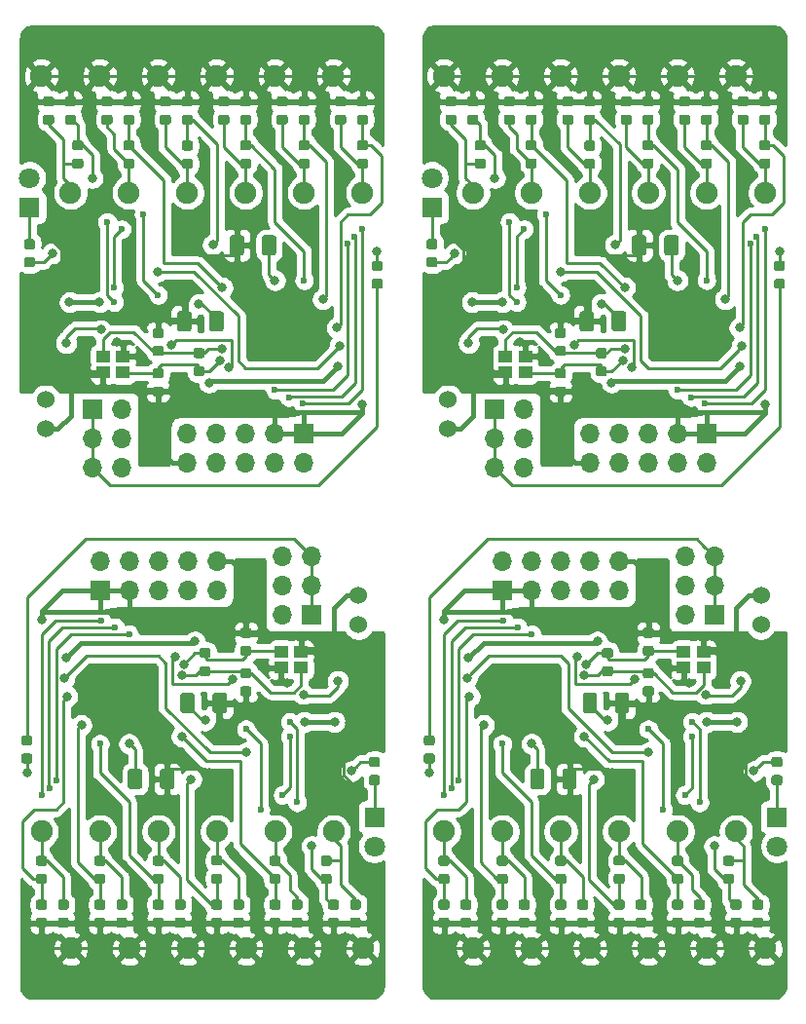
<source format=gbl>
G04 #@! TF.GenerationSoftware,KiCad,Pcbnew,(5.1.5)-3*
G04 #@! TF.CreationDate,2020-06-27T14:29:50+02:00*
G04 #@! TF.ProjectId,REM-MM_4,52454d2d-4d4d-45f3-942e-6b696361645f,V1.0*
G04 #@! TF.SameCoordinates,Original*
G04 #@! TF.FileFunction,Copper,L2,Bot*
G04 #@! TF.FilePolarity,Positive*
%FSLAX46Y46*%
G04 Gerber Fmt 4.6, Leading zero omitted, Abs format (unit mm)*
G04 Created by KiCad (PCBNEW (5.1.5)-3) date 2020-06-27 14:29:50*
%MOMM*%
%LPD*%
G04 APERTURE LIST*
%ADD10C,1.524000*%
%ADD11C,1.800000*%
%ADD12R,1.800000X1.800000*%
%ADD13C,1.905000*%
%ADD14O,1.700000X1.700000*%
%ADD15R,1.700000X1.700000*%
%ADD16C,0.100000*%
%ADD17R,1.150000X1.000000*%
%ADD18C,2.000000*%
%ADD19C,0.800000*%
%ADD20C,0.600000*%
%ADD21C,0.250000*%
%ADD22C,0.400000*%
%ADD23C,0.254000*%
G04 APERTURE END LIST*
D10*
X164889000Y-74221000D03*
X164889000Y-76761000D03*
D11*
X163500000Y-54960000D03*
D12*
X163500000Y-57500000D03*
D13*
X192460000Y-56240000D03*
X189920000Y-46080000D03*
X187380000Y-56240000D03*
X184840000Y-46080000D03*
X182300000Y-56240000D03*
X179760000Y-46080000D03*
X177220000Y-56240000D03*
X174680000Y-46080000D03*
X172140000Y-56240000D03*
X169600000Y-46080000D03*
X167060000Y-56240000D03*
X164520000Y-46080000D03*
D14*
X177220000Y-79735000D03*
X177220000Y-77195000D03*
X179760000Y-79735000D03*
X179760000Y-77195000D03*
X182300000Y-79735000D03*
X182300000Y-77195000D03*
X184840000Y-79735000D03*
X184840000Y-77195000D03*
X187380000Y-79735000D03*
D15*
X187380000Y-77195000D03*
G04 #@! TA.AperFunction,SMDPad,CuDef*
D16*
G36*
X165432691Y-49453553D02*
G01*
X165453926Y-49456703D01*
X165474750Y-49461919D01*
X165494962Y-49469151D01*
X165514368Y-49478330D01*
X165532781Y-49489366D01*
X165550024Y-49502154D01*
X165565930Y-49516570D01*
X165580346Y-49532476D01*
X165593134Y-49549719D01*
X165604170Y-49568132D01*
X165613349Y-49587538D01*
X165620581Y-49607750D01*
X165625797Y-49628574D01*
X165628947Y-49649809D01*
X165630000Y-49671250D01*
X165630000Y-50108750D01*
X165628947Y-50130191D01*
X165625797Y-50151426D01*
X165620581Y-50172250D01*
X165613349Y-50192462D01*
X165604170Y-50211868D01*
X165593134Y-50230281D01*
X165580346Y-50247524D01*
X165565930Y-50263430D01*
X165550024Y-50277846D01*
X165532781Y-50290634D01*
X165514368Y-50301670D01*
X165494962Y-50310849D01*
X165474750Y-50318081D01*
X165453926Y-50323297D01*
X165432691Y-50326447D01*
X165411250Y-50327500D01*
X164898750Y-50327500D01*
X164877309Y-50326447D01*
X164856074Y-50323297D01*
X164835250Y-50318081D01*
X164815038Y-50310849D01*
X164795632Y-50301670D01*
X164777219Y-50290634D01*
X164759976Y-50277846D01*
X164744070Y-50263430D01*
X164729654Y-50247524D01*
X164716866Y-50230281D01*
X164705830Y-50211868D01*
X164696651Y-50192462D01*
X164689419Y-50172250D01*
X164684203Y-50151426D01*
X164681053Y-50130191D01*
X164680000Y-50108750D01*
X164680000Y-49671250D01*
X164681053Y-49649809D01*
X164684203Y-49628574D01*
X164689419Y-49607750D01*
X164696651Y-49587538D01*
X164705830Y-49568132D01*
X164716866Y-49549719D01*
X164729654Y-49532476D01*
X164744070Y-49516570D01*
X164759976Y-49502154D01*
X164777219Y-49489366D01*
X164795632Y-49478330D01*
X164815038Y-49469151D01*
X164835250Y-49461919D01*
X164856074Y-49456703D01*
X164877309Y-49453553D01*
X164898750Y-49452500D01*
X165411250Y-49452500D01*
X165432691Y-49453553D01*
G37*
G04 #@! TD.AperFunction*
G04 #@! TA.AperFunction,SMDPad,CuDef*
G36*
X165432691Y-47878553D02*
G01*
X165453926Y-47881703D01*
X165474750Y-47886919D01*
X165494962Y-47894151D01*
X165514368Y-47903330D01*
X165532781Y-47914366D01*
X165550024Y-47927154D01*
X165565930Y-47941570D01*
X165580346Y-47957476D01*
X165593134Y-47974719D01*
X165604170Y-47993132D01*
X165613349Y-48012538D01*
X165620581Y-48032750D01*
X165625797Y-48053574D01*
X165628947Y-48074809D01*
X165630000Y-48096250D01*
X165630000Y-48533750D01*
X165628947Y-48555191D01*
X165625797Y-48576426D01*
X165620581Y-48597250D01*
X165613349Y-48617462D01*
X165604170Y-48636868D01*
X165593134Y-48655281D01*
X165580346Y-48672524D01*
X165565930Y-48688430D01*
X165550024Y-48702846D01*
X165532781Y-48715634D01*
X165514368Y-48726670D01*
X165494962Y-48735849D01*
X165474750Y-48743081D01*
X165453926Y-48748297D01*
X165432691Y-48751447D01*
X165411250Y-48752500D01*
X164898750Y-48752500D01*
X164877309Y-48751447D01*
X164856074Y-48748297D01*
X164835250Y-48743081D01*
X164815038Y-48735849D01*
X164795632Y-48726670D01*
X164777219Y-48715634D01*
X164759976Y-48702846D01*
X164744070Y-48688430D01*
X164729654Y-48672524D01*
X164716866Y-48655281D01*
X164705830Y-48636868D01*
X164696651Y-48617462D01*
X164689419Y-48597250D01*
X164684203Y-48576426D01*
X164681053Y-48555191D01*
X164680000Y-48533750D01*
X164680000Y-48096250D01*
X164681053Y-48074809D01*
X164684203Y-48053574D01*
X164689419Y-48032750D01*
X164696651Y-48012538D01*
X164705830Y-47993132D01*
X164716866Y-47974719D01*
X164729654Y-47957476D01*
X164744070Y-47941570D01*
X164759976Y-47927154D01*
X164777219Y-47914366D01*
X164795632Y-47903330D01*
X164815038Y-47894151D01*
X164835250Y-47886919D01*
X164856074Y-47881703D01*
X164877309Y-47878553D01*
X164898750Y-47877500D01*
X165411250Y-47877500D01*
X165432691Y-47878553D01*
G37*
G04 #@! TD.AperFunction*
G04 #@! TA.AperFunction,SMDPad,CuDef*
G36*
X163777691Y-60276053D02*
G01*
X163798926Y-60279203D01*
X163819750Y-60284419D01*
X163839962Y-60291651D01*
X163859368Y-60300830D01*
X163877781Y-60311866D01*
X163895024Y-60324654D01*
X163910930Y-60339070D01*
X163925346Y-60354976D01*
X163938134Y-60372219D01*
X163949170Y-60390632D01*
X163958349Y-60410038D01*
X163965581Y-60430250D01*
X163970797Y-60451074D01*
X163973947Y-60472309D01*
X163975000Y-60493750D01*
X163975000Y-60931250D01*
X163973947Y-60952691D01*
X163970797Y-60973926D01*
X163965581Y-60994750D01*
X163958349Y-61014962D01*
X163949170Y-61034368D01*
X163938134Y-61052781D01*
X163925346Y-61070024D01*
X163910930Y-61085930D01*
X163895024Y-61100346D01*
X163877781Y-61113134D01*
X163859368Y-61124170D01*
X163839962Y-61133349D01*
X163819750Y-61140581D01*
X163798926Y-61145797D01*
X163777691Y-61148947D01*
X163756250Y-61150000D01*
X163243750Y-61150000D01*
X163222309Y-61148947D01*
X163201074Y-61145797D01*
X163180250Y-61140581D01*
X163160038Y-61133349D01*
X163140632Y-61124170D01*
X163122219Y-61113134D01*
X163104976Y-61100346D01*
X163089070Y-61085930D01*
X163074654Y-61070024D01*
X163061866Y-61052781D01*
X163050830Y-61034368D01*
X163041651Y-61014962D01*
X163034419Y-60994750D01*
X163029203Y-60973926D01*
X163026053Y-60952691D01*
X163025000Y-60931250D01*
X163025000Y-60493750D01*
X163026053Y-60472309D01*
X163029203Y-60451074D01*
X163034419Y-60430250D01*
X163041651Y-60410038D01*
X163050830Y-60390632D01*
X163061866Y-60372219D01*
X163074654Y-60354976D01*
X163089070Y-60339070D01*
X163104976Y-60324654D01*
X163122219Y-60311866D01*
X163140632Y-60300830D01*
X163160038Y-60291651D01*
X163180250Y-60284419D01*
X163201074Y-60279203D01*
X163222309Y-60276053D01*
X163243750Y-60275000D01*
X163756250Y-60275000D01*
X163777691Y-60276053D01*
G37*
G04 #@! TD.AperFunction*
G04 #@! TA.AperFunction,SMDPad,CuDef*
G36*
X163777691Y-61851053D02*
G01*
X163798926Y-61854203D01*
X163819750Y-61859419D01*
X163839962Y-61866651D01*
X163859368Y-61875830D01*
X163877781Y-61886866D01*
X163895024Y-61899654D01*
X163910930Y-61914070D01*
X163925346Y-61929976D01*
X163938134Y-61947219D01*
X163949170Y-61965632D01*
X163958349Y-61985038D01*
X163965581Y-62005250D01*
X163970797Y-62026074D01*
X163973947Y-62047309D01*
X163975000Y-62068750D01*
X163975000Y-62506250D01*
X163973947Y-62527691D01*
X163970797Y-62548926D01*
X163965581Y-62569750D01*
X163958349Y-62589962D01*
X163949170Y-62609368D01*
X163938134Y-62627781D01*
X163925346Y-62645024D01*
X163910930Y-62660930D01*
X163895024Y-62675346D01*
X163877781Y-62688134D01*
X163859368Y-62699170D01*
X163839962Y-62708349D01*
X163819750Y-62715581D01*
X163798926Y-62720797D01*
X163777691Y-62723947D01*
X163756250Y-62725000D01*
X163243750Y-62725000D01*
X163222309Y-62723947D01*
X163201074Y-62720797D01*
X163180250Y-62715581D01*
X163160038Y-62708349D01*
X163140632Y-62699170D01*
X163122219Y-62688134D01*
X163104976Y-62675346D01*
X163089070Y-62660930D01*
X163074654Y-62645024D01*
X163061866Y-62627781D01*
X163050830Y-62609368D01*
X163041651Y-62589962D01*
X163034419Y-62569750D01*
X163029203Y-62548926D01*
X163026053Y-62527691D01*
X163025000Y-62506250D01*
X163025000Y-62068750D01*
X163026053Y-62047309D01*
X163029203Y-62026074D01*
X163034419Y-62005250D01*
X163041651Y-61985038D01*
X163050830Y-61965632D01*
X163061866Y-61947219D01*
X163074654Y-61929976D01*
X163089070Y-61914070D01*
X163104976Y-61899654D01*
X163122219Y-61886866D01*
X163140632Y-61875830D01*
X163160038Y-61866651D01*
X163180250Y-61859419D01*
X163201074Y-61854203D01*
X163222309Y-61851053D01*
X163243750Y-61850000D01*
X163756250Y-61850000D01*
X163777691Y-61851053D01*
G37*
G04 #@! TD.AperFunction*
G04 #@! TA.AperFunction,SMDPad,CuDef*
G36*
X170512691Y-49453553D02*
G01*
X170533926Y-49456703D01*
X170554750Y-49461919D01*
X170574962Y-49469151D01*
X170594368Y-49478330D01*
X170612781Y-49489366D01*
X170630024Y-49502154D01*
X170645930Y-49516570D01*
X170660346Y-49532476D01*
X170673134Y-49549719D01*
X170684170Y-49568132D01*
X170693349Y-49587538D01*
X170700581Y-49607750D01*
X170705797Y-49628574D01*
X170708947Y-49649809D01*
X170710000Y-49671250D01*
X170710000Y-50108750D01*
X170708947Y-50130191D01*
X170705797Y-50151426D01*
X170700581Y-50172250D01*
X170693349Y-50192462D01*
X170684170Y-50211868D01*
X170673134Y-50230281D01*
X170660346Y-50247524D01*
X170645930Y-50263430D01*
X170630024Y-50277846D01*
X170612781Y-50290634D01*
X170594368Y-50301670D01*
X170574962Y-50310849D01*
X170554750Y-50318081D01*
X170533926Y-50323297D01*
X170512691Y-50326447D01*
X170491250Y-50327500D01*
X169978750Y-50327500D01*
X169957309Y-50326447D01*
X169936074Y-50323297D01*
X169915250Y-50318081D01*
X169895038Y-50310849D01*
X169875632Y-50301670D01*
X169857219Y-50290634D01*
X169839976Y-50277846D01*
X169824070Y-50263430D01*
X169809654Y-50247524D01*
X169796866Y-50230281D01*
X169785830Y-50211868D01*
X169776651Y-50192462D01*
X169769419Y-50172250D01*
X169764203Y-50151426D01*
X169761053Y-50130191D01*
X169760000Y-50108750D01*
X169760000Y-49671250D01*
X169761053Y-49649809D01*
X169764203Y-49628574D01*
X169769419Y-49607750D01*
X169776651Y-49587538D01*
X169785830Y-49568132D01*
X169796866Y-49549719D01*
X169809654Y-49532476D01*
X169824070Y-49516570D01*
X169839976Y-49502154D01*
X169857219Y-49489366D01*
X169875632Y-49478330D01*
X169895038Y-49469151D01*
X169915250Y-49461919D01*
X169936074Y-49456703D01*
X169957309Y-49453553D01*
X169978750Y-49452500D01*
X170491250Y-49452500D01*
X170512691Y-49453553D01*
G37*
G04 #@! TD.AperFunction*
G04 #@! TA.AperFunction,SMDPad,CuDef*
G36*
X170512691Y-47878553D02*
G01*
X170533926Y-47881703D01*
X170554750Y-47886919D01*
X170574962Y-47894151D01*
X170594368Y-47903330D01*
X170612781Y-47914366D01*
X170630024Y-47927154D01*
X170645930Y-47941570D01*
X170660346Y-47957476D01*
X170673134Y-47974719D01*
X170684170Y-47993132D01*
X170693349Y-48012538D01*
X170700581Y-48032750D01*
X170705797Y-48053574D01*
X170708947Y-48074809D01*
X170710000Y-48096250D01*
X170710000Y-48533750D01*
X170708947Y-48555191D01*
X170705797Y-48576426D01*
X170700581Y-48597250D01*
X170693349Y-48617462D01*
X170684170Y-48636868D01*
X170673134Y-48655281D01*
X170660346Y-48672524D01*
X170645930Y-48688430D01*
X170630024Y-48702846D01*
X170612781Y-48715634D01*
X170594368Y-48726670D01*
X170574962Y-48735849D01*
X170554750Y-48743081D01*
X170533926Y-48748297D01*
X170512691Y-48751447D01*
X170491250Y-48752500D01*
X169978750Y-48752500D01*
X169957309Y-48751447D01*
X169936074Y-48748297D01*
X169915250Y-48743081D01*
X169895038Y-48735849D01*
X169875632Y-48726670D01*
X169857219Y-48715634D01*
X169839976Y-48702846D01*
X169824070Y-48688430D01*
X169809654Y-48672524D01*
X169796866Y-48655281D01*
X169785830Y-48636868D01*
X169776651Y-48617462D01*
X169769419Y-48597250D01*
X169764203Y-48576426D01*
X169761053Y-48555191D01*
X169760000Y-48533750D01*
X169760000Y-48096250D01*
X169761053Y-48074809D01*
X169764203Y-48053574D01*
X169769419Y-48032750D01*
X169776651Y-48012538D01*
X169785830Y-47993132D01*
X169796866Y-47974719D01*
X169809654Y-47957476D01*
X169824070Y-47941570D01*
X169839976Y-47927154D01*
X169857219Y-47914366D01*
X169875632Y-47903330D01*
X169895038Y-47894151D01*
X169915250Y-47886919D01*
X169936074Y-47881703D01*
X169957309Y-47878553D01*
X169978750Y-47877500D01*
X170491250Y-47877500D01*
X170512691Y-47878553D01*
G37*
G04 #@! TD.AperFunction*
D14*
X171505000Y-80116000D03*
X168965000Y-80116000D03*
X171505000Y-77576000D03*
X168965000Y-77576000D03*
X171505000Y-75036000D03*
D15*
X168965000Y-75036000D03*
G04 #@! TA.AperFunction,SMDPad,CuDef*
D16*
G36*
X177497691Y-53289053D02*
G01*
X177518926Y-53292203D01*
X177539750Y-53297419D01*
X177559962Y-53304651D01*
X177579368Y-53313830D01*
X177597781Y-53324866D01*
X177615024Y-53337654D01*
X177630930Y-53352070D01*
X177645346Y-53367976D01*
X177658134Y-53385219D01*
X177669170Y-53403632D01*
X177678349Y-53423038D01*
X177685581Y-53443250D01*
X177690797Y-53464074D01*
X177693947Y-53485309D01*
X177695000Y-53506750D01*
X177695000Y-53944250D01*
X177693947Y-53965691D01*
X177690797Y-53986926D01*
X177685581Y-54007750D01*
X177678349Y-54027962D01*
X177669170Y-54047368D01*
X177658134Y-54065781D01*
X177645346Y-54083024D01*
X177630930Y-54098930D01*
X177615024Y-54113346D01*
X177597781Y-54126134D01*
X177579368Y-54137170D01*
X177559962Y-54146349D01*
X177539750Y-54153581D01*
X177518926Y-54158797D01*
X177497691Y-54161947D01*
X177476250Y-54163000D01*
X176963750Y-54163000D01*
X176942309Y-54161947D01*
X176921074Y-54158797D01*
X176900250Y-54153581D01*
X176880038Y-54146349D01*
X176860632Y-54137170D01*
X176842219Y-54126134D01*
X176824976Y-54113346D01*
X176809070Y-54098930D01*
X176794654Y-54083024D01*
X176781866Y-54065781D01*
X176770830Y-54047368D01*
X176761651Y-54027962D01*
X176754419Y-54007750D01*
X176749203Y-53986926D01*
X176746053Y-53965691D01*
X176745000Y-53944250D01*
X176745000Y-53506750D01*
X176746053Y-53485309D01*
X176749203Y-53464074D01*
X176754419Y-53443250D01*
X176761651Y-53423038D01*
X176770830Y-53403632D01*
X176781866Y-53385219D01*
X176794654Y-53367976D01*
X176809070Y-53352070D01*
X176824976Y-53337654D01*
X176842219Y-53324866D01*
X176860632Y-53313830D01*
X176880038Y-53304651D01*
X176900250Y-53297419D01*
X176921074Y-53292203D01*
X176942309Y-53289053D01*
X176963750Y-53288000D01*
X177476250Y-53288000D01*
X177497691Y-53289053D01*
G37*
G04 #@! TD.AperFunction*
G04 #@! TA.AperFunction,SMDPad,CuDef*
G36*
X177497691Y-51714053D02*
G01*
X177518926Y-51717203D01*
X177539750Y-51722419D01*
X177559962Y-51729651D01*
X177579368Y-51738830D01*
X177597781Y-51749866D01*
X177615024Y-51762654D01*
X177630930Y-51777070D01*
X177645346Y-51792976D01*
X177658134Y-51810219D01*
X177669170Y-51828632D01*
X177678349Y-51848038D01*
X177685581Y-51868250D01*
X177690797Y-51889074D01*
X177693947Y-51910309D01*
X177695000Y-51931750D01*
X177695000Y-52369250D01*
X177693947Y-52390691D01*
X177690797Y-52411926D01*
X177685581Y-52432750D01*
X177678349Y-52452962D01*
X177669170Y-52472368D01*
X177658134Y-52490781D01*
X177645346Y-52508024D01*
X177630930Y-52523930D01*
X177615024Y-52538346D01*
X177597781Y-52551134D01*
X177579368Y-52562170D01*
X177559962Y-52571349D01*
X177539750Y-52578581D01*
X177518926Y-52583797D01*
X177497691Y-52586947D01*
X177476250Y-52588000D01*
X176963750Y-52588000D01*
X176942309Y-52586947D01*
X176921074Y-52583797D01*
X176900250Y-52578581D01*
X176880038Y-52571349D01*
X176860632Y-52562170D01*
X176842219Y-52551134D01*
X176824976Y-52538346D01*
X176809070Y-52523930D01*
X176794654Y-52508024D01*
X176781866Y-52490781D01*
X176770830Y-52472368D01*
X176761651Y-52452962D01*
X176754419Y-52432750D01*
X176749203Y-52411926D01*
X176746053Y-52390691D01*
X176745000Y-52369250D01*
X176745000Y-51931750D01*
X176746053Y-51910309D01*
X176749203Y-51889074D01*
X176754419Y-51868250D01*
X176761651Y-51848038D01*
X176770830Y-51828632D01*
X176781866Y-51810219D01*
X176794654Y-51792976D01*
X176809070Y-51777070D01*
X176824976Y-51762654D01*
X176842219Y-51749866D01*
X176860632Y-51738830D01*
X176880038Y-51729651D01*
X176900250Y-51722419D01*
X176921074Y-51717203D01*
X176942309Y-51714053D01*
X176963750Y-51713000D01*
X177476250Y-51713000D01*
X177497691Y-51714053D01*
G37*
G04 #@! TD.AperFunction*
G04 #@! TA.AperFunction,SMDPad,CuDef*
G36*
X180672691Y-49453553D02*
G01*
X180693926Y-49456703D01*
X180714750Y-49461919D01*
X180734962Y-49469151D01*
X180754368Y-49478330D01*
X180772781Y-49489366D01*
X180790024Y-49502154D01*
X180805930Y-49516570D01*
X180820346Y-49532476D01*
X180833134Y-49549719D01*
X180844170Y-49568132D01*
X180853349Y-49587538D01*
X180860581Y-49607750D01*
X180865797Y-49628574D01*
X180868947Y-49649809D01*
X180870000Y-49671250D01*
X180870000Y-50108750D01*
X180868947Y-50130191D01*
X180865797Y-50151426D01*
X180860581Y-50172250D01*
X180853349Y-50192462D01*
X180844170Y-50211868D01*
X180833134Y-50230281D01*
X180820346Y-50247524D01*
X180805930Y-50263430D01*
X180790024Y-50277846D01*
X180772781Y-50290634D01*
X180754368Y-50301670D01*
X180734962Y-50310849D01*
X180714750Y-50318081D01*
X180693926Y-50323297D01*
X180672691Y-50326447D01*
X180651250Y-50327500D01*
X180138750Y-50327500D01*
X180117309Y-50326447D01*
X180096074Y-50323297D01*
X180075250Y-50318081D01*
X180055038Y-50310849D01*
X180035632Y-50301670D01*
X180017219Y-50290634D01*
X179999976Y-50277846D01*
X179984070Y-50263430D01*
X179969654Y-50247524D01*
X179956866Y-50230281D01*
X179945830Y-50211868D01*
X179936651Y-50192462D01*
X179929419Y-50172250D01*
X179924203Y-50151426D01*
X179921053Y-50130191D01*
X179920000Y-50108750D01*
X179920000Y-49671250D01*
X179921053Y-49649809D01*
X179924203Y-49628574D01*
X179929419Y-49607750D01*
X179936651Y-49587538D01*
X179945830Y-49568132D01*
X179956866Y-49549719D01*
X179969654Y-49532476D01*
X179984070Y-49516570D01*
X179999976Y-49502154D01*
X180017219Y-49489366D01*
X180035632Y-49478330D01*
X180055038Y-49469151D01*
X180075250Y-49461919D01*
X180096074Y-49456703D01*
X180117309Y-49453553D01*
X180138750Y-49452500D01*
X180651250Y-49452500D01*
X180672691Y-49453553D01*
G37*
G04 #@! TD.AperFunction*
G04 #@! TA.AperFunction,SMDPad,CuDef*
G36*
X180672691Y-47878553D02*
G01*
X180693926Y-47881703D01*
X180714750Y-47886919D01*
X180734962Y-47894151D01*
X180754368Y-47903330D01*
X180772781Y-47914366D01*
X180790024Y-47927154D01*
X180805930Y-47941570D01*
X180820346Y-47957476D01*
X180833134Y-47974719D01*
X180844170Y-47993132D01*
X180853349Y-48012538D01*
X180860581Y-48032750D01*
X180865797Y-48053574D01*
X180868947Y-48074809D01*
X180870000Y-48096250D01*
X180870000Y-48533750D01*
X180868947Y-48555191D01*
X180865797Y-48576426D01*
X180860581Y-48597250D01*
X180853349Y-48617462D01*
X180844170Y-48636868D01*
X180833134Y-48655281D01*
X180820346Y-48672524D01*
X180805930Y-48688430D01*
X180790024Y-48702846D01*
X180772781Y-48715634D01*
X180754368Y-48726670D01*
X180734962Y-48735849D01*
X180714750Y-48743081D01*
X180693926Y-48748297D01*
X180672691Y-48751447D01*
X180651250Y-48752500D01*
X180138750Y-48752500D01*
X180117309Y-48751447D01*
X180096074Y-48748297D01*
X180075250Y-48743081D01*
X180055038Y-48735849D01*
X180035632Y-48726670D01*
X180017219Y-48715634D01*
X179999976Y-48702846D01*
X179984070Y-48688430D01*
X179969654Y-48672524D01*
X179956866Y-48655281D01*
X179945830Y-48636868D01*
X179936651Y-48617462D01*
X179929419Y-48597250D01*
X179924203Y-48576426D01*
X179921053Y-48555191D01*
X179920000Y-48533750D01*
X179920000Y-48096250D01*
X179921053Y-48074809D01*
X179924203Y-48053574D01*
X179929419Y-48032750D01*
X179936651Y-48012538D01*
X179945830Y-47993132D01*
X179956866Y-47974719D01*
X179969654Y-47957476D01*
X179984070Y-47941570D01*
X179999976Y-47927154D01*
X180017219Y-47914366D01*
X180035632Y-47903330D01*
X180055038Y-47894151D01*
X180075250Y-47886919D01*
X180096074Y-47881703D01*
X180117309Y-47878553D01*
X180138750Y-47877500D01*
X180651250Y-47877500D01*
X180672691Y-47878553D01*
G37*
G04 #@! TD.AperFunction*
G04 #@! TA.AperFunction,SMDPad,CuDef*
G36*
X192737691Y-53263553D02*
G01*
X192758926Y-53266703D01*
X192779750Y-53271919D01*
X192799962Y-53279151D01*
X192819368Y-53288330D01*
X192837781Y-53299366D01*
X192855024Y-53312154D01*
X192870930Y-53326570D01*
X192885346Y-53342476D01*
X192898134Y-53359719D01*
X192909170Y-53378132D01*
X192918349Y-53397538D01*
X192925581Y-53417750D01*
X192930797Y-53438574D01*
X192933947Y-53459809D01*
X192935000Y-53481250D01*
X192935000Y-53918750D01*
X192933947Y-53940191D01*
X192930797Y-53961426D01*
X192925581Y-53982250D01*
X192918349Y-54002462D01*
X192909170Y-54021868D01*
X192898134Y-54040281D01*
X192885346Y-54057524D01*
X192870930Y-54073430D01*
X192855024Y-54087846D01*
X192837781Y-54100634D01*
X192819368Y-54111670D01*
X192799962Y-54120849D01*
X192779750Y-54128081D01*
X192758926Y-54133297D01*
X192737691Y-54136447D01*
X192716250Y-54137500D01*
X192203750Y-54137500D01*
X192182309Y-54136447D01*
X192161074Y-54133297D01*
X192140250Y-54128081D01*
X192120038Y-54120849D01*
X192100632Y-54111670D01*
X192082219Y-54100634D01*
X192064976Y-54087846D01*
X192049070Y-54073430D01*
X192034654Y-54057524D01*
X192021866Y-54040281D01*
X192010830Y-54021868D01*
X192001651Y-54002462D01*
X191994419Y-53982250D01*
X191989203Y-53961426D01*
X191986053Y-53940191D01*
X191985000Y-53918750D01*
X191985000Y-53481250D01*
X191986053Y-53459809D01*
X191989203Y-53438574D01*
X191994419Y-53417750D01*
X192001651Y-53397538D01*
X192010830Y-53378132D01*
X192021866Y-53359719D01*
X192034654Y-53342476D01*
X192049070Y-53326570D01*
X192064976Y-53312154D01*
X192082219Y-53299366D01*
X192100632Y-53288330D01*
X192120038Y-53279151D01*
X192140250Y-53271919D01*
X192161074Y-53266703D01*
X192182309Y-53263553D01*
X192203750Y-53262500D01*
X192716250Y-53262500D01*
X192737691Y-53263553D01*
G37*
G04 #@! TD.AperFunction*
G04 #@! TA.AperFunction,SMDPad,CuDef*
G36*
X192737691Y-51688553D02*
G01*
X192758926Y-51691703D01*
X192779750Y-51696919D01*
X192799962Y-51704151D01*
X192819368Y-51713330D01*
X192837781Y-51724366D01*
X192855024Y-51737154D01*
X192870930Y-51751570D01*
X192885346Y-51767476D01*
X192898134Y-51784719D01*
X192909170Y-51803132D01*
X192918349Y-51822538D01*
X192925581Y-51842750D01*
X192930797Y-51863574D01*
X192933947Y-51884809D01*
X192935000Y-51906250D01*
X192935000Y-52343750D01*
X192933947Y-52365191D01*
X192930797Y-52386426D01*
X192925581Y-52407250D01*
X192918349Y-52427462D01*
X192909170Y-52446868D01*
X192898134Y-52465281D01*
X192885346Y-52482524D01*
X192870930Y-52498430D01*
X192855024Y-52512846D01*
X192837781Y-52525634D01*
X192819368Y-52536670D01*
X192799962Y-52545849D01*
X192779750Y-52553081D01*
X192758926Y-52558297D01*
X192737691Y-52561447D01*
X192716250Y-52562500D01*
X192203750Y-52562500D01*
X192182309Y-52561447D01*
X192161074Y-52558297D01*
X192140250Y-52553081D01*
X192120038Y-52545849D01*
X192100632Y-52536670D01*
X192082219Y-52525634D01*
X192064976Y-52512846D01*
X192049070Y-52498430D01*
X192034654Y-52482524D01*
X192021866Y-52465281D01*
X192010830Y-52446868D01*
X192001651Y-52427462D01*
X191994419Y-52407250D01*
X191989203Y-52386426D01*
X191986053Y-52365191D01*
X191985000Y-52343750D01*
X191985000Y-51906250D01*
X191986053Y-51884809D01*
X191989203Y-51863574D01*
X191994419Y-51842750D01*
X192001651Y-51822538D01*
X192010830Y-51803132D01*
X192021866Y-51784719D01*
X192034654Y-51767476D01*
X192049070Y-51751570D01*
X192064976Y-51737154D01*
X192082219Y-51724366D01*
X192100632Y-51713330D01*
X192120038Y-51704151D01*
X192140250Y-51696919D01*
X192161074Y-51691703D01*
X192182309Y-51688553D01*
X192203750Y-51687500D01*
X192716250Y-51687500D01*
X192737691Y-51688553D01*
G37*
G04 #@! TD.AperFunction*
G04 #@! TA.AperFunction,SMDPad,CuDef*
G36*
X185752691Y-49453553D02*
G01*
X185773926Y-49456703D01*
X185794750Y-49461919D01*
X185814962Y-49469151D01*
X185834368Y-49478330D01*
X185852781Y-49489366D01*
X185870024Y-49502154D01*
X185885930Y-49516570D01*
X185900346Y-49532476D01*
X185913134Y-49549719D01*
X185924170Y-49568132D01*
X185933349Y-49587538D01*
X185940581Y-49607750D01*
X185945797Y-49628574D01*
X185948947Y-49649809D01*
X185950000Y-49671250D01*
X185950000Y-50108750D01*
X185948947Y-50130191D01*
X185945797Y-50151426D01*
X185940581Y-50172250D01*
X185933349Y-50192462D01*
X185924170Y-50211868D01*
X185913134Y-50230281D01*
X185900346Y-50247524D01*
X185885930Y-50263430D01*
X185870024Y-50277846D01*
X185852781Y-50290634D01*
X185834368Y-50301670D01*
X185814962Y-50310849D01*
X185794750Y-50318081D01*
X185773926Y-50323297D01*
X185752691Y-50326447D01*
X185731250Y-50327500D01*
X185218750Y-50327500D01*
X185197309Y-50326447D01*
X185176074Y-50323297D01*
X185155250Y-50318081D01*
X185135038Y-50310849D01*
X185115632Y-50301670D01*
X185097219Y-50290634D01*
X185079976Y-50277846D01*
X185064070Y-50263430D01*
X185049654Y-50247524D01*
X185036866Y-50230281D01*
X185025830Y-50211868D01*
X185016651Y-50192462D01*
X185009419Y-50172250D01*
X185004203Y-50151426D01*
X185001053Y-50130191D01*
X185000000Y-50108750D01*
X185000000Y-49671250D01*
X185001053Y-49649809D01*
X185004203Y-49628574D01*
X185009419Y-49607750D01*
X185016651Y-49587538D01*
X185025830Y-49568132D01*
X185036866Y-49549719D01*
X185049654Y-49532476D01*
X185064070Y-49516570D01*
X185079976Y-49502154D01*
X185097219Y-49489366D01*
X185115632Y-49478330D01*
X185135038Y-49469151D01*
X185155250Y-49461919D01*
X185176074Y-49456703D01*
X185197309Y-49453553D01*
X185218750Y-49452500D01*
X185731250Y-49452500D01*
X185752691Y-49453553D01*
G37*
G04 #@! TD.AperFunction*
G04 #@! TA.AperFunction,SMDPad,CuDef*
G36*
X185752691Y-47878553D02*
G01*
X185773926Y-47881703D01*
X185794750Y-47886919D01*
X185814962Y-47894151D01*
X185834368Y-47903330D01*
X185852781Y-47914366D01*
X185870024Y-47927154D01*
X185885930Y-47941570D01*
X185900346Y-47957476D01*
X185913134Y-47974719D01*
X185924170Y-47993132D01*
X185933349Y-48012538D01*
X185940581Y-48032750D01*
X185945797Y-48053574D01*
X185948947Y-48074809D01*
X185950000Y-48096250D01*
X185950000Y-48533750D01*
X185948947Y-48555191D01*
X185945797Y-48576426D01*
X185940581Y-48597250D01*
X185933349Y-48617462D01*
X185924170Y-48636868D01*
X185913134Y-48655281D01*
X185900346Y-48672524D01*
X185885930Y-48688430D01*
X185870024Y-48702846D01*
X185852781Y-48715634D01*
X185834368Y-48726670D01*
X185814962Y-48735849D01*
X185794750Y-48743081D01*
X185773926Y-48748297D01*
X185752691Y-48751447D01*
X185731250Y-48752500D01*
X185218750Y-48752500D01*
X185197309Y-48751447D01*
X185176074Y-48748297D01*
X185155250Y-48743081D01*
X185135038Y-48735849D01*
X185115632Y-48726670D01*
X185097219Y-48715634D01*
X185079976Y-48702846D01*
X185064070Y-48688430D01*
X185049654Y-48672524D01*
X185036866Y-48655281D01*
X185025830Y-48636868D01*
X185016651Y-48617462D01*
X185009419Y-48597250D01*
X185004203Y-48576426D01*
X185001053Y-48555191D01*
X185000000Y-48533750D01*
X185000000Y-48096250D01*
X185001053Y-48074809D01*
X185004203Y-48053574D01*
X185009419Y-48032750D01*
X185016651Y-48012538D01*
X185025830Y-47993132D01*
X185036866Y-47974719D01*
X185049654Y-47957476D01*
X185064070Y-47941570D01*
X185079976Y-47927154D01*
X185097219Y-47914366D01*
X185115632Y-47903330D01*
X185135038Y-47894151D01*
X185155250Y-47886919D01*
X185176074Y-47881703D01*
X185197309Y-47878553D01*
X185218750Y-47877500D01*
X185731250Y-47877500D01*
X185752691Y-47878553D01*
G37*
G04 #@! TD.AperFunction*
D17*
X171632000Y-70464000D03*
X169882000Y-70464000D03*
X169882000Y-71864000D03*
X171632000Y-71864000D03*
G04 #@! TA.AperFunction,SMDPad,CuDef*
D16*
G36*
X187657691Y-53263553D02*
G01*
X187678926Y-53266703D01*
X187699750Y-53271919D01*
X187719962Y-53279151D01*
X187739368Y-53288330D01*
X187757781Y-53299366D01*
X187775024Y-53312154D01*
X187790930Y-53326570D01*
X187805346Y-53342476D01*
X187818134Y-53359719D01*
X187829170Y-53378132D01*
X187838349Y-53397538D01*
X187845581Y-53417750D01*
X187850797Y-53438574D01*
X187853947Y-53459809D01*
X187855000Y-53481250D01*
X187855000Y-53918750D01*
X187853947Y-53940191D01*
X187850797Y-53961426D01*
X187845581Y-53982250D01*
X187838349Y-54002462D01*
X187829170Y-54021868D01*
X187818134Y-54040281D01*
X187805346Y-54057524D01*
X187790930Y-54073430D01*
X187775024Y-54087846D01*
X187757781Y-54100634D01*
X187739368Y-54111670D01*
X187719962Y-54120849D01*
X187699750Y-54128081D01*
X187678926Y-54133297D01*
X187657691Y-54136447D01*
X187636250Y-54137500D01*
X187123750Y-54137500D01*
X187102309Y-54136447D01*
X187081074Y-54133297D01*
X187060250Y-54128081D01*
X187040038Y-54120849D01*
X187020632Y-54111670D01*
X187002219Y-54100634D01*
X186984976Y-54087846D01*
X186969070Y-54073430D01*
X186954654Y-54057524D01*
X186941866Y-54040281D01*
X186930830Y-54021868D01*
X186921651Y-54002462D01*
X186914419Y-53982250D01*
X186909203Y-53961426D01*
X186906053Y-53940191D01*
X186905000Y-53918750D01*
X186905000Y-53481250D01*
X186906053Y-53459809D01*
X186909203Y-53438574D01*
X186914419Y-53417750D01*
X186921651Y-53397538D01*
X186930830Y-53378132D01*
X186941866Y-53359719D01*
X186954654Y-53342476D01*
X186969070Y-53326570D01*
X186984976Y-53312154D01*
X187002219Y-53299366D01*
X187020632Y-53288330D01*
X187040038Y-53279151D01*
X187060250Y-53271919D01*
X187081074Y-53266703D01*
X187102309Y-53263553D01*
X187123750Y-53262500D01*
X187636250Y-53262500D01*
X187657691Y-53263553D01*
G37*
G04 #@! TD.AperFunction*
G04 #@! TA.AperFunction,SMDPad,CuDef*
G36*
X187657691Y-51688553D02*
G01*
X187678926Y-51691703D01*
X187699750Y-51696919D01*
X187719962Y-51704151D01*
X187739368Y-51713330D01*
X187757781Y-51724366D01*
X187775024Y-51737154D01*
X187790930Y-51751570D01*
X187805346Y-51767476D01*
X187818134Y-51784719D01*
X187829170Y-51803132D01*
X187838349Y-51822538D01*
X187845581Y-51842750D01*
X187850797Y-51863574D01*
X187853947Y-51884809D01*
X187855000Y-51906250D01*
X187855000Y-52343750D01*
X187853947Y-52365191D01*
X187850797Y-52386426D01*
X187845581Y-52407250D01*
X187838349Y-52427462D01*
X187829170Y-52446868D01*
X187818134Y-52465281D01*
X187805346Y-52482524D01*
X187790930Y-52498430D01*
X187775024Y-52512846D01*
X187757781Y-52525634D01*
X187739368Y-52536670D01*
X187719962Y-52545849D01*
X187699750Y-52553081D01*
X187678926Y-52558297D01*
X187657691Y-52561447D01*
X187636250Y-52562500D01*
X187123750Y-52562500D01*
X187102309Y-52561447D01*
X187081074Y-52558297D01*
X187060250Y-52553081D01*
X187040038Y-52545849D01*
X187020632Y-52536670D01*
X187002219Y-52525634D01*
X186984976Y-52512846D01*
X186969070Y-52498430D01*
X186954654Y-52482524D01*
X186941866Y-52465281D01*
X186930830Y-52446868D01*
X186921651Y-52427462D01*
X186914419Y-52407250D01*
X186909203Y-52386426D01*
X186906053Y-52365191D01*
X186905000Y-52343750D01*
X186905000Y-51906250D01*
X186906053Y-51884809D01*
X186909203Y-51863574D01*
X186914419Y-51842750D01*
X186921651Y-51822538D01*
X186930830Y-51803132D01*
X186941866Y-51784719D01*
X186954654Y-51767476D01*
X186969070Y-51751570D01*
X186984976Y-51737154D01*
X187002219Y-51724366D01*
X187020632Y-51713330D01*
X187040038Y-51704151D01*
X187060250Y-51696919D01*
X187081074Y-51691703D01*
X187102309Y-51688553D01*
X187123750Y-51687500D01*
X187636250Y-51687500D01*
X187657691Y-51688553D01*
G37*
G04 #@! TD.AperFunction*
G04 #@! TA.AperFunction,SMDPad,CuDef*
G36*
X181931504Y-59938204D02*
G01*
X181955773Y-59941804D01*
X181979571Y-59947765D01*
X182002671Y-59956030D01*
X182024849Y-59966520D01*
X182045893Y-59979133D01*
X182065598Y-59993747D01*
X182083777Y-60010223D01*
X182100253Y-60028402D01*
X182114867Y-60048107D01*
X182127480Y-60069151D01*
X182137970Y-60091329D01*
X182146235Y-60114429D01*
X182152196Y-60138227D01*
X182155796Y-60162496D01*
X182157000Y-60187000D01*
X182157000Y-61437000D01*
X182155796Y-61461504D01*
X182152196Y-61485773D01*
X182146235Y-61509571D01*
X182137970Y-61532671D01*
X182127480Y-61554849D01*
X182114867Y-61575893D01*
X182100253Y-61595598D01*
X182083777Y-61613777D01*
X182065598Y-61630253D01*
X182045893Y-61644867D01*
X182024849Y-61657480D01*
X182002671Y-61667970D01*
X181979571Y-61676235D01*
X181955773Y-61682196D01*
X181931504Y-61685796D01*
X181907000Y-61687000D01*
X181157000Y-61687000D01*
X181132496Y-61685796D01*
X181108227Y-61682196D01*
X181084429Y-61676235D01*
X181061329Y-61667970D01*
X181039151Y-61657480D01*
X181018107Y-61644867D01*
X180998402Y-61630253D01*
X180980223Y-61613777D01*
X180963747Y-61595598D01*
X180949133Y-61575893D01*
X180936520Y-61554849D01*
X180926030Y-61532671D01*
X180917765Y-61509571D01*
X180911804Y-61485773D01*
X180908204Y-61461504D01*
X180907000Y-61437000D01*
X180907000Y-60187000D01*
X180908204Y-60162496D01*
X180911804Y-60138227D01*
X180917765Y-60114429D01*
X180926030Y-60091329D01*
X180936520Y-60069151D01*
X180949133Y-60048107D01*
X180963747Y-60028402D01*
X180980223Y-60010223D01*
X180998402Y-59993747D01*
X181018107Y-59979133D01*
X181039151Y-59966520D01*
X181061329Y-59956030D01*
X181084429Y-59947765D01*
X181108227Y-59941804D01*
X181132496Y-59938204D01*
X181157000Y-59937000D01*
X181907000Y-59937000D01*
X181931504Y-59938204D01*
G37*
G04 #@! TD.AperFunction*
G04 #@! TA.AperFunction,SMDPad,CuDef*
G36*
X184731504Y-59938204D02*
G01*
X184755773Y-59941804D01*
X184779571Y-59947765D01*
X184802671Y-59956030D01*
X184824849Y-59966520D01*
X184845893Y-59979133D01*
X184865598Y-59993747D01*
X184883777Y-60010223D01*
X184900253Y-60028402D01*
X184914867Y-60048107D01*
X184927480Y-60069151D01*
X184937970Y-60091329D01*
X184946235Y-60114429D01*
X184952196Y-60138227D01*
X184955796Y-60162496D01*
X184957000Y-60187000D01*
X184957000Y-61437000D01*
X184955796Y-61461504D01*
X184952196Y-61485773D01*
X184946235Y-61509571D01*
X184937970Y-61532671D01*
X184927480Y-61554849D01*
X184914867Y-61575893D01*
X184900253Y-61595598D01*
X184883777Y-61613777D01*
X184865598Y-61630253D01*
X184845893Y-61644867D01*
X184824849Y-61657480D01*
X184802671Y-61667970D01*
X184779571Y-61676235D01*
X184755773Y-61682196D01*
X184731504Y-61685796D01*
X184707000Y-61687000D01*
X183957000Y-61687000D01*
X183932496Y-61685796D01*
X183908227Y-61682196D01*
X183884429Y-61676235D01*
X183861329Y-61667970D01*
X183839151Y-61657480D01*
X183818107Y-61644867D01*
X183798402Y-61630253D01*
X183780223Y-61613777D01*
X183763747Y-61595598D01*
X183749133Y-61575893D01*
X183736520Y-61554849D01*
X183726030Y-61532671D01*
X183717765Y-61509571D01*
X183711804Y-61485773D01*
X183708204Y-61461504D01*
X183707000Y-61437000D01*
X183707000Y-60187000D01*
X183708204Y-60162496D01*
X183711804Y-60138227D01*
X183717765Y-60114429D01*
X183726030Y-60091329D01*
X183736520Y-60069151D01*
X183749133Y-60048107D01*
X183763747Y-60028402D01*
X183780223Y-60010223D01*
X183798402Y-59993747D01*
X183818107Y-59979133D01*
X183839151Y-59966520D01*
X183861329Y-59956030D01*
X183884429Y-59947765D01*
X183908227Y-59941804D01*
X183932496Y-59938204D01*
X183957000Y-59937000D01*
X184707000Y-59937000D01*
X184731504Y-59938204D01*
G37*
G04 #@! TD.AperFunction*
G04 #@! TA.AperFunction,SMDPad,CuDef*
G36*
X194007691Y-63728553D02*
G01*
X194028926Y-63731703D01*
X194049750Y-63736919D01*
X194069962Y-63744151D01*
X194089368Y-63753330D01*
X194107781Y-63764366D01*
X194125024Y-63777154D01*
X194140930Y-63791570D01*
X194155346Y-63807476D01*
X194168134Y-63824719D01*
X194179170Y-63843132D01*
X194188349Y-63862538D01*
X194195581Y-63882750D01*
X194200797Y-63903574D01*
X194203947Y-63924809D01*
X194205000Y-63946250D01*
X194205000Y-64383750D01*
X194203947Y-64405191D01*
X194200797Y-64426426D01*
X194195581Y-64447250D01*
X194188349Y-64467462D01*
X194179170Y-64486868D01*
X194168134Y-64505281D01*
X194155346Y-64522524D01*
X194140930Y-64538430D01*
X194125024Y-64552846D01*
X194107781Y-64565634D01*
X194089368Y-64576670D01*
X194069962Y-64585849D01*
X194049750Y-64593081D01*
X194028926Y-64598297D01*
X194007691Y-64601447D01*
X193986250Y-64602500D01*
X193473750Y-64602500D01*
X193452309Y-64601447D01*
X193431074Y-64598297D01*
X193410250Y-64593081D01*
X193390038Y-64585849D01*
X193370632Y-64576670D01*
X193352219Y-64565634D01*
X193334976Y-64552846D01*
X193319070Y-64538430D01*
X193304654Y-64522524D01*
X193291866Y-64505281D01*
X193280830Y-64486868D01*
X193271651Y-64467462D01*
X193264419Y-64447250D01*
X193259203Y-64426426D01*
X193256053Y-64405191D01*
X193255000Y-64383750D01*
X193255000Y-63946250D01*
X193256053Y-63924809D01*
X193259203Y-63903574D01*
X193264419Y-63882750D01*
X193271651Y-63862538D01*
X193280830Y-63843132D01*
X193291866Y-63824719D01*
X193304654Y-63807476D01*
X193319070Y-63791570D01*
X193334976Y-63777154D01*
X193352219Y-63764366D01*
X193370632Y-63753330D01*
X193390038Y-63744151D01*
X193410250Y-63736919D01*
X193431074Y-63731703D01*
X193452309Y-63728553D01*
X193473750Y-63727500D01*
X193986250Y-63727500D01*
X194007691Y-63728553D01*
G37*
G04 #@! TD.AperFunction*
G04 #@! TA.AperFunction,SMDPad,CuDef*
G36*
X194007691Y-62153553D02*
G01*
X194028926Y-62156703D01*
X194049750Y-62161919D01*
X194069962Y-62169151D01*
X194089368Y-62178330D01*
X194107781Y-62189366D01*
X194125024Y-62202154D01*
X194140930Y-62216570D01*
X194155346Y-62232476D01*
X194168134Y-62249719D01*
X194179170Y-62268132D01*
X194188349Y-62287538D01*
X194195581Y-62307750D01*
X194200797Y-62328574D01*
X194203947Y-62349809D01*
X194205000Y-62371250D01*
X194205000Y-62808750D01*
X194203947Y-62830191D01*
X194200797Y-62851426D01*
X194195581Y-62872250D01*
X194188349Y-62892462D01*
X194179170Y-62911868D01*
X194168134Y-62930281D01*
X194155346Y-62947524D01*
X194140930Y-62963430D01*
X194125024Y-62977846D01*
X194107781Y-62990634D01*
X194089368Y-63001670D01*
X194069962Y-63010849D01*
X194049750Y-63018081D01*
X194028926Y-63023297D01*
X194007691Y-63026447D01*
X193986250Y-63027500D01*
X193473750Y-63027500D01*
X193452309Y-63026447D01*
X193431074Y-63023297D01*
X193410250Y-63018081D01*
X193390038Y-63010849D01*
X193370632Y-63001670D01*
X193352219Y-62990634D01*
X193334976Y-62977846D01*
X193319070Y-62963430D01*
X193304654Y-62947524D01*
X193291866Y-62930281D01*
X193280830Y-62911868D01*
X193271651Y-62892462D01*
X193264419Y-62872250D01*
X193259203Y-62851426D01*
X193256053Y-62830191D01*
X193255000Y-62808750D01*
X193255000Y-62371250D01*
X193256053Y-62349809D01*
X193259203Y-62328574D01*
X193264419Y-62307750D01*
X193271651Y-62287538D01*
X193280830Y-62268132D01*
X193291866Y-62249719D01*
X193304654Y-62232476D01*
X193319070Y-62216570D01*
X193334976Y-62202154D01*
X193352219Y-62189366D01*
X193370632Y-62178330D01*
X193390038Y-62169151D01*
X193410250Y-62161919D01*
X193431074Y-62156703D01*
X193452309Y-62153553D01*
X193473750Y-62152500D01*
X193986250Y-62152500D01*
X194007691Y-62153553D01*
G37*
G04 #@! TD.AperFunction*
G04 #@! TA.AperFunction,SMDPad,CuDef*
G36*
X190832691Y-49453553D02*
G01*
X190853926Y-49456703D01*
X190874750Y-49461919D01*
X190894962Y-49469151D01*
X190914368Y-49478330D01*
X190932781Y-49489366D01*
X190950024Y-49502154D01*
X190965930Y-49516570D01*
X190980346Y-49532476D01*
X190993134Y-49549719D01*
X191004170Y-49568132D01*
X191013349Y-49587538D01*
X191020581Y-49607750D01*
X191025797Y-49628574D01*
X191028947Y-49649809D01*
X191030000Y-49671250D01*
X191030000Y-50108750D01*
X191028947Y-50130191D01*
X191025797Y-50151426D01*
X191020581Y-50172250D01*
X191013349Y-50192462D01*
X191004170Y-50211868D01*
X190993134Y-50230281D01*
X190980346Y-50247524D01*
X190965930Y-50263430D01*
X190950024Y-50277846D01*
X190932781Y-50290634D01*
X190914368Y-50301670D01*
X190894962Y-50310849D01*
X190874750Y-50318081D01*
X190853926Y-50323297D01*
X190832691Y-50326447D01*
X190811250Y-50327500D01*
X190298750Y-50327500D01*
X190277309Y-50326447D01*
X190256074Y-50323297D01*
X190235250Y-50318081D01*
X190215038Y-50310849D01*
X190195632Y-50301670D01*
X190177219Y-50290634D01*
X190159976Y-50277846D01*
X190144070Y-50263430D01*
X190129654Y-50247524D01*
X190116866Y-50230281D01*
X190105830Y-50211868D01*
X190096651Y-50192462D01*
X190089419Y-50172250D01*
X190084203Y-50151426D01*
X190081053Y-50130191D01*
X190080000Y-50108750D01*
X190080000Y-49671250D01*
X190081053Y-49649809D01*
X190084203Y-49628574D01*
X190089419Y-49607750D01*
X190096651Y-49587538D01*
X190105830Y-49568132D01*
X190116866Y-49549719D01*
X190129654Y-49532476D01*
X190144070Y-49516570D01*
X190159976Y-49502154D01*
X190177219Y-49489366D01*
X190195632Y-49478330D01*
X190215038Y-49469151D01*
X190235250Y-49461919D01*
X190256074Y-49456703D01*
X190277309Y-49453553D01*
X190298750Y-49452500D01*
X190811250Y-49452500D01*
X190832691Y-49453553D01*
G37*
G04 #@! TD.AperFunction*
G04 #@! TA.AperFunction,SMDPad,CuDef*
G36*
X190832691Y-47878553D02*
G01*
X190853926Y-47881703D01*
X190874750Y-47886919D01*
X190894962Y-47894151D01*
X190914368Y-47903330D01*
X190932781Y-47914366D01*
X190950024Y-47927154D01*
X190965930Y-47941570D01*
X190980346Y-47957476D01*
X190993134Y-47974719D01*
X191004170Y-47993132D01*
X191013349Y-48012538D01*
X191020581Y-48032750D01*
X191025797Y-48053574D01*
X191028947Y-48074809D01*
X191030000Y-48096250D01*
X191030000Y-48533750D01*
X191028947Y-48555191D01*
X191025797Y-48576426D01*
X191020581Y-48597250D01*
X191013349Y-48617462D01*
X191004170Y-48636868D01*
X190993134Y-48655281D01*
X190980346Y-48672524D01*
X190965930Y-48688430D01*
X190950024Y-48702846D01*
X190932781Y-48715634D01*
X190914368Y-48726670D01*
X190894962Y-48735849D01*
X190874750Y-48743081D01*
X190853926Y-48748297D01*
X190832691Y-48751447D01*
X190811250Y-48752500D01*
X190298750Y-48752500D01*
X190277309Y-48751447D01*
X190256074Y-48748297D01*
X190235250Y-48743081D01*
X190215038Y-48735849D01*
X190195632Y-48726670D01*
X190177219Y-48715634D01*
X190159976Y-48702846D01*
X190144070Y-48688430D01*
X190129654Y-48672524D01*
X190116866Y-48655281D01*
X190105830Y-48636868D01*
X190096651Y-48617462D01*
X190089419Y-48597250D01*
X190084203Y-48576426D01*
X190081053Y-48555191D01*
X190080000Y-48533750D01*
X190080000Y-48096250D01*
X190081053Y-48074809D01*
X190084203Y-48053574D01*
X190089419Y-48032750D01*
X190096651Y-48012538D01*
X190105830Y-47993132D01*
X190116866Y-47974719D01*
X190129654Y-47957476D01*
X190144070Y-47941570D01*
X190159976Y-47927154D01*
X190177219Y-47914366D01*
X190195632Y-47903330D01*
X190215038Y-47894151D01*
X190235250Y-47886919D01*
X190256074Y-47881703D01*
X190277309Y-47878553D01*
X190298750Y-47877500D01*
X190811250Y-47877500D01*
X190832691Y-47878553D01*
G37*
G04 #@! TD.AperFunction*
G04 #@! TA.AperFunction,SMDPad,CuDef*
G36*
X175592691Y-49453553D02*
G01*
X175613926Y-49456703D01*
X175634750Y-49461919D01*
X175654962Y-49469151D01*
X175674368Y-49478330D01*
X175692781Y-49489366D01*
X175710024Y-49502154D01*
X175725930Y-49516570D01*
X175740346Y-49532476D01*
X175753134Y-49549719D01*
X175764170Y-49568132D01*
X175773349Y-49587538D01*
X175780581Y-49607750D01*
X175785797Y-49628574D01*
X175788947Y-49649809D01*
X175790000Y-49671250D01*
X175790000Y-50108750D01*
X175788947Y-50130191D01*
X175785797Y-50151426D01*
X175780581Y-50172250D01*
X175773349Y-50192462D01*
X175764170Y-50211868D01*
X175753134Y-50230281D01*
X175740346Y-50247524D01*
X175725930Y-50263430D01*
X175710024Y-50277846D01*
X175692781Y-50290634D01*
X175674368Y-50301670D01*
X175654962Y-50310849D01*
X175634750Y-50318081D01*
X175613926Y-50323297D01*
X175592691Y-50326447D01*
X175571250Y-50327500D01*
X175058750Y-50327500D01*
X175037309Y-50326447D01*
X175016074Y-50323297D01*
X174995250Y-50318081D01*
X174975038Y-50310849D01*
X174955632Y-50301670D01*
X174937219Y-50290634D01*
X174919976Y-50277846D01*
X174904070Y-50263430D01*
X174889654Y-50247524D01*
X174876866Y-50230281D01*
X174865830Y-50211868D01*
X174856651Y-50192462D01*
X174849419Y-50172250D01*
X174844203Y-50151426D01*
X174841053Y-50130191D01*
X174840000Y-50108750D01*
X174840000Y-49671250D01*
X174841053Y-49649809D01*
X174844203Y-49628574D01*
X174849419Y-49607750D01*
X174856651Y-49587538D01*
X174865830Y-49568132D01*
X174876866Y-49549719D01*
X174889654Y-49532476D01*
X174904070Y-49516570D01*
X174919976Y-49502154D01*
X174937219Y-49489366D01*
X174955632Y-49478330D01*
X174975038Y-49469151D01*
X174995250Y-49461919D01*
X175016074Y-49456703D01*
X175037309Y-49453553D01*
X175058750Y-49452500D01*
X175571250Y-49452500D01*
X175592691Y-49453553D01*
G37*
G04 #@! TD.AperFunction*
G04 #@! TA.AperFunction,SMDPad,CuDef*
G36*
X175592691Y-47878553D02*
G01*
X175613926Y-47881703D01*
X175634750Y-47886919D01*
X175654962Y-47894151D01*
X175674368Y-47903330D01*
X175692781Y-47914366D01*
X175710024Y-47927154D01*
X175725930Y-47941570D01*
X175740346Y-47957476D01*
X175753134Y-47974719D01*
X175764170Y-47993132D01*
X175773349Y-48012538D01*
X175780581Y-48032750D01*
X175785797Y-48053574D01*
X175788947Y-48074809D01*
X175790000Y-48096250D01*
X175790000Y-48533750D01*
X175788947Y-48555191D01*
X175785797Y-48576426D01*
X175780581Y-48597250D01*
X175773349Y-48617462D01*
X175764170Y-48636868D01*
X175753134Y-48655281D01*
X175740346Y-48672524D01*
X175725930Y-48688430D01*
X175710024Y-48702846D01*
X175692781Y-48715634D01*
X175674368Y-48726670D01*
X175654962Y-48735849D01*
X175634750Y-48743081D01*
X175613926Y-48748297D01*
X175592691Y-48751447D01*
X175571250Y-48752500D01*
X175058750Y-48752500D01*
X175037309Y-48751447D01*
X175016074Y-48748297D01*
X174995250Y-48743081D01*
X174975038Y-48735849D01*
X174955632Y-48726670D01*
X174937219Y-48715634D01*
X174919976Y-48702846D01*
X174904070Y-48688430D01*
X174889654Y-48672524D01*
X174876866Y-48655281D01*
X174865830Y-48636868D01*
X174856651Y-48617462D01*
X174849419Y-48597250D01*
X174844203Y-48576426D01*
X174841053Y-48555191D01*
X174840000Y-48533750D01*
X174840000Y-48096250D01*
X174841053Y-48074809D01*
X174844203Y-48053574D01*
X174849419Y-48032750D01*
X174856651Y-48012538D01*
X174865830Y-47993132D01*
X174876866Y-47974719D01*
X174889654Y-47957476D01*
X174904070Y-47941570D01*
X174919976Y-47927154D01*
X174937219Y-47914366D01*
X174955632Y-47903330D01*
X174975038Y-47894151D01*
X174995250Y-47886919D01*
X175016074Y-47881703D01*
X175037309Y-47878553D01*
X175058750Y-47877500D01*
X175571250Y-47877500D01*
X175592691Y-47878553D01*
G37*
G04 #@! TD.AperFunction*
G04 #@! TA.AperFunction,SMDPad,CuDef*
G36*
X187657691Y-47878553D02*
G01*
X187678926Y-47881703D01*
X187699750Y-47886919D01*
X187719962Y-47894151D01*
X187739368Y-47903330D01*
X187757781Y-47914366D01*
X187775024Y-47927154D01*
X187790930Y-47941570D01*
X187805346Y-47957476D01*
X187818134Y-47974719D01*
X187829170Y-47993132D01*
X187838349Y-48012538D01*
X187845581Y-48032750D01*
X187850797Y-48053574D01*
X187853947Y-48074809D01*
X187855000Y-48096250D01*
X187855000Y-48533750D01*
X187853947Y-48555191D01*
X187850797Y-48576426D01*
X187845581Y-48597250D01*
X187838349Y-48617462D01*
X187829170Y-48636868D01*
X187818134Y-48655281D01*
X187805346Y-48672524D01*
X187790930Y-48688430D01*
X187775024Y-48702846D01*
X187757781Y-48715634D01*
X187739368Y-48726670D01*
X187719962Y-48735849D01*
X187699750Y-48743081D01*
X187678926Y-48748297D01*
X187657691Y-48751447D01*
X187636250Y-48752500D01*
X187123750Y-48752500D01*
X187102309Y-48751447D01*
X187081074Y-48748297D01*
X187060250Y-48743081D01*
X187040038Y-48735849D01*
X187020632Y-48726670D01*
X187002219Y-48715634D01*
X186984976Y-48702846D01*
X186969070Y-48688430D01*
X186954654Y-48672524D01*
X186941866Y-48655281D01*
X186930830Y-48636868D01*
X186921651Y-48617462D01*
X186914419Y-48597250D01*
X186909203Y-48576426D01*
X186906053Y-48555191D01*
X186905000Y-48533750D01*
X186905000Y-48096250D01*
X186906053Y-48074809D01*
X186909203Y-48053574D01*
X186914419Y-48032750D01*
X186921651Y-48012538D01*
X186930830Y-47993132D01*
X186941866Y-47974719D01*
X186954654Y-47957476D01*
X186969070Y-47941570D01*
X186984976Y-47927154D01*
X187002219Y-47914366D01*
X187020632Y-47903330D01*
X187040038Y-47894151D01*
X187060250Y-47886919D01*
X187081074Y-47881703D01*
X187102309Y-47878553D01*
X187123750Y-47877500D01*
X187636250Y-47877500D01*
X187657691Y-47878553D01*
G37*
G04 #@! TD.AperFunction*
G04 #@! TA.AperFunction,SMDPad,CuDef*
G36*
X187657691Y-49453553D02*
G01*
X187678926Y-49456703D01*
X187699750Y-49461919D01*
X187719962Y-49469151D01*
X187739368Y-49478330D01*
X187757781Y-49489366D01*
X187775024Y-49502154D01*
X187790930Y-49516570D01*
X187805346Y-49532476D01*
X187818134Y-49549719D01*
X187829170Y-49568132D01*
X187838349Y-49587538D01*
X187845581Y-49607750D01*
X187850797Y-49628574D01*
X187853947Y-49649809D01*
X187855000Y-49671250D01*
X187855000Y-50108750D01*
X187853947Y-50130191D01*
X187850797Y-50151426D01*
X187845581Y-50172250D01*
X187838349Y-50192462D01*
X187829170Y-50211868D01*
X187818134Y-50230281D01*
X187805346Y-50247524D01*
X187790930Y-50263430D01*
X187775024Y-50277846D01*
X187757781Y-50290634D01*
X187739368Y-50301670D01*
X187719962Y-50310849D01*
X187699750Y-50318081D01*
X187678926Y-50323297D01*
X187657691Y-50326447D01*
X187636250Y-50327500D01*
X187123750Y-50327500D01*
X187102309Y-50326447D01*
X187081074Y-50323297D01*
X187060250Y-50318081D01*
X187040038Y-50310849D01*
X187020632Y-50301670D01*
X187002219Y-50290634D01*
X186984976Y-50277846D01*
X186969070Y-50263430D01*
X186954654Y-50247524D01*
X186941866Y-50230281D01*
X186930830Y-50211868D01*
X186921651Y-50192462D01*
X186914419Y-50172250D01*
X186909203Y-50151426D01*
X186906053Y-50130191D01*
X186905000Y-50108750D01*
X186905000Y-49671250D01*
X186906053Y-49649809D01*
X186909203Y-49628574D01*
X186914419Y-49607750D01*
X186921651Y-49587538D01*
X186930830Y-49568132D01*
X186941866Y-49549719D01*
X186954654Y-49532476D01*
X186969070Y-49516570D01*
X186984976Y-49502154D01*
X187002219Y-49489366D01*
X187020632Y-49478330D01*
X187040038Y-49469151D01*
X187060250Y-49461919D01*
X187081074Y-49456703D01*
X187102309Y-49453553D01*
X187123750Y-49452500D01*
X187636250Y-49452500D01*
X187657691Y-49453553D01*
G37*
G04 #@! TD.AperFunction*
G04 #@! TA.AperFunction,SMDPad,CuDef*
G36*
X178513691Y-69748053D02*
G01*
X178534926Y-69751203D01*
X178555750Y-69756419D01*
X178575962Y-69763651D01*
X178595368Y-69772830D01*
X178613781Y-69783866D01*
X178631024Y-69796654D01*
X178646930Y-69811070D01*
X178661346Y-69826976D01*
X178674134Y-69844219D01*
X178685170Y-69862632D01*
X178694349Y-69882038D01*
X178701581Y-69902250D01*
X178706797Y-69923074D01*
X178709947Y-69944309D01*
X178711000Y-69965750D01*
X178711000Y-70403250D01*
X178709947Y-70424691D01*
X178706797Y-70445926D01*
X178701581Y-70466750D01*
X178694349Y-70486962D01*
X178685170Y-70506368D01*
X178674134Y-70524781D01*
X178661346Y-70542024D01*
X178646930Y-70557930D01*
X178631024Y-70572346D01*
X178613781Y-70585134D01*
X178595368Y-70596170D01*
X178575962Y-70605349D01*
X178555750Y-70612581D01*
X178534926Y-70617797D01*
X178513691Y-70620947D01*
X178492250Y-70622000D01*
X177979750Y-70622000D01*
X177958309Y-70620947D01*
X177937074Y-70617797D01*
X177916250Y-70612581D01*
X177896038Y-70605349D01*
X177876632Y-70596170D01*
X177858219Y-70585134D01*
X177840976Y-70572346D01*
X177825070Y-70557930D01*
X177810654Y-70542024D01*
X177797866Y-70524781D01*
X177786830Y-70506368D01*
X177777651Y-70486962D01*
X177770419Y-70466750D01*
X177765203Y-70445926D01*
X177762053Y-70424691D01*
X177761000Y-70403250D01*
X177761000Y-69965750D01*
X177762053Y-69944309D01*
X177765203Y-69923074D01*
X177770419Y-69902250D01*
X177777651Y-69882038D01*
X177786830Y-69862632D01*
X177797866Y-69844219D01*
X177810654Y-69826976D01*
X177825070Y-69811070D01*
X177840976Y-69796654D01*
X177858219Y-69783866D01*
X177876632Y-69772830D01*
X177896038Y-69763651D01*
X177916250Y-69756419D01*
X177937074Y-69751203D01*
X177958309Y-69748053D01*
X177979750Y-69747000D01*
X178492250Y-69747000D01*
X178513691Y-69748053D01*
G37*
G04 #@! TD.AperFunction*
G04 #@! TA.AperFunction,SMDPad,CuDef*
G36*
X178513691Y-71323053D02*
G01*
X178534926Y-71326203D01*
X178555750Y-71331419D01*
X178575962Y-71338651D01*
X178595368Y-71347830D01*
X178613781Y-71358866D01*
X178631024Y-71371654D01*
X178646930Y-71386070D01*
X178661346Y-71401976D01*
X178674134Y-71419219D01*
X178685170Y-71437632D01*
X178694349Y-71457038D01*
X178701581Y-71477250D01*
X178706797Y-71498074D01*
X178709947Y-71519309D01*
X178711000Y-71540750D01*
X178711000Y-71978250D01*
X178709947Y-71999691D01*
X178706797Y-72020926D01*
X178701581Y-72041750D01*
X178694349Y-72061962D01*
X178685170Y-72081368D01*
X178674134Y-72099781D01*
X178661346Y-72117024D01*
X178646930Y-72132930D01*
X178631024Y-72147346D01*
X178613781Y-72160134D01*
X178595368Y-72171170D01*
X178575962Y-72180349D01*
X178555750Y-72187581D01*
X178534926Y-72192797D01*
X178513691Y-72195947D01*
X178492250Y-72197000D01*
X177979750Y-72197000D01*
X177958309Y-72195947D01*
X177937074Y-72192797D01*
X177916250Y-72187581D01*
X177896038Y-72180349D01*
X177876632Y-72171170D01*
X177858219Y-72160134D01*
X177840976Y-72147346D01*
X177825070Y-72132930D01*
X177810654Y-72117024D01*
X177797866Y-72099781D01*
X177786830Y-72081368D01*
X177777651Y-72061962D01*
X177770419Y-72041750D01*
X177765203Y-72020926D01*
X177762053Y-71999691D01*
X177761000Y-71978250D01*
X177761000Y-71540750D01*
X177762053Y-71519309D01*
X177765203Y-71498074D01*
X177770419Y-71477250D01*
X177777651Y-71457038D01*
X177786830Y-71437632D01*
X177797866Y-71419219D01*
X177810654Y-71401976D01*
X177825070Y-71386070D01*
X177840976Y-71371654D01*
X177858219Y-71358866D01*
X177876632Y-71347830D01*
X177896038Y-71338651D01*
X177916250Y-71331419D01*
X177937074Y-71326203D01*
X177958309Y-71323053D01*
X177979750Y-71322000D01*
X178492250Y-71322000D01*
X178513691Y-71323053D01*
G37*
G04 #@! TD.AperFunction*
G04 #@! TA.AperFunction,SMDPad,CuDef*
G36*
X177362504Y-66542204D02*
G01*
X177386773Y-66545804D01*
X177410571Y-66551765D01*
X177433671Y-66560030D01*
X177455849Y-66570520D01*
X177476893Y-66583133D01*
X177496598Y-66597747D01*
X177514777Y-66614223D01*
X177531253Y-66632402D01*
X177545867Y-66652107D01*
X177558480Y-66673151D01*
X177568970Y-66695329D01*
X177577235Y-66718429D01*
X177583196Y-66742227D01*
X177586796Y-66766496D01*
X177588000Y-66791000D01*
X177588000Y-68041000D01*
X177586796Y-68065504D01*
X177583196Y-68089773D01*
X177577235Y-68113571D01*
X177568970Y-68136671D01*
X177558480Y-68158849D01*
X177545867Y-68179893D01*
X177531253Y-68199598D01*
X177514777Y-68217777D01*
X177496598Y-68234253D01*
X177476893Y-68248867D01*
X177455849Y-68261480D01*
X177433671Y-68271970D01*
X177410571Y-68280235D01*
X177386773Y-68286196D01*
X177362504Y-68289796D01*
X177338000Y-68291000D01*
X176588000Y-68291000D01*
X176563496Y-68289796D01*
X176539227Y-68286196D01*
X176515429Y-68280235D01*
X176492329Y-68271970D01*
X176470151Y-68261480D01*
X176449107Y-68248867D01*
X176429402Y-68234253D01*
X176411223Y-68217777D01*
X176394747Y-68199598D01*
X176380133Y-68179893D01*
X176367520Y-68158849D01*
X176357030Y-68136671D01*
X176348765Y-68113571D01*
X176342804Y-68089773D01*
X176339204Y-68065504D01*
X176338000Y-68041000D01*
X176338000Y-66791000D01*
X176339204Y-66766496D01*
X176342804Y-66742227D01*
X176348765Y-66718429D01*
X176357030Y-66695329D01*
X176367520Y-66673151D01*
X176380133Y-66652107D01*
X176394747Y-66632402D01*
X176411223Y-66614223D01*
X176429402Y-66597747D01*
X176449107Y-66583133D01*
X176470151Y-66570520D01*
X176492329Y-66560030D01*
X176515429Y-66551765D01*
X176539227Y-66545804D01*
X176563496Y-66542204D01*
X176588000Y-66541000D01*
X177338000Y-66541000D01*
X177362504Y-66542204D01*
G37*
G04 #@! TD.AperFunction*
G04 #@! TA.AperFunction,SMDPad,CuDef*
G36*
X180162504Y-66542204D02*
G01*
X180186773Y-66545804D01*
X180210571Y-66551765D01*
X180233671Y-66560030D01*
X180255849Y-66570520D01*
X180276893Y-66583133D01*
X180296598Y-66597747D01*
X180314777Y-66614223D01*
X180331253Y-66632402D01*
X180345867Y-66652107D01*
X180358480Y-66673151D01*
X180368970Y-66695329D01*
X180377235Y-66718429D01*
X180383196Y-66742227D01*
X180386796Y-66766496D01*
X180388000Y-66791000D01*
X180388000Y-68041000D01*
X180386796Y-68065504D01*
X180383196Y-68089773D01*
X180377235Y-68113571D01*
X180368970Y-68136671D01*
X180358480Y-68158849D01*
X180345867Y-68179893D01*
X180331253Y-68199598D01*
X180314777Y-68217777D01*
X180296598Y-68234253D01*
X180276893Y-68248867D01*
X180255849Y-68261480D01*
X180233671Y-68271970D01*
X180210571Y-68280235D01*
X180186773Y-68286196D01*
X180162504Y-68289796D01*
X180138000Y-68291000D01*
X179388000Y-68291000D01*
X179363496Y-68289796D01*
X179339227Y-68286196D01*
X179315429Y-68280235D01*
X179292329Y-68271970D01*
X179270151Y-68261480D01*
X179249107Y-68248867D01*
X179229402Y-68234253D01*
X179211223Y-68217777D01*
X179194747Y-68199598D01*
X179180133Y-68179893D01*
X179167520Y-68158849D01*
X179157030Y-68136671D01*
X179148765Y-68113571D01*
X179142804Y-68089773D01*
X179139204Y-68065504D01*
X179138000Y-68041000D01*
X179138000Y-66791000D01*
X179139204Y-66766496D01*
X179142804Y-66742227D01*
X179148765Y-66718429D01*
X179157030Y-66695329D01*
X179167520Y-66673151D01*
X179180133Y-66652107D01*
X179194747Y-66632402D01*
X179211223Y-66614223D01*
X179229402Y-66597747D01*
X179249107Y-66583133D01*
X179270151Y-66570520D01*
X179292329Y-66560030D01*
X179315429Y-66551765D01*
X179339227Y-66545804D01*
X179363496Y-66542204D01*
X179388000Y-66541000D01*
X180138000Y-66541000D01*
X180162504Y-66542204D01*
G37*
G04 #@! TD.AperFunction*
G04 #@! TA.AperFunction,SMDPad,CuDef*
G36*
X182577691Y-53263553D02*
G01*
X182598926Y-53266703D01*
X182619750Y-53271919D01*
X182639962Y-53279151D01*
X182659368Y-53288330D01*
X182677781Y-53299366D01*
X182695024Y-53312154D01*
X182710930Y-53326570D01*
X182725346Y-53342476D01*
X182738134Y-53359719D01*
X182749170Y-53378132D01*
X182758349Y-53397538D01*
X182765581Y-53417750D01*
X182770797Y-53438574D01*
X182773947Y-53459809D01*
X182775000Y-53481250D01*
X182775000Y-53918750D01*
X182773947Y-53940191D01*
X182770797Y-53961426D01*
X182765581Y-53982250D01*
X182758349Y-54002462D01*
X182749170Y-54021868D01*
X182738134Y-54040281D01*
X182725346Y-54057524D01*
X182710930Y-54073430D01*
X182695024Y-54087846D01*
X182677781Y-54100634D01*
X182659368Y-54111670D01*
X182639962Y-54120849D01*
X182619750Y-54128081D01*
X182598926Y-54133297D01*
X182577691Y-54136447D01*
X182556250Y-54137500D01*
X182043750Y-54137500D01*
X182022309Y-54136447D01*
X182001074Y-54133297D01*
X181980250Y-54128081D01*
X181960038Y-54120849D01*
X181940632Y-54111670D01*
X181922219Y-54100634D01*
X181904976Y-54087846D01*
X181889070Y-54073430D01*
X181874654Y-54057524D01*
X181861866Y-54040281D01*
X181850830Y-54021868D01*
X181841651Y-54002462D01*
X181834419Y-53982250D01*
X181829203Y-53961426D01*
X181826053Y-53940191D01*
X181825000Y-53918750D01*
X181825000Y-53481250D01*
X181826053Y-53459809D01*
X181829203Y-53438574D01*
X181834419Y-53417750D01*
X181841651Y-53397538D01*
X181850830Y-53378132D01*
X181861866Y-53359719D01*
X181874654Y-53342476D01*
X181889070Y-53326570D01*
X181904976Y-53312154D01*
X181922219Y-53299366D01*
X181940632Y-53288330D01*
X181960038Y-53279151D01*
X181980250Y-53271919D01*
X182001074Y-53266703D01*
X182022309Y-53263553D01*
X182043750Y-53262500D01*
X182556250Y-53262500D01*
X182577691Y-53263553D01*
G37*
G04 #@! TD.AperFunction*
G04 #@! TA.AperFunction,SMDPad,CuDef*
G36*
X182577691Y-51688553D02*
G01*
X182598926Y-51691703D01*
X182619750Y-51696919D01*
X182639962Y-51704151D01*
X182659368Y-51713330D01*
X182677781Y-51724366D01*
X182695024Y-51737154D01*
X182710930Y-51751570D01*
X182725346Y-51767476D01*
X182738134Y-51784719D01*
X182749170Y-51803132D01*
X182758349Y-51822538D01*
X182765581Y-51842750D01*
X182770797Y-51863574D01*
X182773947Y-51884809D01*
X182775000Y-51906250D01*
X182775000Y-52343750D01*
X182773947Y-52365191D01*
X182770797Y-52386426D01*
X182765581Y-52407250D01*
X182758349Y-52427462D01*
X182749170Y-52446868D01*
X182738134Y-52465281D01*
X182725346Y-52482524D01*
X182710930Y-52498430D01*
X182695024Y-52512846D01*
X182677781Y-52525634D01*
X182659368Y-52536670D01*
X182639962Y-52545849D01*
X182619750Y-52553081D01*
X182598926Y-52558297D01*
X182577691Y-52561447D01*
X182556250Y-52562500D01*
X182043750Y-52562500D01*
X182022309Y-52561447D01*
X182001074Y-52558297D01*
X181980250Y-52553081D01*
X181960038Y-52545849D01*
X181940632Y-52536670D01*
X181922219Y-52525634D01*
X181904976Y-52512846D01*
X181889070Y-52498430D01*
X181874654Y-52482524D01*
X181861866Y-52465281D01*
X181850830Y-52446868D01*
X181841651Y-52427462D01*
X181834419Y-52407250D01*
X181829203Y-52386426D01*
X181826053Y-52365191D01*
X181825000Y-52343750D01*
X181825000Y-51906250D01*
X181826053Y-51884809D01*
X181829203Y-51863574D01*
X181834419Y-51842750D01*
X181841651Y-51822538D01*
X181850830Y-51803132D01*
X181861866Y-51784719D01*
X181874654Y-51767476D01*
X181889070Y-51751570D01*
X181904976Y-51737154D01*
X181922219Y-51724366D01*
X181940632Y-51713330D01*
X181960038Y-51704151D01*
X181980250Y-51696919D01*
X182001074Y-51691703D01*
X182022309Y-51688553D01*
X182043750Y-51687500D01*
X182556250Y-51687500D01*
X182577691Y-51688553D01*
G37*
G04 #@! TD.AperFunction*
G04 #@! TA.AperFunction,SMDPad,CuDef*
G36*
X177497691Y-47878553D02*
G01*
X177518926Y-47881703D01*
X177539750Y-47886919D01*
X177559962Y-47894151D01*
X177579368Y-47903330D01*
X177597781Y-47914366D01*
X177615024Y-47927154D01*
X177630930Y-47941570D01*
X177645346Y-47957476D01*
X177658134Y-47974719D01*
X177669170Y-47993132D01*
X177678349Y-48012538D01*
X177685581Y-48032750D01*
X177690797Y-48053574D01*
X177693947Y-48074809D01*
X177695000Y-48096250D01*
X177695000Y-48533750D01*
X177693947Y-48555191D01*
X177690797Y-48576426D01*
X177685581Y-48597250D01*
X177678349Y-48617462D01*
X177669170Y-48636868D01*
X177658134Y-48655281D01*
X177645346Y-48672524D01*
X177630930Y-48688430D01*
X177615024Y-48702846D01*
X177597781Y-48715634D01*
X177579368Y-48726670D01*
X177559962Y-48735849D01*
X177539750Y-48743081D01*
X177518926Y-48748297D01*
X177497691Y-48751447D01*
X177476250Y-48752500D01*
X176963750Y-48752500D01*
X176942309Y-48751447D01*
X176921074Y-48748297D01*
X176900250Y-48743081D01*
X176880038Y-48735849D01*
X176860632Y-48726670D01*
X176842219Y-48715634D01*
X176824976Y-48702846D01*
X176809070Y-48688430D01*
X176794654Y-48672524D01*
X176781866Y-48655281D01*
X176770830Y-48636868D01*
X176761651Y-48617462D01*
X176754419Y-48597250D01*
X176749203Y-48576426D01*
X176746053Y-48555191D01*
X176745000Y-48533750D01*
X176745000Y-48096250D01*
X176746053Y-48074809D01*
X176749203Y-48053574D01*
X176754419Y-48032750D01*
X176761651Y-48012538D01*
X176770830Y-47993132D01*
X176781866Y-47974719D01*
X176794654Y-47957476D01*
X176809070Y-47941570D01*
X176824976Y-47927154D01*
X176842219Y-47914366D01*
X176860632Y-47903330D01*
X176880038Y-47894151D01*
X176900250Y-47886919D01*
X176921074Y-47881703D01*
X176942309Y-47878553D01*
X176963750Y-47877500D01*
X177476250Y-47877500D01*
X177497691Y-47878553D01*
G37*
G04 #@! TD.AperFunction*
G04 #@! TA.AperFunction,SMDPad,CuDef*
G36*
X177497691Y-49453553D02*
G01*
X177518926Y-49456703D01*
X177539750Y-49461919D01*
X177559962Y-49469151D01*
X177579368Y-49478330D01*
X177597781Y-49489366D01*
X177615024Y-49502154D01*
X177630930Y-49516570D01*
X177645346Y-49532476D01*
X177658134Y-49549719D01*
X177669170Y-49568132D01*
X177678349Y-49587538D01*
X177685581Y-49607750D01*
X177690797Y-49628574D01*
X177693947Y-49649809D01*
X177695000Y-49671250D01*
X177695000Y-50108750D01*
X177693947Y-50130191D01*
X177690797Y-50151426D01*
X177685581Y-50172250D01*
X177678349Y-50192462D01*
X177669170Y-50211868D01*
X177658134Y-50230281D01*
X177645346Y-50247524D01*
X177630930Y-50263430D01*
X177615024Y-50277846D01*
X177597781Y-50290634D01*
X177579368Y-50301670D01*
X177559962Y-50310849D01*
X177539750Y-50318081D01*
X177518926Y-50323297D01*
X177497691Y-50326447D01*
X177476250Y-50327500D01*
X176963750Y-50327500D01*
X176942309Y-50326447D01*
X176921074Y-50323297D01*
X176900250Y-50318081D01*
X176880038Y-50310849D01*
X176860632Y-50301670D01*
X176842219Y-50290634D01*
X176824976Y-50277846D01*
X176809070Y-50263430D01*
X176794654Y-50247524D01*
X176781866Y-50230281D01*
X176770830Y-50211868D01*
X176761651Y-50192462D01*
X176754419Y-50172250D01*
X176749203Y-50151426D01*
X176746053Y-50130191D01*
X176745000Y-50108750D01*
X176745000Y-49671250D01*
X176746053Y-49649809D01*
X176749203Y-49628574D01*
X176754419Y-49607750D01*
X176761651Y-49587538D01*
X176770830Y-49568132D01*
X176781866Y-49549719D01*
X176794654Y-49532476D01*
X176809070Y-49516570D01*
X176824976Y-49502154D01*
X176842219Y-49489366D01*
X176860632Y-49478330D01*
X176880038Y-49469151D01*
X176900250Y-49461919D01*
X176921074Y-49456703D01*
X176942309Y-49453553D01*
X176963750Y-49452500D01*
X177476250Y-49452500D01*
X177497691Y-49453553D01*
G37*
G04 #@! TD.AperFunction*
G04 #@! TA.AperFunction,SMDPad,CuDef*
G36*
X182577691Y-47878553D02*
G01*
X182598926Y-47881703D01*
X182619750Y-47886919D01*
X182639962Y-47894151D01*
X182659368Y-47903330D01*
X182677781Y-47914366D01*
X182695024Y-47927154D01*
X182710930Y-47941570D01*
X182725346Y-47957476D01*
X182738134Y-47974719D01*
X182749170Y-47993132D01*
X182758349Y-48012538D01*
X182765581Y-48032750D01*
X182770797Y-48053574D01*
X182773947Y-48074809D01*
X182775000Y-48096250D01*
X182775000Y-48533750D01*
X182773947Y-48555191D01*
X182770797Y-48576426D01*
X182765581Y-48597250D01*
X182758349Y-48617462D01*
X182749170Y-48636868D01*
X182738134Y-48655281D01*
X182725346Y-48672524D01*
X182710930Y-48688430D01*
X182695024Y-48702846D01*
X182677781Y-48715634D01*
X182659368Y-48726670D01*
X182639962Y-48735849D01*
X182619750Y-48743081D01*
X182598926Y-48748297D01*
X182577691Y-48751447D01*
X182556250Y-48752500D01*
X182043750Y-48752500D01*
X182022309Y-48751447D01*
X182001074Y-48748297D01*
X181980250Y-48743081D01*
X181960038Y-48735849D01*
X181940632Y-48726670D01*
X181922219Y-48715634D01*
X181904976Y-48702846D01*
X181889070Y-48688430D01*
X181874654Y-48672524D01*
X181861866Y-48655281D01*
X181850830Y-48636868D01*
X181841651Y-48617462D01*
X181834419Y-48597250D01*
X181829203Y-48576426D01*
X181826053Y-48555191D01*
X181825000Y-48533750D01*
X181825000Y-48096250D01*
X181826053Y-48074809D01*
X181829203Y-48053574D01*
X181834419Y-48032750D01*
X181841651Y-48012538D01*
X181850830Y-47993132D01*
X181861866Y-47974719D01*
X181874654Y-47957476D01*
X181889070Y-47941570D01*
X181904976Y-47927154D01*
X181922219Y-47914366D01*
X181940632Y-47903330D01*
X181960038Y-47894151D01*
X181980250Y-47886919D01*
X182001074Y-47881703D01*
X182022309Y-47878553D01*
X182043750Y-47877500D01*
X182556250Y-47877500D01*
X182577691Y-47878553D01*
G37*
G04 #@! TD.AperFunction*
G04 #@! TA.AperFunction,SMDPad,CuDef*
G36*
X182577691Y-49453553D02*
G01*
X182598926Y-49456703D01*
X182619750Y-49461919D01*
X182639962Y-49469151D01*
X182659368Y-49478330D01*
X182677781Y-49489366D01*
X182695024Y-49502154D01*
X182710930Y-49516570D01*
X182725346Y-49532476D01*
X182738134Y-49549719D01*
X182749170Y-49568132D01*
X182758349Y-49587538D01*
X182765581Y-49607750D01*
X182770797Y-49628574D01*
X182773947Y-49649809D01*
X182775000Y-49671250D01*
X182775000Y-50108750D01*
X182773947Y-50130191D01*
X182770797Y-50151426D01*
X182765581Y-50172250D01*
X182758349Y-50192462D01*
X182749170Y-50211868D01*
X182738134Y-50230281D01*
X182725346Y-50247524D01*
X182710930Y-50263430D01*
X182695024Y-50277846D01*
X182677781Y-50290634D01*
X182659368Y-50301670D01*
X182639962Y-50310849D01*
X182619750Y-50318081D01*
X182598926Y-50323297D01*
X182577691Y-50326447D01*
X182556250Y-50327500D01*
X182043750Y-50327500D01*
X182022309Y-50326447D01*
X182001074Y-50323297D01*
X181980250Y-50318081D01*
X181960038Y-50310849D01*
X181940632Y-50301670D01*
X181922219Y-50290634D01*
X181904976Y-50277846D01*
X181889070Y-50263430D01*
X181874654Y-50247524D01*
X181861866Y-50230281D01*
X181850830Y-50211868D01*
X181841651Y-50192462D01*
X181834419Y-50172250D01*
X181829203Y-50151426D01*
X181826053Y-50130191D01*
X181825000Y-50108750D01*
X181825000Y-49671250D01*
X181826053Y-49649809D01*
X181829203Y-49628574D01*
X181834419Y-49607750D01*
X181841651Y-49587538D01*
X181850830Y-49568132D01*
X181861866Y-49549719D01*
X181874654Y-49532476D01*
X181889070Y-49516570D01*
X181904976Y-49502154D01*
X181922219Y-49489366D01*
X181940632Y-49478330D01*
X181960038Y-49469151D01*
X181980250Y-49461919D01*
X182001074Y-49456703D01*
X182022309Y-49453553D01*
X182043750Y-49452500D01*
X182556250Y-49452500D01*
X182577691Y-49453553D01*
G37*
G04 #@! TD.AperFunction*
G04 #@! TA.AperFunction,SMDPad,CuDef*
G36*
X174957691Y-67995553D02*
G01*
X174978926Y-67998703D01*
X174999750Y-68003919D01*
X175019962Y-68011151D01*
X175039368Y-68020330D01*
X175057781Y-68031366D01*
X175075024Y-68044154D01*
X175090930Y-68058570D01*
X175105346Y-68074476D01*
X175118134Y-68091719D01*
X175129170Y-68110132D01*
X175138349Y-68129538D01*
X175145581Y-68149750D01*
X175150797Y-68170574D01*
X175153947Y-68191809D01*
X175155000Y-68213250D01*
X175155000Y-68650750D01*
X175153947Y-68672191D01*
X175150797Y-68693426D01*
X175145581Y-68714250D01*
X175138349Y-68734462D01*
X175129170Y-68753868D01*
X175118134Y-68772281D01*
X175105346Y-68789524D01*
X175090930Y-68805430D01*
X175075024Y-68819846D01*
X175057781Y-68832634D01*
X175039368Y-68843670D01*
X175019962Y-68852849D01*
X174999750Y-68860081D01*
X174978926Y-68865297D01*
X174957691Y-68868447D01*
X174936250Y-68869500D01*
X174423750Y-68869500D01*
X174402309Y-68868447D01*
X174381074Y-68865297D01*
X174360250Y-68860081D01*
X174340038Y-68852849D01*
X174320632Y-68843670D01*
X174302219Y-68832634D01*
X174284976Y-68819846D01*
X174269070Y-68805430D01*
X174254654Y-68789524D01*
X174241866Y-68772281D01*
X174230830Y-68753868D01*
X174221651Y-68734462D01*
X174214419Y-68714250D01*
X174209203Y-68693426D01*
X174206053Y-68672191D01*
X174205000Y-68650750D01*
X174205000Y-68213250D01*
X174206053Y-68191809D01*
X174209203Y-68170574D01*
X174214419Y-68149750D01*
X174221651Y-68129538D01*
X174230830Y-68110132D01*
X174241866Y-68091719D01*
X174254654Y-68074476D01*
X174269070Y-68058570D01*
X174284976Y-68044154D01*
X174302219Y-68031366D01*
X174320632Y-68020330D01*
X174340038Y-68011151D01*
X174360250Y-68003919D01*
X174381074Y-67998703D01*
X174402309Y-67995553D01*
X174423750Y-67994500D01*
X174936250Y-67994500D01*
X174957691Y-67995553D01*
G37*
G04 #@! TD.AperFunction*
G04 #@! TA.AperFunction,SMDPad,CuDef*
G36*
X174957691Y-69570553D02*
G01*
X174978926Y-69573703D01*
X174999750Y-69578919D01*
X175019962Y-69586151D01*
X175039368Y-69595330D01*
X175057781Y-69606366D01*
X175075024Y-69619154D01*
X175090930Y-69633570D01*
X175105346Y-69649476D01*
X175118134Y-69666719D01*
X175129170Y-69685132D01*
X175138349Y-69704538D01*
X175145581Y-69724750D01*
X175150797Y-69745574D01*
X175153947Y-69766809D01*
X175155000Y-69788250D01*
X175155000Y-70225750D01*
X175153947Y-70247191D01*
X175150797Y-70268426D01*
X175145581Y-70289250D01*
X175138349Y-70309462D01*
X175129170Y-70328868D01*
X175118134Y-70347281D01*
X175105346Y-70364524D01*
X175090930Y-70380430D01*
X175075024Y-70394846D01*
X175057781Y-70407634D01*
X175039368Y-70418670D01*
X175019962Y-70427849D01*
X174999750Y-70435081D01*
X174978926Y-70440297D01*
X174957691Y-70443447D01*
X174936250Y-70444500D01*
X174423750Y-70444500D01*
X174402309Y-70443447D01*
X174381074Y-70440297D01*
X174360250Y-70435081D01*
X174340038Y-70427849D01*
X174320632Y-70418670D01*
X174302219Y-70407634D01*
X174284976Y-70394846D01*
X174269070Y-70380430D01*
X174254654Y-70364524D01*
X174241866Y-70347281D01*
X174230830Y-70328868D01*
X174221651Y-70309462D01*
X174214419Y-70289250D01*
X174209203Y-70268426D01*
X174206053Y-70247191D01*
X174205000Y-70225750D01*
X174205000Y-69788250D01*
X174206053Y-69766809D01*
X174209203Y-69745574D01*
X174214419Y-69724750D01*
X174221651Y-69704538D01*
X174230830Y-69685132D01*
X174241866Y-69666719D01*
X174254654Y-69649476D01*
X174269070Y-69633570D01*
X174284976Y-69619154D01*
X174302219Y-69606366D01*
X174320632Y-69595330D01*
X174340038Y-69586151D01*
X174360250Y-69578919D01*
X174381074Y-69573703D01*
X174402309Y-69570553D01*
X174423750Y-69569500D01*
X174936250Y-69569500D01*
X174957691Y-69570553D01*
G37*
G04 #@! TD.AperFunction*
G04 #@! TA.AperFunction,SMDPad,CuDef*
G36*
X192737691Y-47878553D02*
G01*
X192758926Y-47881703D01*
X192779750Y-47886919D01*
X192799962Y-47894151D01*
X192819368Y-47903330D01*
X192837781Y-47914366D01*
X192855024Y-47927154D01*
X192870930Y-47941570D01*
X192885346Y-47957476D01*
X192898134Y-47974719D01*
X192909170Y-47993132D01*
X192918349Y-48012538D01*
X192925581Y-48032750D01*
X192930797Y-48053574D01*
X192933947Y-48074809D01*
X192935000Y-48096250D01*
X192935000Y-48533750D01*
X192933947Y-48555191D01*
X192930797Y-48576426D01*
X192925581Y-48597250D01*
X192918349Y-48617462D01*
X192909170Y-48636868D01*
X192898134Y-48655281D01*
X192885346Y-48672524D01*
X192870930Y-48688430D01*
X192855024Y-48702846D01*
X192837781Y-48715634D01*
X192819368Y-48726670D01*
X192799962Y-48735849D01*
X192779750Y-48743081D01*
X192758926Y-48748297D01*
X192737691Y-48751447D01*
X192716250Y-48752500D01*
X192203750Y-48752500D01*
X192182309Y-48751447D01*
X192161074Y-48748297D01*
X192140250Y-48743081D01*
X192120038Y-48735849D01*
X192100632Y-48726670D01*
X192082219Y-48715634D01*
X192064976Y-48702846D01*
X192049070Y-48688430D01*
X192034654Y-48672524D01*
X192021866Y-48655281D01*
X192010830Y-48636868D01*
X192001651Y-48617462D01*
X191994419Y-48597250D01*
X191989203Y-48576426D01*
X191986053Y-48555191D01*
X191985000Y-48533750D01*
X191985000Y-48096250D01*
X191986053Y-48074809D01*
X191989203Y-48053574D01*
X191994419Y-48032750D01*
X192001651Y-48012538D01*
X192010830Y-47993132D01*
X192021866Y-47974719D01*
X192034654Y-47957476D01*
X192049070Y-47941570D01*
X192064976Y-47927154D01*
X192082219Y-47914366D01*
X192100632Y-47903330D01*
X192120038Y-47894151D01*
X192140250Y-47886919D01*
X192161074Y-47881703D01*
X192182309Y-47878553D01*
X192203750Y-47877500D01*
X192716250Y-47877500D01*
X192737691Y-47878553D01*
G37*
G04 #@! TD.AperFunction*
G04 #@! TA.AperFunction,SMDPad,CuDef*
G36*
X192737691Y-49453553D02*
G01*
X192758926Y-49456703D01*
X192779750Y-49461919D01*
X192799962Y-49469151D01*
X192819368Y-49478330D01*
X192837781Y-49489366D01*
X192855024Y-49502154D01*
X192870930Y-49516570D01*
X192885346Y-49532476D01*
X192898134Y-49549719D01*
X192909170Y-49568132D01*
X192918349Y-49587538D01*
X192925581Y-49607750D01*
X192930797Y-49628574D01*
X192933947Y-49649809D01*
X192935000Y-49671250D01*
X192935000Y-50108750D01*
X192933947Y-50130191D01*
X192930797Y-50151426D01*
X192925581Y-50172250D01*
X192918349Y-50192462D01*
X192909170Y-50211868D01*
X192898134Y-50230281D01*
X192885346Y-50247524D01*
X192870930Y-50263430D01*
X192855024Y-50277846D01*
X192837781Y-50290634D01*
X192819368Y-50301670D01*
X192799962Y-50310849D01*
X192779750Y-50318081D01*
X192758926Y-50323297D01*
X192737691Y-50326447D01*
X192716250Y-50327500D01*
X192203750Y-50327500D01*
X192182309Y-50326447D01*
X192161074Y-50323297D01*
X192140250Y-50318081D01*
X192120038Y-50310849D01*
X192100632Y-50301670D01*
X192082219Y-50290634D01*
X192064976Y-50277846D01*
X192049070Y-50263430D01*
X192034654Y-50247524D01*
X192021866Y-50230281D01*
X192010830Y-50211868D01*
X192001651Y-50192462D01*
X191994419Y-50172250D01*
X191989203Y-50151426D01*
X191986053Y-50130191D01*
X191985000Y-50108750D01*
X191985000Y-49671250D01*
X191986053Y-49649809D01*
X191989203Y-49628574D01*
X191994419Y-49607750D01*
X192001651Y-49587538D01*
X192010830Y-49568132D01*
X192021866Y-49549719D01*
X192034654Y-49532476D01*
X192049070Y-49516570D01*
X192064976Y-49502154D01*
X192082219Y-49489366D01*
X192100632Y-49478330D01*
X192120038Y-49469151D01*
X192140250Y-49461919D01*
X192161074Y-49456703D01*
X192182309Y-49453553D01*
X192203750Y-49452500D01*
X192716250Y-49452500D01*
X192737691Y-49453553D01*
G37*
G04 #@! TD.AperFunction*
G04 #@! TA.AperFunction,SMDPad,CuDef*
G36*
X172417691Y-47878553D02*
G01*
X172438926Y-47881703D01*
X172459750Y-47886919D01*
X172479962Y-47894151D01*
X172499368Y-47903330D01*
X172517781Y-47914366D01*
X172535024Y-47927154D01*
X172550930Y-47941570D01*
X172565346Y-47957476D01*
X172578134Y-47974719D01*
X172589170Y-47993132D01*
X172598349Y-48012538D01*
X172605581Y-48032750D01*
X172610797Y-48053574D01*
X172613947Y-48074809D01*
X172615000Y-48096250D01*
X172615000Y-48533750D01*
X172613947Y-48555191D01*
X172610797Y-48576426D01*
X172605581Y-48597250D01*
X172598349Y-48617462D01*
X172589170Y-48636868D01*
X172578134Y-48655281D01*
X172565346Y-48672524D01*
X172550930Y-48688430D01*
X172535024Y-48702846D01*
X172517781Y-48715634D01*
X172499368Y-48726670D01*
X172479962Y-48735849D01*
X172459750Y-48743081D01*
X172438926Y-48748297D01*
X172417691Y-48751447D01*
X172396250Y-48752500D01*
X171883750Y-48752500D01*
X171862309Y-48751447D01*
X171841074Y-48748297D01*
X171820250Y-48743081D01*
X171800038Y-48735849D01*
X171780632Y-48726670D01*
X171762219Y-48715634D01*
X171744976Y-48702846D01*
X171729070Y-48688430D01*
X171714654Y-48672524D01*
X171701866Y-48655281D01*
X171690830Y-48636868D01*
X171681651Y-48617462D01*
X171674419Y-48597250D01*
X171669203Y-48576426D01*
X171666053Y-48555191D01*
X171665000Y-48533750D01*
X171665000Y-48096250D01*
X171666053Y-48074809D01*
X171669203Y-48053574D01*
X171674419Y-48032750D01*
X171681651Y-48012538D01*
X171690830Y-47993132D01*
X171701866Y-47974719D01*
X171714654Y-47957476D01*
X171729070Y-47941570D01*
X171744976Y-47927154D01*
X171762219Y-47914366D01*
X171780632Y-47903330D01*
X171800038Y-47894151D01*
X171820250Y-47886919D01*
X171841074Y-47881703D01*
X171862309Y-47878553D01*
X171883750Y-47877500D01*
X172396250Y-47877500D01*
X172417691Y-47878553D01*
G37*
G04 #@! TD.AperFunction*
G04 #@! TA.AperFunction,SMDPad,CuDef*
G36*
X172417691Y-49453553D02*
G01*
X172438926Y-49456703D01*
X172459750Y-49461919D01*
X172479962Y-49469151D01*
X172499368Y-49478330D01*
X172517781Y-49489366D01*
X172535024Y-49502154D01*
X172550930Y-49516570D01*
X172565346Y-49532476D01*
X172578134Y-49549719D01*
X172589170Y-49568132D01*
X172598349Y-49587538D01*
X172605581Y-49607750D01*
X172610797Y-49628574D01*
X172613947Y-49649809D01*
X172615000Y-49671250D01*
X172615000Y-50108750D01*
X172613947Y-50130191D01*
X172610797Y-50151426D01*
X172605581Y-50172250D01*
X172598349Y-50192462D01*
X172589170Y-50211868D01*
X172578134Y-50230281D01*
X172565346Y-50247524D01*
X172550930Y-50263430D01*
X172535024Y-50277846D01*
X172517781Y-50290634D01*
X172499368Y-50301670D01*
X172479962Y-50310849D01*
X172459750Y-50318081D01*
X172438926Y-50323297D01*
X172417691Y-50326447D01*
X172396250Y-50327500D01*
X171883750Y-50327500D01*
X171862309Y-50326447D01*
X171841074Y-50323297D01*
X171820250Y-50318081D01*
X171800038Y-50310849D01*
X171780632Y-50301670D01*
X171762219Y-50290634D01*
X171744976Y-50277846D01*
X171729070Y-50263430D01*
X171714654Y-50247524D01*
X171701866Y-50230281D01*
X171690830Y-50211868D01*
X171681651Y-50192462D01*
X171674419Y-50172250D01*
X171669203Y-50151426D01*
X171666053Y-50130191D01*
X171665000Y-50108750D01*
X171665000Y-49671250D01*
X171666053Y-49649809D01*
X171669203Y-49628574D01*
X171674419Y-49607750D01*
X171681651Y-49587538D01*
X171690830Y-49568132D01*
X171701866Y-49549719D01*
X171714654Y-49532476D01*
X171729070Y-49516570D01*
X171744976Y-49502154D01*
X171762219Y-49489366D01*
X171780632Y-49478330D01*
X171800038Y-49469151D01*
X171820250Y-49461919D01*
X171841074Y-49456703D01*
X171862309Y-49453553D01*
X171883750Y-49452500D01*
X172396250Y-49452500D01*
X172417691Y-49453553D01*
G37*
G04 #@! TD.AperFunction*
G04 #@! TA.AperFunction,SMDPad,CuDef*
G36*
X167337691Y-47878553D02*
G01*
X167358926Y-47881703D01*
X167379750Y-47886919D01*
X167399962Y-47894151D01*
X167419368Y-47903330D01*
X167437781Y-47914366D01*
X167455024Y-47927154D01*
X167470930Y-47941570D01*
X167485346Y-47957476D01*
X167498134Y-47974719D01*
X167509170Y-47993132D01*
X167518349Y-48012538D01*
X167525581Y-48032750D01*
X167530797Y-48053574D01*
X167533947Y-48074809D01*
X167535000Y-48096250D01*
X167535000Y-48533750D01*
X167533947Y-48555191D01*
X167530797Y-48576426D01*
X167525581Y-48597250D01*
X167518349Y-48617462D01*
X167509170Y-48636868D01*
X167498134Y-48655281D01*
X167485346Y-48672524D01*
X167470930Y-48688430D01*
X167455024Y-48702846D01*
X167437781Y-48715634D01*
X167419368Y-48726670D01*
X167399962Y-48735849D01*
X167379750Y-48743081D01*
X167358926Y-48748297D01*
X167337691Y-48751447D01*
X167316250Y-48752500D01*
X166803750Y-48752500D01*
X166782309Y-48751447D01*
X166761074Y-48748297D01*
X166740250Y-48743081D01*
X166720038Y-48735849D01*
X166700632Y-48726670D01*
X166682219Y-48715634D01*
X166664976Y-48702846D01*
X166649070Y-48688430D01*
X166634654Y-48672524D01*
X166621866Y-48655281D01*
X166610830Y-48636868D01*
X166601651Y-48617462D01*
X166594419Y-48597250D01*
X166589203Y-48576426D01*
X166586053Y-48555191D01*
X166585000Y-48533750D01*
X166585000Y-48096250D01*
X166586053Y-48074809D01*
X166589203Y-48053574D01*
X166594419Y-48032750D01*
X166601651Y-48012538D01*
X166610830Y-47993132D01*
X166621866Y-47974719D01*
X166634654Y-47957476D01*
X166649070Y-47941570D01*
X166664976Y-47927154D01*
X166682219Y-47914366D01*
X166700632Y-47903330D01*
X166720038Y-47894151D01*
X166740250Y-47886919D01*
X166761074Y-47881703D01*
X166782309Y-47878553D01*
X166803750Y-47877500D01*
X167316250Y-47877500D01*
X167337691Y-47878553D01*
G37*
G04 #@! TD.AperFunction*
G04 #@! TA.AperFunction,SMDPad,CuDef*
G36*
X167337691Y-49453553D02*
G01*
X167358926Y-49456703D01*
X167379750Y-49461919D01*
X167399962Y-49469151D01*
X167419368Y-49478330D01*
X167437781Y-49489366D01*
X167455024Y-49502154D01*
X167470930Y-49516570D01*
X167485346Y-49532476D01*
X167498134Y-49549719D01*
X167509170Y-49568132D01*
X167518349Y-49587538D01*
X167525581Y-49607750D01*
X167530797Y-49628574D01*
X167533947Y-49649809D01*
X167535000Y-49671250D01*
X167535000Y-50108750D01*
X167533947Y-50130191D01*
X167530797Y-50151426D01*
X167525581Y-50172250D01*
X167518349Y-50192462D01*
X167509170Y-50211868D01*
X167498134Y-50230281D01*
X167485346Y-50247524D01*
X167470930Y-50263430D01*
X167455024Y-50277846D01*
X167437781Y-50290634D01*
X167419368Y-50301670D01*
X167399962Y-50310849D01*
X167379750Y-50318081D01*
X167358926Y-50323297D01*
X167337691Y-50326447D01*
X167316250Y-50327500D01*
X166803750Y-50327500D01*
X166782309Y-50326447D01*
X166761074Y-50323297D01*
X166740250Y-50318081D01*
X166720038Y-50310849D01*
X166700632Y-50301670D01*
X166682219Y-50290634D01*
X166664976Y-50277846D01*
X166649070Y-50263430D01*
X166634654Y-50247524D01*
X166621866Y-50230281D01*
X166610830Y-50211868D01*
X166601651Y-50192462D01*
X166594419Y-50172250D01*
X166589203Y-50151426D01*
X166586053Y-50130191D01*
X166585000Y-50108750D01*
X166585000Y-49671250D01*
X166586053Y-49649809D01*
X166589203Y-49628574D01*
X166594419Y-49607750D01*
X166601651Y-49587538D01*
X166610830Y-49568132D01*
X166621866Y-49549719D01*
X166634654Y-49532476D01*
X166649070Y-49516570D01*
X166664976Y-49502154D01*
X166682219Y-49489366D01*
X166700632Y-49478330D01*
X166720038Y-49469151D01*
X166740250Y-49461919D01*
X166761074Y-49456703D01*
X166782309Y-49453553D01*
X166803750Y-49452500D01*
X167316250Y-49452500D01*
X167337691Y-49453553D01*
G37*
G04 #@! TD.AperFunction*
G04 #@! TA.AperFunction,SMDPad,CuDef*
G36*
X174957691Y-73075553D02*
G01*
X174978926Y-73078703D01*
X174999750Y-73083919D01*
X175019962Y-73091151D01*
X175039368Y-73100330D01*
X175057781Y-73111366D01*
X175075024Y-73124154D01*
X175090930Y-73138570D01*
X175105346Y-73154476D01*
X175118134Y-73171719D01*
X175129170Y-73190132D01*
X175138349Y-73209538D01*
X175145581Y-73229750D01*
X175150797Y-73250574D01*
X175153947Y-73271809D01*
X175155000Y-73293250D01*
X175155000Y-73730750D01*
X175153947Y-73752191D01*
X175150797Y-73773426D01*
X175145581Y-73794250D01*
X175138349Y-73814462D01*
X175129170Y-73833868D01*
X175118134Y-73852281D01*
X175105346Y-73869524D01*
X175090930Y-73885430D01*
X175075024Y-73899846D01*
X175057781Y-73912634D01*
X175039368Y-73923670D01*
X175019962Y-73932849D01*
X174999750Y-73940081D01*
X174978926Y-73945297D01*
X174957691Y-73948447D01*
X174936250Y-73949500D01*
X174423750Y-73949500D01*
X174402309Y-73948447D01*
X174381074Y-73945297D01*
X174360250Y-73940081D01*
X174340038Y-73932849D01*
X174320632Y-73923670D01*
X174302219Y-73912634D01*
X174284976Y-73899846D01*
X174269070Y-73885430D01*
X174254654Y-73869524D01*
X174241866Y-73852281D01*
X174230830Y-73833868D01*
X174221651Y-73814462D01*
X174214419Y-73794250D01*
X174209203Y-73773426D01*
X174206053Y-73752191D01*
X174205000Y-73730750D01*
X174205000Y-73293250D01*
X174206053Y-73271809D01*
X174209203Y-73250574D01*
X174214419Y-73229750D01*
X174221651Y-73209538D01*
X174230830Y-73190132D01*
X174241866Y-73171719D01*
X174254654Y-73154476D01*
X174269070Y-73138570D01*
X174284976Y-73124154D01*
X174302219Y-73111366D01*
X174320632Y-73100330D01*
X174340038Y-73091151D01*
X174360250Y-73083919D01*
X174381074Y-73078703D01*
X174402309Y-73075553D01*
X174423750Y-73074500D01*
X174936250Y-73074500D01*
X174957691Y-73075553D01*
G37*
G04 #@! TD.AperFunction*
G04 #@! TA.AperFunction,SMDPad,CuDef*
G36*
X174957691Y-71500553D02*
G01*
X174978926Y-71503703D01*
X174999750Y-71508919D01*
X175019962Y-71516151D01*
X175039368Y-71525330D01*
X175057781Y-71536366D01*
X175075024Y-71549154D01*
X175090930Y-71563570D01*
X175105346Y-71579476D01*
X175118134Y-71596719D01*
X175129170Y-71615132D01*
X175138349Y-71634538D01*
X175145581Y-71654750D01*
X175150797Y-71675574D01*
X175153947Y-71696809D01*
X175155000Y-71718250D01*
X175155000Y-72155750D01*
X175153947Y-72177191D01*
X175150797Y-72198426D01*
X175145581Y-72219250D01*
X175138349Y-72239462D01*
X175129170Y-72258868D01*
X175118134Y-72277281D01*
X175105346Y-72294524D01*
X175090930Y-72310430D01*
X175075024Y-72324846D01*
X175057781Y-72337634D01*
X175039368Y-72348670D01*
X175019962Y-72357849D01*
X174999750Y-72365081D01*
X174978926Y-72370297D01*
X174957691Y-72373447D01*
X174936250Y-72374500D01*
X174423750Y-72374500D01*
X174402309Y-72373447D01*
X174381074Y-72370297D01*
X174360250Y-72365081D01*
X174340038Y-72357849D01*
X174320632Y-72348670D01*
X174302219Y-72337634D01*
X174284976Y-72324846D01*
X174269070Y-72310430D01*
X174254654Y-72294524D01*
X174241866Y-72277281D01*
X174230830Y-72258868D01*
X174221651Y-72239462D01*
X174214419Y-72219250D01*
X174209203Y-72198426D01*
X174206053Y-72177191D01*
X174205000Y-72155750D01*
X174205000Y-71718250D01*
X174206053Y-71696809D01*
X174209203Y-71675574D01*
X174214419Y-71654750D01*
X174221651Y-71634538D01*
X174230830Y-71615132D01*
X174241866Y-71596719D01*
X174254654Y-71579476D01*
X174269070Y-71563570D01*
X174284976Y-71549154D01*
X174302219Y-71536366D01*
X174320632Y-71525330D01*
X174340038Y-71516151D01*
X174360250Y-71508919D01*
X174381074Y-71503703D01*
X174402309Y-71500553D01*
X174423750Y-71499500D01*
X174936250Y-71499500D01*
X174957691Y-71500553D01*
G37*
G04 #@! TD.AperFunction*
D10*
X192111000Y-91239000D03*
X192111000Y-93779000D03*
D15*
X169620000Y-90805000D03*
D14*
X169620000Y-88265000D03*
X172160000Y-90805000D03*
X172160000Y-88265000D03*
X174700000Y-90805000D03*
X174700000Y-88265000D03*
X177240000Y-90805000D03*
X177240000Y-88265000D03*
X179780000Y-90805000D03*
X179780000Y-88265000D03*
D12*
X193500000Y-110500000D03*
D11*
X193500000Y-113040000D03*
G04 #@! TA.AperFunction,SMDPad,CuDef*
D16*
G36*
X193777691Y-105276053D02*
G01*
X193798926Y-105279203D01*
X193819750Y-105284419D01*
X193839962Y-105291651D01*
X193859368Y-105300830D01*
X193877781Y-105311866D01*
X193895024Y-105324654D01*
X193910930Y-105339070D01*
X193925346Y-105354976D01*
X193938134Y-105372219D01*
X193949170Y-105390632D01*
X193958349Y-105410038D01*
X193965581Y-105430250D01*
X193970797Y-105451074D01*
X193973947Y-105472309D01*
X193975000Y-105493750D01*
X193975000Y-105931250D01*
X193973947Y-105952691D01*
X193970797Y-105973926D01*
X193965581Y-105994750D01*
X193958349Y-106014962D01*
X193949170Y-106034368D01*
X193938134Y-106052781D01*
X193925346Y-106070024D01*
X193910930Y-106085930D01*
X193895024Y-106100346D01*
X193877781Y-106113134D01*
X193859368Y-106124170D01*
X193839962Y-106133349D01*
X193819750Y-106140581D01*
X193798926Y-106145797D01*
X193777691Y-106148947D01*
X193756250Y-106150000D01*
X193243750Y-106150000D01*
X193222309Y-106148947D01*
X193201074Y-106145797D01*
X193180250Y-106140581D01*
X193160038Y-106133349D01*
X193140632Y-106124170D01*
X193122219Y-106113134D01*
X193104976Y-106100346D01*
X193089070Y-106085930D01*
X193074654Y-106070024D01*
X193061866Y-106052781D01*
X193050830Y-106034368D01*
X193041651Y-106014962D01*
X193034419Y-105994750D01*
X193029203Y-105973926D01*
X193026053Y-105952691D01*
X193025000Y-105931250D01*
X193025000Y-105493750D01*
X193026053Y-105472309D01*
X193029203Y-105451074D01*
X193034419Y-105430250D01*
X193041651Y-105410038D01*
X193050830Y-105390632D01*
X193061866Y-105372219D01*
X193074654Y-105354976D01*
X193089070Y-105339070D01*
X193104976Y-105324654D01*
X193122219Y-105311866D01*
X193140632Y-105300830D01*
X193160038Y-105291651D01*
X193180250Y-105284419D01*
X193201074Y-105279203D01*
X193222309Y-105276053D01*
X193243750Y-105275000D01*
X193756250Y-105275000D01*
X193777691Y-105276053D01*
G37*
G04 #@! TD.AperFunction*
G04 #@! TA.AperFunction,SMDPad,CuDef*
G36*
X193777691Y-106851053D02*
G01*
X193798926Y-106854203D01*
X193819750Y-106859419D01*
X193839962Y-106866651D01*
X193859368Y-106875830D01*
X193877781Y-106886866D01*
X193895024Y-106899654D01*
X193910930Y-106914070D01*
X193925346Y-106929976D01*
X193938134Y-106947219D01*
X193949170Y-106965632D01*
X193958349Y-106985038D01*
X193965581Y-107005250D01*
X193970797Y-107026074D01*
X193973947Y-107047309D01*
X193975000Y-107068750D01*
X193975000Y-107506250D01*
X193973947Y-107527691D01*
X193970797Y-107548926D01*
X193965581Y-107569750D01*
X193958349Y-107589962D01*
X193949170Y-107609368D01*
X193938134Y-107627781D01*
X193925346Y-107645024D01*
X193910930Y-107660930D01*
X193895024Y-107675346D01*
X193877781Y-107688134D01*
X193859368Y-107699170D01*
X193839962Y-107708349D01*
X193819750Y-107715581D01*
X193798926Y-107720797D01*
X193777691Y-107723947D01*
X193756250Y-107725000D01*
X193243750Y-107725000D01*
X193222309Y-107723947D01*
X193201074Y-107720797D01*
X193180250Y-107715581D01*
X193160038Y-107708349D01*
X193140632Y-107699170D01*
X193122219Y-107688134D01*
X193104976Y-107675346D01*
X193089070Y-107660930D01*
X193074654Y-107645024D01*
X193061866Y-107627781D01*
X193050830Y-107609368D01*
X193041651Y-107589962D01*
X193034419Y-107569750D01*
X193029203Y-107548926D01*
X193026053Y-107527691D01*
X193025000Y-107506250D01*
X193025000Y-107068750D01*
X193026053Y-107047309D01*
X193029203Y-107026074D01*
X193034419Y-107005250D01*
X193041651Y-106985038D01*
X193050830Y-106965632D01*
X193061866Y-106947219D01*
X193074654Y-106929976D01*
X193089070Y-106914070D01*
X193104976Y-106899654D01*
X193122219Y-106886866D01*
X193140632Y-106875830D01*
X193160038Y-106866651D01*
X193180250Y-106859419D01*
X193201074Y-106854203D01*
X193222309Y-106851053D01*
X193243750Y-106850000D01*
X193756250Y-106850000D01*
X193777691Y-106851053D01*
G37*
G04 #@! TD.AperFunction*
G04 #@! TA.AperFunction,SMDPad,CuDef*
G36*
X187042691Y-119248553D02*
G01*
X187063926Y-119251703D01*
X187084750Y-119256919D01*
X187104962Y-119264151D01*
X187124368Y-119273330D01*
X187142781Y-119284366D01*
X187160024Y-119297154D01*
X187175930Y-119311570D01*
X187190346Y-119327476D01*
X187203134Y-119344719D01*
X187214170Y-119363132D01*
X187223349Y-119382538D01*
X187230581Y-119402750D01*
X187235797Y-119423574D01*
X187238947Y-119444809D01*
X187240000Y-119466250D01*
X187240000Y-119903750D01*
X187238947Y-119925191D01*
X187235797Y-119946426D01*
X187230581Y-119967250D01*
X187223349Y-119987462D01*
X187214170Y-120006868D01*
X187203134Y-120025281D01*
X187190346Y-120042524D01*
X187175930Y-120058430D01*
X187160024Y-120072846D01*
X187142781Y-120085634D01*
X187124368Y-120096670D01*
X187104962Y-120105849D01*
X187084750Y-120113081D01*
X187063926Y-120118297D01*
X187042691Y-120121447D01*
X187021250Y-120122500D01*
X186508750Y-120122500D01*
X186487309Y-120121447D01*
X186466074Y-120118297D01*
X186445250Y-120113081D01*
X186425038Y-120105849D01*
X186405632Y-120096670D01*
X186387219Y-120085634D01*
X186369976Y-120072846D01*
X186354070Y-120058430D01*
X186339654Y-120042524D01*
X186326866Y-120025281D01*
X186315830Y-120006868D01*
X186306651Y-119987462D01*
X186299419Y-119967250D01*
X186294203Y-119946426D01*
X186291053Y-119925191D01*
X186290000Y-119903750D01*
X186290000Y-119466250D01*
X186291053Y-119444809D01*
X186294203Y-119423574D01*
X186299419Y-119402750D01*
X186306651Y-119382538D01*
X186315830Y-119363132D01*
X186326866Y-119344719D01*
X186339654Y-119327476D01*
X186354070Y-119311570D01*
X186369976Y-119297154D01*
X186387219Y-119284366D01*
X186405632Y-119273330D01*
X186425038Y-119264151D01*
X186445250Y-119256919D01*
X186466074Y-119251703D01*
X186487309Y-119248553D01*
X186508750Y-119247500D01*
X187021250Y-119247500D01*
X187042691Y-119248553D01*
G37*
G04 #@! TD.AperFunction*
G04 #@! TA.AperFunction,SMDPad,CuDef*
G36*
X187042691Y-117673553D02*
G01*
X187063926Y-117676703D01*
X187084750Y-117681919D01*
X187104962Y-117689151D01*
X187124368Y-117698330D01*
X187142781Y-117709366D01*
X187160024Y-117722154D01*
X187175930Y-117736570D01*
X187190346Y-117752476D01*
X187203134Y-117769719D01*
X187214170Y-117788132D01*
X187223349Y-117807538D01*
X187230581Y-117827750D01*
X187235797Y-117848574D01*
X187238947Y-117869809D01*
X187240000Y-117891250D01*
X187240000Y-118328750D01*
X187238947Y-118350191D01*
X187235797Y-118371426D01*
X187230581Y-118392250D01*
X187223349Y-118412462D01*
X187214170Y-118431868D01*
X187203134Y-118450281D01*
X187190346Y-118467524D01*
X187175930Y-118483430D01*
X187160024Y-118497846D01*
X187142781Y-118510634D01*
X187124368Y-118521670D01*
X187104962Y-118530849D01*
X187084750Y-118538081D01*
X187063926Y-118543297D01*
X187042691Y-118546447D01*
X187021250Y-118547500D01*
X186508750Y-118547500D01*
X186487309Y-118546447D01*
X186466074Y-118543297D01*
X186445250Y-118538081D01*
X186425038Y-118530849D01*
X186405632Y-118521670D01*
X186387219Y-118510634D01*
X186369976Y-118497846D01*
X186354070Y-118483430D01*
X186339654Y-118467524D01*
X186326866Y-118450281D01*
X186315830Y-118431868D01*
X186306651Y-118412462D01*
X186299419Y-118392250D01*
X186294203Y-118371426D01*
X186291053Y-118350191D01*
X186290000Y-118328750D01*
X186290000Y-117891250D01*
X186291053Y-117869809D01*
X186294203Y-117848574D01*
X186299419Y-117827750D01*
X186306651Y-117807538D01*
X186315830Y-117788132D01*
X186326866Y-117769719D01*
X186339654Y-117752476D01*
X186354070Y-117736570D01*
X186369976Y-117722154D01*
X186387219Y-117709366D01*
X186405632Y-117698330D01*
X186425038Y-117689151D01*
X186445250Y-117681919D01*
X186466074Y-117676703D01*
X186487309Y-117673553D01*
X186508750Y-117672500D01*
X187021250Y-117672500D01*
X187042691Y-117673553D01*
G37*
G04 #@! TD.AperFunction*
G04 #@! TA.AperFunction,SMDPad,CuDef*
G36*
X192122691Y-119248553D02*
G01*
X192143926Y-119251703D01*
X192164750Y-119256919D01*
X192184962Y-119264151D01*
X192204368Y-119273330D01*
X192222781Y-119284366D01*
X192240024Y-119297154D01*
X192255930Y-119311570D01*
X192270346Y-119327476D01*
X192283134Y-119344719D01*
X192294170Y-119363132D01*
X192303349Y-119382538D01*
X192310581Y-119402750D01*
X192315797Y-119423574D01*
X192318947Y-119444809D01*
X192320000Y-119466250D01*
X192320000Y-119903750D01*
X192318947Y-119925191D01*
X192315797Y-119946426D01*
X192310581Y-119967250D01*
X192303349Y-119987462D01*
X192294170Y-120006868D01*
X192283134Y-120025281D01*
X192270346Y-120042524D01*
X192255930Y-120058430D01*
X192240024Y-120072846D01*
X192222781Y-120085634D01*
X192204368Y-120096670D01*
X192184962Y-120105849D01*
X192164750Y-120113081D01*
X192143926Y-120118297D01*
X192122691Y-120121447D01*
X192101250Y-120122500D01*
X191588750Y-120122500D01*
X191567309Y-120121447D01*
X191546074Y-120118297D01*
X191525250Y-120113081D01*
X191505038Y-120105849D01*
X191485632Y-120096670D01*
X191467219Y-120085634D01*
X191449976Y-120072846D01*
X191434070Y-120058430D01*
X191419654Y-120042524D01*
X191406866Y-120025281D01*
X191395830Y-120006868D01*
X191386651Y-119987462D01*
X191379419Y-119967250D01*
X191374203Y-119946426D01*
X191371053Y-119925191D01*
X191370000Y-119903750D01*
X191370000Y-119466250D01*
X191371053Y-119444809D01*
X191374203Y-119423574D01*
X191379419Y-119402750D01*
X191386651Y-119382538D01*
X191395830Y-119363132D01*
X191406866Y-119344719D01*
X191419654Y-119327476D01*
X191434070Y-119311570D01*
X191449976Y-119297154D01*
X191467219Y-119284366D01*
X191485632Y-119273330D01*
X191505038Y-119264151D01*
X191525250Y-119256919D01*
X191546074Y-119251703D01*
X191567309Y-119248553D01*
X191588750Y-119247500D01*
X192101250Y-119247500D01*
X192122691Y-119248553D01*
G37*
G04 #@! TD.AperFunction*
G04 #@! TA.AperFunction,SMDPad,CuDef*
G36*
X192122691Y-117673553D02*
G01*
X192143926Y-117676703D01*
X192164750Y-117681919D01*
X192184962Y-117689151D01*
X192204368Y-117698330D01*
X192222781Y-117709366D01*
X192240024Y-117722154D01*
X192255930Y-117736570D01*
X192270346Y-117752476D01*
X192283134Y-117769719D01*
X192294170Y-117788132D01*
X192303349Y-117807538D01*
X192310581Y-117827750D01*
X192315797Y-117848574D01*
X192318947Y-117869809D01*
X192320000Y-117891250D01*
X192320000Y-118328750D01*
X192318947Y-118350191D01*
X192315797Y-118371426D01*
X192310581Y-118392250D01*
X192303349Y-118412462D01*
X192294170Y-118431868D01*
X192283134Y-118450281D01*
X192270346Y-118467524D01*
X192255930Y-118483430D01*
X192240024Y-118497846D01*
X192222781Y-118510634D01*
X192204368Y-118521670D01*
X192184962Y-118530849D01*
X192164750Y-118538081D01*
X192143926Y-118543297D01*
X192122691Y-118546447D01*
X192101250Y-118547500D01*
X191588750Y-118547500D01*
X191567309Y-118546447D01*
X191546074Y-118543297D01*
X191525250Y-118538081D01*
X191505038Y-118530849D01*
X191485632Y-118521670D01*
X191467219Y-118510634D01*
X191449976Y-118497846D01*
X191434070Y-118483430D01*
X191419654Y-118467524D01*
X191406866Y-118450281D01*
X191395830Y-118431868D01*
X191386651Y-118412462D01*
X191379419Y-118392250D01*
X191374203Y-118371426D01*
X191371053Y-118350191D01*
X191370000Y-118328750D01*
X191370000Y-117891250D01*
X191371053Y-117869809D01*
X191374203Y-117848574D01*
X191379419Y-117827750D01*
X191386651Y-117807538D01*
X191395830Y-117788132D01*
X191406866Y-117769719D01*
X191419654Y-117752476D01*
X191434070Y-117736570D01*
X191449976Y-117722154D01*
X191467219Y-117709366D01*
X191485632Y-117698330D01*
X191505038Y-117689151D01*
X191525250Y-117681919D01*
X191546074Y-117676703D01*
X191567309Y-117673553D01*
X191588750Y-117672500D01*
X192101250Y-117672500D01*
X192122691Y-117673553D01*
G37*
G04 #@! TD.AperFunction*
D13*
X192480000Y-121920000D03*
X189940000Y-111760000D03*
X187400000Y-121920000D03*
X184860000Y-111760000D03*
X182320000Y-121920000D03*
X179780000Y-111760000D03*
X177240000Y-121920000D03*
X174700000Y-111760000D03*
X172160000Y-121920000D03*
X169620000Y-111760000D03*
X167080000Y-121920000D03*
X164540000Y-111760000D03*
G04 #@! TA.AperFunction,SMDPad,CuDef*
D16*
G36*
X167972691Y-53263553D02*
G01*
X167993926Y-53266703D01*
X168014750Y-53271919D01*
X168034962Y-53279151D01*
X168054368Y-53288330D01*
X168072781Y-53299366D01*
X168090024Y-53312154D01*
X168105930Y-53326570D01*
X168120346Y-53342476D01*
X168133134Y-53359719D01*
X168144170Y-53378132D01*
X168153349Y-53397538D01*
X168160581Y-53417750D01*
X168165797Y-53438574D01*
X168168947Y-53459809D01*
X168170000Y-53481250D01*
X168170000Y-53918750D01*
X168168947Y-53940191D01*
X168165797Y-53961426D01*
X168160581Y-53982250D01*
X168153349Y-54002462D01*
X168144170Y-54021868D01*
X168133134Y-54040281D01*
X168120346Y-54057524D01*
X168105930Y-54073430D01*
X168090024Y-54087846D01*
X168072781Y-54100634D01*
X168054368Y-54111670D01*
X168034962Y-54120849D01*
X168014750Y-54128081D01*
X167993926Y-54133297D01*
X167972691Y-54136447D01*
X167951250Y-54137500D01*
X167438750Y-54137500D01*
X167417309Y-54136447D01*
X167396074Y-54133297D01*
X167375250Y-54128081D01*
X167355038Y-54120849D01*
X167335632Y-54111670D01*
X167317219Y-54100634D01*
X167299976Y-54087846D01*
X167284070Y-54073430D01*
X167269654Y-54057524D01*
X167256866Y-54040281D01*
X167245830Y-54021868D01*
X167236651Y-54002462D01*
X167229419Y-53982250D01*
X167224203Y-53961426D01*
X167221053Y-53940191D01*
X167220000Y-53918750D01*
X167220000Y-53481250D01*
X167221053Y-53459809D01*
X167224203Y-53438574D01*
X167229419Y-53417750D01*
X167236651Y-53397538D01*
X167245830Y-53378132D01*
X167256866Y-53359719D01*
X167269654Y-53342476D01*
X167284070Y-53326570D01*
X167299976Y-53312154D01*
X167317219Y-53299366D01*
X167335632Y-53288330D01*
X167355038Y-53279151D01*
X167375250Y-53271919D01*
X167396074Y-53266703D01*
X167417309Y-53263553D01*
X167438750Y-53262500D01*
X167951250Y-53262500D01*
X167972691Y-53263553D01*
G37*
G04 #@! TD.AperFunction*
G04 #@! TA.AperFunction,SMDPad,CuDef*
G36*
X167972691Y-51688553D02*
G01*
X167993926Y-51691703D01*
X168014750Y-51696919D01*
X168034962Y-51704151D01*
X168054368Y-51713330D01*
X168072781Y-51724366D01*
X168090024Y-51737154D01*
X168105930Y-51751570D01*
X168120346Y-51767476D01*
X168133134Y-51784719D01*
X168144170Y-51803132D01*
X168153349Y-51822538D01*
X168160581Y-51842750D01*
X168165797Y-51863574D01*
X168168947Y-51884809D01*
X168170000Y-51906250D01*
X168170000Y-52343750D01*
X168168947Y-52365191D01*
X168165797Y-52386426D01*
X168160581Y-52407250D01*
X168153349Y-52427462D01*
X168144170Y-52446868D01*
X168133134Y-52465281D01*
X168120346Y-52482524D01*
X168105930Y-52498430D01*
X168090024Y-52512846D01*
X168072781Y-52525634D01*
X168054368Y-52536670D01*
X168034962Y-52545849D01*
X168014750Y-52553081D01*
X167993926Y-52558297D01*
X167972691Y-52561447D01*
X167951250Y-52562500D01*
X167438750Y-52562500D01*
X167417309Y-52561447D01*
X167396074Y-52558297D01*
X167375250Y-52553081D01*
X167355038Y-52545849D01*
X167335632Y-52536670D01*
X167317219Y-52525634D01*
X167299976Y-52512846D01*
X167284070Y-52498430D01*
X167269654Y-52482524D01*
X167256866Y-52465281D01*
X167245830Y-52446868D01*
X167236651Y-52427462D01*
X167229419Y-52407250D01*
X167224203Y-52386426D01*
X167221053Y-52365191D01*
X167220000Y-52343750D01*
X167220000Y-51906250D01*
X167221053Y-51884809D01*
X167224203Y-51863574D01*
X167229419Y-51842750D01*
X167236651Y-51822538D01*
X167245830Y-51803132D01*
X167256866Y-51784719D01*
X167269654Y-51767476D01*
X167284070Y-51751570D01*
X167299976Y-51737154D01*
X167317219Y-51724366D01*
X167335632Y-51713330D01*
X167355038Y-51704151D01*
X167375250Y-51696919D01*
X167396074Y-51691703D01*
X167417309Y-51688553D01*
X167438750Y-51687500D01*
X167951250Y-51687500D01*
X167972691Y-51688553D01*
G37*
G04 #@! TD.AperFunction*
G04 #@! TA.AperFunction,SMDPad,CuDef*
G36*
X174977691Y-117673553D02*
G01*
X174998926Y-117676703D01*
X175019750Y-117681919D01*
X175039962Y-117689151D01*
X175059368Y-117698330D01*
X175077781Y-117709366D01*
X175095024Y-117722154D01*
X175110930Y-117736570D01*
X175125346Y-117752476D01*
X175138134Y-117769719D01*
X175149170Y-117788132D01*
X175158349Y-117807538D01*
X175165581Y-117827750D01*
X175170797Y-117848574D01*
X175173947Y-117869809D01*
X175175000Y-117891250D01*
X175175000Y-118328750D01*
X175173947Y-118350191D01*
X175170797Y-118371426D01*
X175165581Y-118392250D01*
X175158349Y-118412462D01*
X175149170Y-118431868D01*
X175138134Y-118450281D01*
X175125346Y-118467524D01*
X175110930Y-118483430D01*
X175095024Y-118497846D01*
X175077781Y-118510634D01*
X175059368Y-118521670D01*
X175039962Y-118530849D01*
X175019750Y-118538081D01*
X174998926Y-118543297D01*
X174977691Y-118546447D01*
X174956250Y-118547500D01*
X174443750Y-118547500D01*
X174422309Y-118546447D01*
X174401074Y-118543297D01*
X174380250Y-118538081D01*
X174360038Y-118530849D01*
X174340632Y-118521670D01*
X174322219Y-118510634D01*
X174304976Y-118497846D01*
X174289070Y-118483430D01*
X174274654Y-118467524D01*
X174261866Y-118450281D01*
X174250830Y-118431868D01*
X174241651Y-118412462D01*
X174234419Y-118392250D01*
X174229203Y-118371426D01*
X174226053Y-118350191D01*
X174225000Y-118328750D01*
X174225000Y-117891250D01*
X174226053Y-117869809D01*
X174229203Y-117848574D01*
X174234419Y-117827750D01*
X174241651Y-117807538D01*
X174250830Y-117788132D01*
X174261866Y-117769719D01*
X174274654Y-117752476D01*
X174289070Y-117736570D01*
X174304976Y-117722154D01*
X174322219Y-117709366D01*
X174340632Y-117698330D01*
X174360038Y-117689151D01*
X174380250Y-117681919D01*
X174401074Y-117676703D01*
X174422309Y-117673553D01*
X174443750Y-117672500D01*
X174956250Y-117672500D01*
X174977691Y-117673553D01*
G37*
G04 #@! TD.AperFunction*
G04 #@! TA.AperFunction,SMDPad,CuDef*
G36*
X174977691Y-119248553D02*
G01*
X174998926Y-119251703D01*
X175019750Y-119256919D01*
X175039962Y-119264151D01*
X175059368Y-119273330D01*
X175077781Y-119284366D01*
X175095024Y-119297154D01*
X175110930Y-119311570D01*
X175125346Y-119327476D01*
X175138134Y-119344719D01*
X175149170Y-119363132D01*
X175158349Y-119382538D01*
X175165581Y-119402750D01*
X175170797Y-119423574D01*
X175173947Y-119444809D01*
X175175000Y-119466250D01*
X175175000Y-119903750D01*
X175173947Y-119925191D01*
X175170797Y-119946426D01*
X175165581Y-119967250D01*
X175158349Y-119987462D01*
X175149170Y-120006868D01*
X175138134Y-120025281D01*
X175125346Y-120042524D01*
X175110930Y-120058430D01*
X175095024Y-120072846D01*
X175077781Y-120085634D01*
X175059368Y-120096670D01*
X175039962Y-120105849D01*
X175019750Y-120113081D01*
X174998926Y-120118297D01*
X174977691Y-120121447D01*
X174956250Y-120122500D01*
X174443750Y-120122500D01*
X174422309Y-120121447D01*
X174401074Y-120118297D01*
X174380250Y-120113081D01*
X174360038Y-120105849D01*
X174340632Y-120096670D01*
X174322219Y-120085634D01*
X174304976Y-120072846D01*
X174289070Y-120058430D01*
X174274654Y-120042524D01*
X174261866Y-120025281D01*
X174250830Y-120006868D01*
X174241651Y-119987462D01*
X174234419Y-119967250D01*
X174229203Y-119946426D01*
X174226053Y-119925191D01*
X174225000Y-119903750D01*
X174225000Y-119466250D01*
X174226053Y-119444809D01*
X174229203Y-119423574D01*
X174234419Y-119402750D01*
X174241651Y-119382538D01*
X174250830Y-119363132D01*
X174261866Y-119344719D01*
X174274654Y-119327476D01*
X174289070Y-119311570D01*
X174304976Y-119297154D01*
X174322219Y-119284366D01*
X174340632Y-119273330D01*
X174360038Y-119264151D01*
X174380250Y-119256919D01*
X174401074Y-119251703D01*
X174422309Y-119248553D01*
X174443750Y-119247500D01*
X174956250Y-119247500D01*
X174977691Y-119248553D01*
G37*
G04 #@! TD.AperFunction*
G04 #@! TA.AperFunction,SMDPad,CuDef*
G36*
X182597691Y-97556553D02*
G01*
X182618926Y-97559703D01*
X182639750Y-97564919D01*
X182659962Y-97572151D01*
X182679368Y-97581330D01*
X182697781Y-97592366D01*
X182715024Y-97605154D01*
X182730930Y-97619570D01*
X182745346Y-97635476D01*
X182758134Y-97652719D01*
X182769170Y-97671132D01*
X182778349Y-97690538D01*
X182785581Y-97710750D01*
X182790797Y-97731574D01*
X182793947Y-97752809D01*
X182795000Y-97774250D01*
X182795000Y-98211750D01*
X182793947Y-98233191D01*
X182790797Y-98254426D01*
X182785581Y-98275250D01*
X182778349Y-98295462D01*
X182769170Y-98314868D01*
X182758134Y-98333281D01*
X182745346Y-98350524D01*
X182730930Y-98366430D01*
X182715024Y-98380846D01*
X182697781Y-98393634D01*
X182679368Y-98404670D01*
X182659962Y-98413849D01*
X182639750Y-98421081D01*
X182618926Y-98426297D01*
X182597691Y-98429447D01*
X182576250Y-98430500D01*
X182063750Y-98430500D01*
X182042309Y-98429447D01*
X182021074Y-98426297D01*
X182000250Y-98421081D01*
X181980038Y-98413849D01*
X181960632Y-98404670D01*
X181942219Y-98393634D01*
X181924976Y-98380846D01*
X181909070Y-98366430D01*
X181894654Y-98350524D01*
X181881866Y-98333281D01*
X181870830Y-98314868D01*
X181861651Y-98295462D01*
X181854419Y-98275250D01*
X181849203Y-98254426D01*
X181846053Y-98233191D01*
X181845000Y-98211750D01*
X181845000Y-97774250D01*
X181846053Y-97752809D01*
X181849203Y-97731574D01*
X181854419Y-97710750D01*
X181861651Y-97690538D01*
X181870830Y-97671132D01*
X181881866Y-97652719D01*
X181894654Y-97635476D01*
X181909070Y-97619570D01*
X181924976Y-97605154D01*
X181942219Y-97592366D01*
X181960632Y-97581330D01*
X181980038Y-97572151D01*
X182000250Y-97564919D01*
X182021074Y-97559703D01*
X182042309Y-97556553D01*
X182063750Y-97555500D01*
X182576250Y-97555500D01*
X182597691Y-97556553D01*
G37*
G04 #@! TD.AperFunction*
G04 #@! TA.AperFunction,SMDPad,CuDef*
G36*
X182597691Y-99131553D02*
G01*
X182618926Y-99134703D01*
X182639750Y-99139919D01*
X182659962Y-99147151D01*
X182679368Y-99156330D01*
X182697781Y-99167366D01*
X182715024Y-99180154D01*
X182730930Y-99194570D01*
X182745346Y-99210476D01*
X182758134Y-99227719D01*
X182769170Y-99246132D01*
X182778349Y-99265538D01*
X182785581Y-99285750D01*
X182790797Y-99306574D01*
X182793947Y-99327809D01*
X182795000Y-99349250D01*
X182795000Y-99786750D01*
X182793947Y-99808191D01*
X182790797Y-99829426D01*
X182785581Y-99850250D01*
X182778349Y-99870462D01*
X182769170Y-99889868D01*
X182758134Y-99908281D01*
X182745346Y-99925524D01*
X182730930Y-99941430D01*
X182715024Y-99955846D01*
X182697781Y-99968634D01*
X182679368Y-99979670D01*
X182659962Y-99988849D01*
X182639750Y-99996081D01*
X182618926Y-100001297D01*
X182597691Y-100004447D01*
X182576250Y-100005500D01*
X182063750Y-100005500D01*
X182042309Y-100004447D01*
X182021074Y-100001297D01*
X182000250Y-99996081D01*
X181980038Y-99988849D01*
X181960632Y-99979670D01*
X181942219Y-99968634D01*
X181924976Y-99955846D01*
X181909070Y-99941430D01*
X181894654Y-99925524D01*
X181881866Y-99908281D01*
X181870830Y-99889868D01*
X181861651Y-99870462D01*
X181854419Y-99850250D01*
X181849203Y-99829426D01*
X181846053Y-99808191D01*
X181845000Y-99786750D01*
X181845000Y-99349250D01*
X181846053Y-99327809D01*
X181849203Y-99306574D01*
X181854419Y-99285750D01*
X181861651Y-99265538D01*
X181870830Y-99246132D01*
X181881866Y-99227719D01*
X181894654Y-99210476D01*
X181909070Y-99194570D01*
X181924976Y-99180154D01*
X181942219Y-99167366D01*
X181960632Y-99156330D01*
X181980038Y-99147151D01*
X182000250Y-99139919D01*
X182021074Y-99134703D01*
X182042309Y-99131553D01*
X182063750Y-99130500D01*
X182576250Y-99130500D01*
X182597691Y-99131553D01*
G37*
G04 #@! TD.AperFunction*
G04 #@! TA.AperFunction,SMDPad,CuDef*
G36*
X164817691Y-117673553D02*
G01*
X164838926Y-117676703D01*
X164859750Y-117681919D01*
X164879962Y-117689151D01*
X164899368Y-117698330D01*
X164917781Y-117709366D01*
X164935024Y-117722154D01*
X164950930Y-117736570D01*
X164965346Y-117752476D01*
X164978134Y-117769719D01*
X164989170Y-117788132D01*
X164998349Y-117807538D01*
X165005581Y-117827750D01*
X165010797Y-117848574D01*
X165013947Y-117869809D01*
X165015000Y-117891250D01*
X165015000Y-118328750D01*
X165013947Y-118350191D01*
X165010797Y-118371426D01*
X165005581Y-118392250D01*
X164998349Y-118412462D01*
X164989170Y-118431868D01*
X164978134Y-118450281D01*
X164965346Y-118467524D01*
X164950930Y-118483430D01*
X164935024Y-118497846D01*
X164917781Y-118510634D01*
X164899368Y-118521670D01*
X164879962Y-118530849D01*
X164859750Y-118538081D01*
X164838926Y-118543297D01*
X164817691Y-118546447D01*
X164796250Y-118547500D01*
X164283750Y-118547500D01*
X164262309Y-118546447D01*
X164241074Y-118543297D01*
X164220250Y-118538081D01*
X164200038Y-118530849D01*
X164180632Y-118521670D01*
X164162219Y-118510634D01*
X164144976Y-118497846D01*
X164129070Y-118483430D01*
X164114654Y-118467524D01*
X164101866Y-118450281D01*
X164090830Y-118431868D01*
X164081651Y-118412462D01*
X164074419Y-118392250D01*
X164069203Y-118371426D01*
X164066053Y-118350191D01*
X164065000Y-118328750D01*
X164065000Y-117891250D01*
X164066053Y-117869809D01*
X164069203Y-117848574D01*
X164074419Y-117827750D01*
X164081651Y-117807538D01*
X164090830Y-117788132D01*
X164101866Y-117769719D01*
X164114654Y-117752476D01*
X164129070Y-117736570D01*
X164144976Y-117722154D01*
X164162219Y-117709366D01*
X164180632Y-117698330D01*
X164200038Y-117689151D01*
X164220250Y-117681919D01*
X164241074Y-117676703D01*
X164262309Y-117673553D01*
X164283750Y-117672500D01*
X164796250Y-117672500D01*
X164817691Y-117673553D01*
G37*
G04 #@! TD.AperFunction*
G04 #@! TA.AperFunction,SMDPad,CuDef*
G36*
X164817691Y-119248553D02*
G01*
X164838926Y-119251703D01*
X164859750Y-119256919D01*
X164879962Y-119264151D01*
X164899368Y-119273330D01*
X164917781Y-119284366D01*
X164935024Y-119297154D01*
X164950930Y-119311570D01*
X164965346Y-119327476D01*
X164978134Y-119344719D01*
X164989170Y-119363132D01*
X164998349Y-119382538D01*
X165005581Y-119402750D01*
X165010797Y-119423574D01*
X165013947Y-119444809D01*
X165015000Y-119466250D01*
X165015000Y-119903750D01*
X165013947Y-119925191D01*
X165010797Y-119946426D01*
X165005581Y-119967250D01*
X164998349Y-119987462D01*
X164989170Y-120006868D01*
X164978134Y-120025281D01*
X164965346Y-120042524D01*
X164950930Y-120058430D01*
X164935024Y-120072846D01*
X164917781Y-120085634D01*
X164899368Y-120096670D01*
X164879962Y-120105849D01*
X164859750Y-120113081D01*
X164838926Y-120118297D01*
X164817691Y-120121447D01*
X164796250Y-120122500D01*
X164283750Y-120122500D01*
X164262309Y-120121447D01*
X164241074Y-120118297D01*
X164220250Y-120113081D01*
X164200038Y-120105849D01*
X164180632Y-120096670D01*
X164162219Y-120085634D01*
X164144976Y-120072846D01*
X164129070Y-120058430D01*
X164114654Y-120042524D01*
X164101866Y-120025281D01*
X164090830Y-120006868D01*
X164081651Y-119987462D01*
X164074419Y-119967250D01*
X164069203Y-119946426D01*
X164066053Y-119925191D01*
X164065000Y-119903750D01*
X164065000Y-119466250D01*
X164066053Y-119444809D01*
X164069203Y-119423574D01*
X164074419Y-119402750D01*
X164081651Y-119382538D01*
X164090830Y-119363132D01*
X164101866Y-119344719D01*
X164114654Y-119327476D01*
X164129070Y-119311570D01*
X164144976Y-119297154D01*
X164162219Y-119284366D01*
X164180632Y-119273330D01*
X164200038Y-119264151D01*
X164220250Y-119256919D01*
X164241074Y-119251703D01*
X164262309Y-119248553D01*
X164283750Y-119247500D01*
X164796250Y-119247500D01*
X164817691Y-119248553D01*
G37*
G04 #@! TD.AperFunction*
G04 #@! TA.AperFunction,SMDPad,CuDef*
G36*
X185137691Y-117673553D02*
G01*
X185158926Y-117676703D01*
X185179750Y-117681919D01*
X185199962Y-117689151D01*
X185219368Y-117698330D01*
X185237781Y-117709366D01*
X185255024Y-117722154D01*
X185270930Y-117736570D01*
X185285346Y-117752476D01*
X185298134Y-117769719D01*
X185309170Y-117788132D01*
X185318349Y-117807538D01*
X185325581Y-117827750D01*
X185330797Y-117848574D01*
X185333947Y-117869809D01*
X185335000Y-117891250D01*
X185335000Y-118328750D01*
X185333947Y-118350191D01*
X185330797Y-118371426D01*
X185325581Y-118392250D01*
X185318349Y-118412462D01*
X185309170Y-118431868D01*
X185298134Y-118450281D01*
X185285346Y-118467524D01*
X185270930Y-118483430D01*
X185255024Y-118497846D01*
X185237781Y-118510634D01*
X185219368Y-118521670D01*
X185199962Y-118530849D01*
X185179750Y-118538081D01*
X185158926Y-118543297D01*
X185137691Y-118546447D01*
X185116250Y-118547500D01*
X184603750Y-118547500D01*
X184582309Y-118546447D01*
X184561074Y-118543297D01*
X184540250Y-118538081D01*
X184520038Y-118530849D01*
X184500632Y-118521670D01*
X184482219Y-118510634D01*
X184464976Y-118497846D01*
X184449070Y-118483430D01*
X184434654Y-118467524D01*
X184421866Y-118450281D01*
X184410830Y-118431868D01*
X184401651Y-118412462D01*
X184394419Y-118392250D01*
X184389203Y-118371426D01*
X184386053Y-118350191D01*
X184385000Y-118328750D01*
X184385000Y-117891250D01*
X184386053Y-117869809D01*
X184389203Y-117848574D01*
X184394419Y-117827750D01*
X184401651Y-117807538D01*
X184410830Y-117788132D01*
X184421866Y-117769719D01*
X184434654Y-117752476D01*
X184449070Y-117736570D01*
X184464976Y-117722154D01*
X184482219Y-117709366D01*
X184500632Y-117698330D01*
X184520038Y-117689151D01*
X184540250Y-117681919D01*
X184561074Y-117676703D01*
X184582309Y-117673553D01*
X184603750Y-117672500D01*
X185116250Y-117672500D01*
X185137691Y-117673553D01*
G37*
G04 #@! TD.AperFunction*
G04 #@! TA.AperFunction,SMDPad,CuDef*
G36*
X185137691Y-119248553D02*
G01*
X185158926Y-119251703D01*
X185179750Y-119256919D01*
X185199962Y-119264151D01*
X185219368Y-119273330D01*
X185237781Y-119284366D01*
X185255024Y-119297154D01*
X185270930Y-119311570D01*
X185285346Y-119327476D01*
X185298134Y-119344719D01*
X185309170Y-119363132D01*
X185318349Y-119382538D01*
X185325581Y-119402750D01*
X185330797Y-119423574D01*
X185333947Y-119444809D01*
X185335000Y-119466250D01*
X185335000Y-119903750D01*
X185333947Y-119925191D01*
X185330797Y-119946426D01*
X185325581Y-119967250D01*
X185318349Y-119987462D01*
X185309170Y-120006868D01*
X185298134Y-120025281D01*
X185285346Y-120042524D01*
X185270930Y-120058430D01*
X185255024Y-120072846D01*
X185237781Y-120085634D01*
X185219368Y-120096670D01*
X185199962Y-120105849D01*
X185179750Y-120113081D01*
X185158926Y-120118297D01*
X185137691Y-120121447D01*
X185116250Y-120122500D01*
X184603750Y-120122500D01*
X184582309Y-120121447D01*
X184561074Y-120118297D01*
X184540250Y-120113081D01*
X184520038Y-120105849D01*
X184500632Y-120096670D01*
X184482219Y-120085634D01*
X184464976Y-120072846D01*
X184449070Y-120058430D01*
X184434654Y-120042524D01*
X184421866Y-120025281D01*
X184410830Y-120006868D01*
X184401651Y-119987462D01*
X184394419Y-119967250D01*
X184389203Y-119946426D01*
X184386053Y-119925191D01*
X184385000Y-119903750D01*
X184385000Y-119466250D01*
X184386053Y-119444809D01*
X184389203Y-119423574D01*
X184394419Y-119402750D01*
X184401651Y-119382538D01*
X184410830Y-119363132D01*
X184421866Y-119344719D01*
X184434654Y-119327476D01*
X184449070Y-119311570D01*
X184464976Y-119297154D01*
X184482219Y-119284366D01*
X184500632Y-119273330D01*
X184520038Y-119264151D01*
X184540250Y-119256919D01*
X184561074Y-119251703D01*
X184582309Y-119248553D01*
X184603750Y-119247500D01*
X185116250Y-119247500D01*
X185137691Y-119248553D01*
G37*
G04 #@! TD.AperFunction*
G04 #@! TA.AperFunction,SMDPad,CuDef*
G36*
X182597691Y-95626553D02*
G01*
X182618926Y-95629703D01*
X182639750Y-95634919D01*
X182659962Y-95642151D01*
X182679368Y-95651330D01*
X182697781Y-95662366D01*
X182715024Y-95675154D01*
X182730930Y-95689570D01*
X182745346Y-95705476D01*
X182758134Y-95722719D01*
X182769170Y-95741132D01*
X182778349Y-95760538D01*
X182785581Y-95780750D01*
X182790797Y-95801574D01*
X182793947Y-95822809D01*
X182795000Y-95844250D01*
X182795000Y-96281750D01*
X182793947Y-96303191D01*
X182790797Y-96324426D01*
X182785581Y-96345250D01*
X182778349Y-96365462D01*
X182769170Y-96384868D01*
X182758134Y-96403281D01*
X182745346Y-96420524D01*
X182730930Y-96436430D01*
X182715024Y-96450846D01*
X182697781Y-96463634D01*
X182679368Y-96474670D01*
X182659962Y-96483849D01*
X182639750Y-96491081D01*
X182618926Y-96496297D01*
X182597691Y-96499447D01*
X182576250Y-96500500D01*
X182063750Y-96500500D01*
X182042309Y-96499447D01*
X182021074Y-96496297D01*
X182000250Y-96491081D01*
X181980038Y-96483849D01*
X181960632Y-96474670D01*
X181942219Y-96463634D01*
X181924976Y-96450846D01*
X181909070Y-96436430D01*
X181894654Y-96420524D01*
X181881866Y-96403281D01*
X181870830Y-96384868D01*
X181861651Y-96365462D01*
X181854419Y-96345250D01*
X181849203Y-96324426D01*
X181846053Y-96303191D01*
X181845000Y-96281750D01*
X181845000Y-95844250D01*
X181846053Y-95822809D01*
X181849203Y-95801574D01*
X181854419Y-95780750D01*
X181861651Y-95760538D01*
X181870830Y-95741132D01*
X181881866Y-95722719D01*
X181894654Y-95705476D01*
X181909070Y-95689570D01*
X181924976Y-95675154D01*
X181942219Y-95662366D01*
X181960632Y-95651330D01*
X181980038Y-95642151D01*
X182000250Y-95634919D01*
X182021074Y-95629703D01*
X182042309Y-95626553D01*
X182063750Y-95625500D01*
X182576250Y-95625500D01*
X182597691Y-95626553D01*
G37*
G04 #@! TD.AperFunction*
G04 #@! TA.AperFunction,SMDPad,CuDef*
G36*
X182597691Y-94051553D02*
G01*
X182618926Y-94054703D01*
X182639750Y-94059919D01*
X182659962Y-94067151D01*
X182679368Y-94076330D01*
X182697781Y-94087366D01*
X182715024Y-94100154D01*
X182730930Y-94114570D01*
X182745346Y-94130476D01*
X182758134Y-94147719D01*
X182769170Y-94166132D01*
X182778349Y-94185538D01*
X182785581Y-94205750D01*
X182790797Y-94226574D01*
X182793947Y-94247809D01*
X182795000Y-94269250D01*
X182795000Y-94706750D01*
X182793947Y-94728191D01*
X182790797Y-94749426D01*
X182785581Y-94770250D01*
X182778349Y-94790462D01*
X182769170Y-94809868D01*
X182758134Y-94828281D01*
X182745346Y-94845524D01*
X182730930Y-94861430D01*
X182715024Y-94875846D01*
X182697781Y-94888634D01*
X182679368Y-94899670D01*
X182659962Y-94908849D01*
X182639750Y-94916081D01*
X182618926Y-94921297D01*
X182597691Y-94924447D01*
X182576250Y-94925500D01*
X182063750Y-94925500D01*
X182042309Y-94924447D01*
X182021074Y-94921297D01*
X182000250Y-94916081D01*
X181980038Y-94908849D01*
X181960632Y-94899670D01*
X181942219Y-94888634D01*
X181924976Y-94875846D01*
X181909070Y-94861430D01*
X181894654Y-94845524D01*
X181881866Y-94828281D01*
X181870830Y-94809868D01*
X181861651Y-94790462D01*
X181854419Y-94770250D01*
X181849203Y-94749426D01*
X181846053Y-94728191D01*
X181845000Y-94706750D01*
X181845000Y-94269250D01*
X181846053Y-94247809D01*
X181849203Y-94226574D01*
X181854419Y-94205750D01*
X181861651Y-94185538D01*
X181870830Y-94166132D01*
X181881866Y-94147719D01*
X181894654Y-94130476D01*
X181909070Y-94114570D01*
X181924976Y-94100154D01*
X181942219Y-94087366D01*
X181960632Y-94076330D01*
X181980038Y-94067151D01*
X182000250Y-94059919D01*
X182021074Y-94054703D01*
X182042309Y-94051553D01*
X182063750Y-94050500D01*
X182576250Y-94050500D01*
X182597691Y-94051553D01*
G37*
G04 #@! TD.AperFunction*
G04 #@! TA.AperFunction,SMDPad,CuDef*
G36*
X169897691Y-117673553D02*
G01*
X169918926Y-117676703D01*
X169939750Y-117681919D01*
X169959962Y-117689151D01*
X169979368Y-117698330D01*
X169997781Y-117709366D01*
X170015024Y-117722154D01*
X170030930Y-117736570D01*
X170045346Y-117752476D01*
X170058134Y-117769719D01*
X170069170Y-117788132D01*
X170078349Y-117807538D01*
X170085581Y-117827750D01*
X170090797Y-117848574D01*
X170093947Y-117869809D01*
X170095000Y-117891250D01*
X170095000Y-118328750D01*
X170093947Y-118350191D01*
X170090797Y-118371426D01*
X170085581Y-118392250D01*
X170078349Y-118412462D01*
X170069170Y-118431868D01*
X170058134Y-118450281D01*
X170045346Y-118467524D01*
X170030930Y-118483430D01*
X170015024Y-118497846D01*
X169997781Y-118510634D01*
X169979368Y-118521670D01*
X169959962Y-118530849D01*
X169939750Y-118538081D01*
X169918926Y-118543297D01*
X169897691Y-118546447D01*
X169876250Y-118547500D01*
X169363750Y-118547500D01*
X169342309Y-118546447D01*
X169321074Y-118543297D01*
X169300250Y-118538081D01*
X169280038Y-118530849D01*
X169260632Y-118521670D01*
X169242219Y-118510634D01*
X169224976Y-118497846D01*
X169209070Y-118483430D01*
X169194654Y-118467524D01*
X169181866Y-118450281D01*
X169170830Y-118431868D01*
X169161651Y-118412462D01*
X169154419Y-118392250D01*
X169149203Y-118371426D01*
X169146053Y-118350191D01*
X169145000Y-118328750D01*
X169145000Y-117891250D01*
X169146053Y-117869809D01*
X169149203Y-117848574D01*
X169154419Y-117827750D01*
X169161651Y-117807538D01*
X169170830Y-117788132D01*
X169181866Y-117769719D01*
X169194654Y-117752476D01*
X169209070Y-117736570D01*
X169224976Y-117722154D01*
X169242219Y-117709366D01*
X169260632Y-117698330D01*
X169280038Y-117689151D01*
X169300250Y-117681919D01*
X169321074Y-117676703D01*
X169342309Y-117673553D01*
X169363750Y-117672500D01*
X169876250Y-117672500D01*
X169897691Y-117673553D01*
G37*
G04 #@! TD.AperFunction*
G04 #@! TA.AperFunction,SMDPad,CuDef*
G36*
X169897691Y-119248553D02*
G01*
X169918926Y-119251703D01*
X169939750Y-119256919D01*
X169959962Y-119264151D01*
X169979368Y-119273330D01*
X169997781Y-119284366D01*
X170015024Y-119297154D01*
X170030930Y-119311570D01*
X170045346Y-119327476D01*
X170058134Y-119344719D01*
X170069170Y-119363132D01*
X170078349Y-119382538D01*
X170085581Y-119402750D01*
X170090797Y-119423574D01*
X170093947Y-119444809D01*
X170095000Y-119466250D01*
X170095000Y-119903750D01*
X170093947Y-119925191D01*
X170090797Y-119946426D01*
X170085581Y-119967250D01*
X170078349Y-119987462D01*
X170069170Y-120006868D01*
X170058134Y-120025281D01*
X170045346Y-120042524D01*
X170030930Y-120058430D01*
X170015024Y-120072846D01*
X169997781Y-120085634D01*
X169979368Y-120096670D01*
X169959962Y-120105849D01*
X169939750Y-120113081D01*
X169918926Y-120118297D01*
X169897691Y-120121447D01*
X169876250Y-120122500D01*
X169363750Y-120122500D01*
X169342309Y-120121447D01*
X169321074Y-120118297D01*
X169300250Y-120113081D01*
X169280038Y-120105849D01*
X169260632Y-120096670D01*
X169242219Y-120085634D01*
X169224976Y-120072846D01*
X169209070Y-120058430D01*
X169194654Y-120042524D01*
X169181866Y-120025281D01*
X169170830Y-120006868D01*
X169161651Y-119987462D01*
X169154419Y-119967250D01*
X169149203Y-119946426D01*
X169146053Y-119925191D01*
X169145000Y-119903750D01*
X169145000Y-119466250D01*
X169146053Y-119444809D01*
X169149203Y-119423574D01*
X169154419Y-119402750D01*
X169161651Y-119382538D01*
X169170830Y-119363132D01*
X169181866Y-119344719D01*
X169194654Y-119327476D01*
X169209070Y-119311570D01*
X169224976Y-119297154D01*
X169242219Y-119284366D01*
X169260632Y-119273330D01*
X169280038Y-119264151D01*
X169300250Y-119256919D01*
X169321074Y-119251703D01*
X169342309Y-119248553D01*
X169363750Y-119247500D01*
X169876250Y-119247500D01*
X169897691Y-119248553D01*
G37*
G04 #@! TD.AperFunction*
G04 #@! TA.AperFunction,SMDPad,CuDef*
G36*
X180057691Y-117673553D02*
G01*
X180078926Y-117676703D01*
X180099750Y-117681919D01*
X180119962Y-117689151D01*
X180139368Y-117698330D01*
X180157781Y-117709366D01*
X180175024Y-117722154D01*
X180190930Y-117736570D01*
X180205346Y-117752476D01*
X180218134Y-117769719D01*
X180229170Y-117788132D01*
X180238349Y-117807538D01*
X180245581Y-117827750D01*
X180250797Y-117848574D01*
X180253947Y-117869809D01*
X180255000Y-117891250D01*
X180255000Y-118328750D01*
X180253947Y-118350191D01*
X180250797Y-118371426D01*
X180245581Y-118392250D01*
X180238349Y-118412462D01*
X180229170Y-118431868D01*
X180218134Y-118450281D01*
X180205346Y-118467524D01*
X180190930Y-118483430D01*
X180175024Y-118497846D01*
X180157781Y-118510634D01*
X180139368Y-118521670D01*
X180119962Y-118530849D01*
X180099750Y-118538081D01*
X180078926Y-118543297D01*
X180057691Y-118546447D01*
X180036250Y-118547500D01*
X179523750Y-118547500D01*
X179502309Y-118546447D01*
X179481074Y-118543297D01*
X179460250Y-118538081D01*
X179440038Y-118530849D01*
X179420632Y-118521670D01*
X179402219Y-118510634D01*
X179384976Y-118497846D01*
X179369070Y-118483430D01*
X179354654Y-118467524D01*
X179341866Y-118450281D01*
X179330830Y-118431868D01*
X179321651Y-118412462D01*
X179314419Y-118392250D01*
X179309203Y-118371426D01*
X179306053Y-118350191D01*
X179305000Y-118328750D01*
X179305000Y-117891250D01*
X179306053Y-117869809D01*
X179309203Y-117848574D01*
X179314419Y-117827750D01*
X179321651Y-117807538D01*
X179330830Y-117788132D01*
X179341866Y-117769719D01*
X179354654Y-117752476D01*
X179369070Y-117736570D01*
X179384976Y-117722154D01*
X179402219Y-117709366D01*
X179420632Y-117698330D01*
X179440038Y-117689151D01*
X179460250Y-117681919D01*
X179481074Y-117676703D01*
X179502309Y-117673553D01*
X179523750Y-117672500D01*
X180036250Y-117672500D01*
X180057691Y-117673553D01*
G37*
G04 #@! TD.AperFunction*
G04 #@! TA.AperFunction,SMDPad,CuDef*
G36*
X180057691Y-119248553D02*
G01*
X180078926Y-119251703D01*
X180099750Y-119256919D01*
X180119962Y-119264151D01*
X180139368Y-119273330D01*
X180157781Y-119284366D01*
X180175024Y-119297154D01*
X180190930Y-119311570D01*
X180205346Y-119327476D01*
X180218134Y-119344719D01*
X180229170Y-119363132D01*
X180238349Y-119382538D01*
X180245581Y-119402750D01*
X180250797Y-119423574D01*
X180253947Y-119444809D01*
X180255000Y-119466250D01*
X180255000Y-119903750D01*
X180253947Y-119925191D01*
X180250797Y-119946426D01*
X180245581Y-119967250D01*
X180238349Y-119987462D01*
X180229170Y-120006868D01*
X180218134Y-120025281D01*
X180205346Y-120042524D01*
X180190930Y-120058430D01*
X180175024Y-120072846D01*
X180157781Y-120085634D01*
X180139368Y-120096670D01*
X180119962Y-120105849D01*
X180099750Y-120113081D01*
X180078926Y-120118297D01*
X180057691Y-120121447D01*
X180036250Y-120122500D01*
X179523750Y-120122500D01*
X179502309Y-120121447D01*
X179481074Y-120118297D01*
X179460250Y-120113081D01*
X179440038Y-120105849D01*
X179420632Y-120096670D01*
X179402219Y-120085634D01*
X179384976Y-120072846D01*
X179369070Y-120058430D01*
X179354654Y-120042524D01*
X179341866Y-120025281D01*
X179330830Y-120006868D01*
X179321651Y-119987462D01*
X179314419Y-119967250D01*
X179309203Y-119946426D01*
X179306053Y-119925191D01*
X179305000Y-119903750D01*
X179305000Y-119466250D01*
X179306053Y-119444809D01*
X179309203Y-119423574D01*
X179314419Y-119402750D01*
X179321651Y-119382538D01*
X179330830Y-119363132D01*
X179341866Y-119344719D01*
X179354654Y-119327476D01*
X179369070Y-119311570D01*
X179384976Y-119297154D01*
X179402219Y-119284366D01*
X179420632Y-119273330D01*
X179440038Y-119264151D01*
X179460250Y-119256919D01*
X179481074Y-119251703D01*
X179502309Y-119248553D01*
X179523750Y-119247500D01*
X180036250Y-119247500D01*
X180057691Y-119248553D01*
G37*
G04 #@! TD.AperFunction*
G04 #@! TA.AperFunction,SMDPad,CuDef*
G36*
X172417691Y-53263553D02*
G01*
X172438926Y-53266703D01*
X172459750Y-53271919D01*
X172479962Y-53279151D01*
X172499368Y-53288330D01*
X172517781Y-53299366D01*
X172535024Y-53312154D01*
X172550930Y-53326570D01*
X172565346Y-53342476D01*
X172578134Y-53359719D01*
X172589170Y-53378132D01*
X172598349Y-53397538D01*
X172605581Y-53417750D01*
X172610797Y-53438574D01*
X172613947Y-53459809D01*
X172615000Y-53481250D01*
X172615000Y-53918750D01*
X172613947Y-53940191D01*
X172610797Y-53961426D01*
X172605581Y-53982250D01*
X172598349Y-54002462D01*
X172589170Y-54021868D01*
X172578134Y-54040281D01*
X172565346Y-54057524D01*
X172550930Y-54073430D01*
X172535024Y-54087846D01*
X172517781Y-54100634D01*
X172499368Y-54111670D01*
X172479962Y-54120849D01*
X172459750Y-54128081D01*
X172438926Y-54133297D01*
X172417691Y-54136447D01*
X172396250Y-54137500D01*
X171883750Y-54137500D01*
X171862309Y-54136447D01*
X171841074Y-54133297D01*
X171820250Y-54128081D01*
X171800038Y-54120849D01*
X171780632Y-54111670D01*
X171762219Y-54100634D01*
X171744976Y-54087846D01*
X171729070Y-54073430D01*
X171714654Y-54057524D01*
X171701866Y-54040281D01*
X171690830Y-54021868D01*
X171681651Y-54002462D01*
X171674419Y-53982250D01*
X171669203Y-53961426D01*
X171666053Y-53940191D01*
X171665000Y-53918750D01*
X171665000Y-53481250D01*
X171666053Y-53459809D01*
X171669203Y-53438574D01*
X171674419Y-53417750D01*
X171681651Y-53397538D01*
X171690830Y-53378132D01*
X171701866Y-53359719D01*
X171714654Y-53342476D01*
X171729070Y-53326570D01*
X171744976Y-53312154D01*
X171762219Y-53299366D01*
X171780632Y-53288330D01*
X171800038Y-53279151D01*
X171820250Y-53271919D01*
X171841074Y-53266703D01*
X171862309Y-53263553D01*
X171883750Y-53262500D01*
X172396250Y-53262500D01*
X172417691Y-53263553D01*
G37*
G04 #@! TD.AperFunction*
G04 #@! TA.AperFunction,SMDPad,CuDef*
G36*
X172417691Y-51688553D02*
G01*
X172438926Y-51691703D01*
X172459750Y-51696919D01*
X172479962Y-51704151D01*
X172499368Y-51713330D01*
X172517781Y-51724366D01*
X172535024Y-51737154D01*
X172550930Y-51751570D01*
X172565346Y-51767476D01*
X172578134Y-51784719D01*
X172589170Y-51803132D01*
X172598349Y-51822538D01*
X172605581Y-51842750D01*
X172610797Y-51863574D01*
X172613947Y-51884809D01*
X172615000Y-51906250D01*
X172615000Y-52343750D01*
X172613947Y-52365191D01*
X172610797Y-52386426D01*
X172605581Y-52407250D01*
X172598349Y-52427462D01*
X172589170Y-52446868D01*
X172578134Y-52465281D01*
X172565346Y-52482524D01*
X172550930Y-52498430D01*
X172535024Y-52512846D01*
X172517781Y-52525634D01*
X172499368Y-52536670D01*
X172479962Y-52545849D01*
X172459750Y-52553081D01*
X172438926Y-52558297D01*
X172417691Y-52561447D01*
X172396250Y-52562500D01*
X171883750Y-52562500D01*
X171862309Y-52561447D01*
X171841074Y-52558297D01*
X171820250Y-52553081D01*
X171800038Y-52545849D01*
X171780632Y-52536670D01*
X171762219Y-52525634D01*
X171744976Y-52512846D01*
X171729070Y-52498430D01*
X171714654Y-52482524D01*
X171701866Y-52465281D01*
X171690830Y-52446868D01*
X171681651Y-52427462D01*
X171674419Y-52407250D01*
X171669203Y-52386426D01*
X171666053Y-52365191D01*
X171665000Y-52343750D01*
X171665000Y-51906250D01*
X171666053Y-51884809D01*
X171669203Y-51863574D01*
X171674419Y-51842750D01*
X171681651Y-51822538D01*
X171690830Y-51803132D01*
X171701866Y-51784719D01*
X171714654Y-51767476D01*
X171729070Y-51751570D01*
X171744976Y-51737154D01*
X171762219Y-51724366D01*
X171780632Y-51713330D01*
X171800038Y-51704151D01*
X171820250Y-51696919D01*
X171841074Y-51691703D01*
X171862309Y-51688553D01*
X171883750Y-51687500D01*
X172396250Y-51687500D01*
X172417691Y-51688553D01*
G37*
G04 #@! TD.AperFunction*
G04 #@! TA.AperFunction,SMDPad,CuDef*
G36*
X177636504Y-99710204D02*
G01*
X177660773Y-99713804D01*
X177684571Y-99719765D01*
X177707671Y-99728030D01*
X177729849Y-99738520D01*
X177750893Y-99751133D01*
X177770598Y-99765747D01*
X177788777Y-99782223D01*
X177805253Y-99800402D01*
X177819867Y-99820107D01*
X177832480Y-99841151D01*
X177842970Y-99863329D01*
X177851235Y-99886429D01*
X177857196Y-99910227D01*
X177860796Y-99934496D01*
X177862000Y-99959000D01*
X177862000Y-101209000D01*
X177860796Y-101233504D01*
X177857196Y-101257773D01*
X177851235Y-101281571D01*
X177842970Y-101304671D01*
X177832480Y-101326849D01*
X177819867Y-101347893D01*
X177805253Y-101367598D01*
X177788777Y-101385777D01*
X177770598Y-101402253D01*
X177750893Y-101416867D01*
X177729849Y-101429480D01*
X177707671Y-101439970D01*
X177684571Y-101448235D01*
X177660773Y-101454196D01*
X177636504Y-101457796D01*
X177612000Y-101459000D01*
X176862000Y-101459000D01*
X176837496Y-101457796D01*
X176813227Y-101454196D01*
X176789429Y-101448235D01*
X176766329Y-101439970D01*
X176744151Y-101429480D01*
X176723107Y-101416867D01*
X176703402Y-101402253D01*
X176685223Y-101385777D01*
X176668747Y-101367598D01*
X176654133Y-101347893D01*
X176641520Y-101326849D01*
X176631030Y-101304671D01*
X176622765Y-101281571D01*
X176616804Y-101257773D01*
X176613204Y-101233504D01*
X176612000Y-101209000D01*
X176612000Y-99959000D01*
X176613204Y-99934496D01*
X176616804Y-99910227D01*
X176622765Y-99886429D01*
X176631030Y-99863329D01*
X176641520Y-99841151D01*
X176654133Y-99820107D01*
X176668747Y-99800402D01*
X176685223Y-99782223D01*
X176703402Y-99765747D01*
X176723107Y-99751133D01*
X176744151Y-99738520D01*
X176766329Y-99728030D01*
X176789429Y-99719765D01*
X176813227Y-99713804D01*
X176837496Y-99710204D01*
X176862000Y-99709000D01*
X177612000Y-99709000D01*
X177636504Y-99710204D01*
G37*
G04 #@! TD.AperFunction*
G04 #@! TA.AperFunction,SMDPad,CuDef*
G36*
X180436504Y-99710204D02*
G01*
X180460773Y-99713804D01*
X180484571Y-99719765D01*
X180507671Y-99728030D01*
X180529849Y-99738520D01*
X180550893Y-99751133D01*
X180570598Y-99765747D01*
X180588777Y-99782223D01*
X180605253Y-99800402D01*
X180619867Y-99820107D01*
X180632480Y-99841151D01*
X180642970Y-99863329D01*
X180651235Y-99886429D01*
X180657196Y-99910227D01*
X180660796Y-99934496D01*
X180662000Y-99959000D01*
X180662000Y-101209000D01*
X180660796Y-101233504D01*
X180657196Y-101257773D01*
X180651235Y-101281571D01*
X180642970Y-101304671D01*
X180632480Y-101326849D01*
X180619867Y-101347893D01*
X180605253Y-101367598D01*
X180588777Y-101385777D01*
X180570598Y-101402253D01*
X180550893Y-101416867D01*
X180529849Y-101429480D01*
X180507671Y-101439970D01*
X180484571Y-101448235D01*
X180460773Y-101454196D01*
X180436504Y-101457796D01*
X180412000Y-101459000D01*
X179662000Y-101459000D01*
X179637496Y-101457796D01*
X179613227Y-101454196D01*
X179589429Y-101448235D01*
X179566329Y-101439970D01*
X179544151Y-101429480D01*
X179523107Y-101416867D01*
X179503402Y-101402253D01*
X179485223Y-101385777D01*
X179468747Y-101367598D01*
X179454133Y-101347893D01*
X179441520Y-101326849D01*
X179431030Y-101304671D01*
X179422765Y-101281571D01*
X179416804Y-101257773D01*
X179413204Y-101233504D01*
X179412000Y-101209000D01*
X179412000Y-99959000D01*
X179413204Y-99934496D01*
X179416804Y-99910227D01*
X179422765Y-99886429D01*
X179431030Y-99863329D01*
X179441520Y-99841151D01*
X179454133Y-99820107D01*
X179468747Y-99800402D01*
X179485223Y-99782223D01*
X179503402Y-99765747D01*
X179523107Y-99751133D01*
X179544151Y-99738520D01*
X179566329Y-99728030D01*
X179589429Y-99719765D01*
X179613227Y-99713804D01*
X179637496Y-99710204D01*
X179662000Y-99709000D01*
X180412000Y-99709000D01*
X180436504Y-99710204D01*
G37*
G04 #@! TD.AperFunction*
G04 #@! TA.AperFunction,SMDPad,CuDef*
G36*
X190217691Y-117673553D02*
G01*
X190238926Y-117676703D01*
X190259750Y-117681919D01*
X190279962Y-117689151D01*
X190299368Y-117698330D01*
X190317781Y-117709366D01*
X190335024Y-117722154D01*
X190350930Y-117736570D01*
X190365346Y-117752476D01*
X190378134Y-117769719D01*
X190389170Y-117788132D01*
X190398349Y-117807538D01*
X190405581Y-117827750D01*
X190410797Y-117848574D01*
X190413947Y-117869809D01*
X190415000Y-117891250D01*
X190415000Y-118328750D01*
X190413947Y-118350191D01*
X190410797Y-118371426D01*
X190405581Y-118392250D01*
X190398349Y-118412462D01*
X190389170Y-118431868D01*
X190378134Y-118450281D01*
X190365346Y-118467524D01*
X190350930Y-118483430D01*
X190335024Y-118497846D01*
X190317781Y-118510634D01*
X190299368Y-118521670D01*
X190279962Y-118530849D01*
X190259750Y-118538081D01*
X190238926Y-118543297D01*
X190217691Y-118546447D01*
X190196250Y-118547500D01*
X189683750Y-118547500D01*
X189662309Y-118546447D01*
X189641074Y-118543297D01*
X189620250Y-118538081D01*
X189600038Y-118530849D01*
X189580632Y-118521670D01*
X189562219Y-118510634D01*
X189544976Y-118497846D01*
X189529070Y-118483430D01*
X189514654Y-118467524D01*
X189501866Y-118450281D01*
X189490830Y-118431868D01*
X189481651Y-118412462D01*
X189474419Y-118392250D01*
X189469203Y-118371426D01*
X189466053Y-118350191D01*
X189465000Y-118328750D01*
X189465000Y-117891250D01*
X189466053Y-117869809D01*
X189469203Y-117848574D01*
X189474419Y-117827750D01*
X189481651Y-117807538D01*
X189490830Y-117788132D01*
X189501866Y-117769719D01*
X189514654Y-117752476D01*
X189529070Y-117736570D01*
X189544976Y-117722154D01*
X189562219Y-117709366D01*
X189580632Y-117698330D01*
X189600038Y-117689151D01*
X189620250Y-117681919D01*
X189641074Y-117676703D01*
X189662309Y-117673553D01*
X189683750Y-117672500D01*
X190196250Y-117672500D01*
X190217691Y-117673553D01*
G37*
G04 #@! TD.AperFunction*
G04 #@! TA.AperFunction,SMDPad,CuDef*
G36*
X190217691Y-119248553D02*
G01*
X190238926Y-119251703D01*
X190259750Y-119256919D01*
X190279962Y-119264151D01*
X190299368Y-119273330D01*
X190317781Y-119284366D01*
X190335024Y-119297154D01*
X190350930Y-119311570D01*
X190365346Y-119327476D01*
X190378134Y-119344719D01*
X190389170Y-119363132D01*
X190398349Y-119382538D01*
X190405581Y-119402750D01*
X190410797Y-119423574D01*
X190413947Y-119444809D01*
X190415000Y-119466250D01*
X190415000Y-119903750D01*
X190413947Y-119925191D01*
X190410797Y-119946426D01*
X190405581Y-119967250D01*
X190398349Y-119987462D01*
X190389170Y-120006868D01*
X190378134Y-120025281D01*
X190365346Y-120042524D01*
X190350930Y-120058430D01*
X190335024Y-120072846D01*
X190317781Y-120085634D01*
X190299368Y-120096670D01*
X190279962Y-120105849D01*
X190259750Y-120113081D01*
X190238926Y-120118297D01*
X190217691Y-120121447D01*
X190196250Y-120122500D01*
X189683750Y-120122500D01*
X189662309Y-120121447D01*
X189641074Y-120118297D01*
X189620250Y-120113081D01*
X189600038Y-120105849D01*
X189580632Y-120096670D01*
X189562219Y-120085634D01*
X189544976Y-120072846D01*
X189529070Y-120058430D01*
X189514654Y-120042524D01*
X189501866Y-120025281D01*
X189490830Y-120006868D01*
X189481651Y-119987462D01*
X189474419Y-119967250D01*
X189469203Y-119946426D01*
X189466053Y-119925191D01*
X189465000Y-119903750D01*
X189465000Y-119466250D01*
X189466053Y-119444809D01*
X189469203Y-119423574D01*
X189474419Y-119402750D01*
X189481651Y-119382538D01*
X189490830Y-119363132D01*
X189501866Y-119344719D01*
X189514654Y-119327476D01*
X189529070Y-119311570D01*
X189544976Y-119297154D01*
X189562219Y-119284366D01*
X189580632Y-119273330D01*
X189600038Y-119264151D01*
X189620250Y-119256919D01*
X189641074Y-119251703D01*
X189662309Y-119248553D01*
X189683750Y-119247500D01*
X190196250Y-119247500D01*
X190217691Y-119248553D01*
G37*
G04 #@! TD.AperFunction*
G04 #@! TA.AperFunction,SMDPad,CuDef*
G36*
X179041691Y-95804053D02*
G01*
X179062926Y-95807203D01*
X179083750Y-95812419D01*
X179103962Y-95819651D01*
X179123368Y-95828830D01*
X179141781Y-95839866D01*
X179159024Y-95852654D01*
X179174930Y-95867070D01*
X179189346Y-95882976D01*
X179202134Y-95900219D01*
X179213170Y-95918632D01*
X179222349Y-95938038D01*
X179229581Y-95958250D01*
X179234797Y-95979074D01*
X179237947Y-96000309D01*
X179239000Y-96021750D01*
X179239000Y-96459250D01*
X179237947Y-96480691D01*
X179234797Y-96501926D01*
X179229581Y-96522750D01*
X179222349Y-96542962D01*
X179213170Y-96562368D01*
X179202134Y-96580781D01*
X179189346Y-96598024D01*
X179174930Y-96613930D01*
X179159024Y-96628346D01*
X179141781Y-96641134D01*
X179123368Y-96652170D01*
X179103962Y-96661349D01*
X179083750Y-96668581D01*
X179062926Y-96673797D01*
X179041691Y-96676947D01*
X179020250Y-96678000D01*
X178507750Y-96678000D01*
X178486309Y-96676947D01*
X178465074Y-96673797D01*
X178444250Y-96668581D01*
X178424038Y-96661349D01*
X178404632Y-96652170D01*
X178386219Y-96641134D01*
X178368976Y-96628346D01*
X178353070Y-96613930D01*
X178338654Y-96598024D01*
X178325866Y-96580781D01*
X178314830Y-96562368D01*
X178305651Y-96542962D01*
X178298419Y-96522750D01*
X178293203Y-96501926D01*
X178290053Y-96480691D01*
X178289000Y-96459250D01*
X178289000Y-96021750D01*
X178290053Y-96000309D01*
X178293203Y-95979074D01*
X178298419Y-95958250D01*
X178305651Y-95938038D01*
X178314830Y-95918632D01*
X178325866Y-95900219D01*
X178338654Y-95882976D01*
X178353070Y-95867070D01*
X178368976Y-95852654D01*
X178386219Y-95839866D01*
X178404632Y-95828830D01*
X178424038Y-95819651D01*
X178444250Y-95812419D01*
X178465074Y-95807203D01*
X178486309Y-95804053D01*
X178507750Y-95803000D01*
X179020250Y-95803000D01*
X179041691Y-95804053D01*
G37*
G04 #@! TD.AperFunction*
G04 #@! TA.AperFunction,SMDPad,CuDef*
G36*
X179041691Y-97379053D02*
G01*
X179062926Y-97382203D01*
X179083750Y-97387419D01*
X179103962Y-97394651D01*
X179123368Y-97403830D01*
X179141781Y-97414866D01*
X179159024Y-97427654D01*
X179174930Y-97442070D01*
X179189346Y-97457976D01*
X179202134Y-97475219D01*
X179213170Y-97493632D01*
X179222349Y-97513038D01*
X179229581Y-97533250D01*
X179234797Y-97554074D01*
X179237947Y-97575309D01*
X179239000Y-97596750D01*
X179239000Y-98034250D01*
X179237947Y-98055691D01*
X179234797Y-98076926D01*
X179229581Y-98097750D01*
X179222349Y-98117962D01*
X179213170Y-98137368D01*
X179202134Y-98155781D01*
X179189346Y-98173024D01*
X179174930Y-98188930D01*
X179159024Y-98203346D01*
X179141781Y-98216134D01*
X179123368Y-98227170D01*
X179103962Y-98236349D01*
X179083750Y-98243581D01*
X179062926Y-98248797D01*
X179041691Y-98251947D01*
X179020250Y-98253000D01*
X178507750Y-98253000D01*
X178486309Y-98251947D01*
X178465074Y-98248797D01*
X178444250Y-98243581D01*
X178424038Y-98236349D01*
X178404632Y-98227170D01*
X178386219Y-98216134D01*
X178368976Y-98203346D01*
X178353070Y-98188930D01*
X178338654Y-98173024D01*
X178325866Y-98155781D01*
X178314830Y-98137368D01*
X178305651Y-98117962D01*
X178298419Y-98097750D01*
X178293203Y-98076926D01*
X178290053Y-98055691D01*
X178289000Y-98034250D01*
X178289000Y-97596750D01*
X178290053Y-97575309D01*
X178293203Y-97554074D01*
X178298419Y-97533250D01*
X178305651Y-97513038D01*
X178314830Y-97493632D01*
X178325866Y-97475219D01*
X178338654Y-97457976D01*
X178353070Y-97442070D01*
X178368976Y-97427654D01*
X178386219Y-97414866D01*
X178404632Y-97403830D01*
X178424038Y-97394651D01*
X178444250Y-97387419D01*
X178465074Y-97382203D01*
X178486309Y-97379053D01*
X178507750Y-97378000D01*
X179020250Y-97378000D01*
X179041691Y-97379053D01*
G37*
G04 #@! TD.AperFunction*
G04 #@! TA.AperFunction,SMDPad,CuDef*
G36*
X174977691Y-115438553D02*
G01*
X174998926Y-115441703D01*
X175019750Y-115446919D01*
X175039962Y-115454151D01*
X175059368Y-115463330D01*
X175077781Y-115474366D01*
X175095024Y-115487154D01*
X175110930Y-115501570D01*
X175125346Y-115517476D01*
X175138134Y-115534719D01*
X175149170Y-115553132D01*
X175158349Y-115572538D01*
X175165581Y-115592750D01*
X175170797Y-115613574D01*
X175173947Y-115634809D01*
X175175000Y-115656250D01*
X175175000Y-116093750D01*
X175173947Y-116115191D01*
X175170797Y-116136426D01*
X175165581Y-116157250D01*
X175158349Y-116177462D01*
X175149170Y-116196868D01*
X175138134Y-116215281D01*
X175125346Y-116232524D01*
X175110930Y-116248430D01*
X175095024Y-116262846D01*
X175077781Y-116275634D01*
X175059368Y-116286670D01*
X175039962Y-116295849D01*
X175019750Y-116303081D01*
X174998926Y-116308297D01*
X174977691Y-116311447D01*
X174956250Y-116312500D01*
X174443750Y-116312500D01*
X174422309Y-116311447D01*
X174401074Y-116308297D01*
X174380250Y-116303081D01*
X174360038Y-116295849D01*
X174340632Y-116286670D01*
X174322219Y-116275634D01*
X174304976Y-116262846D01*
X174289070Y-116248430D01*
X174274654Y-116232524D01*
X174261866Y-116215281D01*
X174250830Y-116196868D01*
X174241651Y-116177462D01*
X174234419Y-116157250D01*
X174229203Y-116136426D01*
X174226053Y-116115191D01*
X174225000Y-116093750D01*
X174225000Y-115656250D01*
X174226053Y-115634809D01*
X174229203Y-115613574D01*
X174234419Y-115592750D01*
X174241651Y-115572538D01*
X174250830Y-115553132D01*
X174261866Y-115534719D01*
X174274654Y-115517476D01*
X174289070Y-115501570D01*
X174304976Y-115487154D01*
X174322219Y-115474366D01*
X174340632Y-115463330D01*
X174360038Y-115454151D01*
X174380250Y-115446919D01*
X174401074Y-115441703D01*
X174422309Y-115438553D01*
X174443750Y-115437500D01*
X174956250Y-115437500D01*
X174977691Y-115438553D01*
G37*
G04 #@! TD.AperFunction*
G04 #@! TA.AperFunction,SMDPad,CuDef*
G36*
X174977691Y-113863553D02*
G01*
X174998926Y-113866703D01*
X175019750Y-113871919D01*
X175039962Y-113879151D01*
X175059368Y-113888330D01*
X175077781Y-113899366D01*
X175095024Y-113912154D01*
X175110930Y-113926570D01*
X175125346Y-113942476D01*
X175138134Y-113959719D01*
X175149170Y-113978132D01*
X175158349Y-113997538D01*
X175165581Y-114017750D01*
X175170797Y-114038574D01*
X175173947Y-114059809D01*
X175175000Y-114081250D01*
X175175000Y-114518750D01*
X175173947Y-114540191D01*
X175170797Y-114561426D01*
X175165581Y-114582250D01*
X175158349Y-114602462D01*
X175149170Y-114621868D01*
X175138134Y-114640281D01*
X175125346Y-114657524D01*
X175110930Y-114673430D01*
X175095024Y-114687846D01*
X175077781Y-114700634D01*
X175059368Y-114711670D01*
X175039962Y-114720849D01*
X175019750Y-114728081D01*
X174998926Y-114733297D01*
X174977691Y-114736447D01*
X174956250Y-114737500D01*
X174443750Y-114737500D01*
X174422309Y-114736447D01*
X174401074Y-114733297D01*
X174380250Y-114728081D01*
X174360038Y-114720849D01*
X174340632Y-114711670D01*
X174322219Y-114700634D01*
X174304976Y-114687846D01*
X174289070Y-114673430D01*
X174274654Y-114657524D01*
X174261866Y-114640281D01*
X174250830Y-114621868D01*
X174241651Y-114602462D01*
X174234419Y-114582250D01*
X174229203Y-114561426D01*
X174226053Y-114540191D01*
X174225000Y-114518750D01*
X174225000Y-114081250D01*
X174226053Y-114059809D01*
X174229203Y-114038574D01*
X174234419Y-114017750D01*
X174241651Y-113997538D01*
X174250830Y-113978132D01*
X174261866Y-113959719D01*
X174274654Y-113942476D01*
X174289070Y-113926570D01*
X174304976Y-113912154D01*
X174322219Y-113899366D01*
X174340632Y-113888330D01*
X174360038Y-113879151D01*
X174380250Y-113871919D01*
X174401074Y-113866703D01*
X174422309Y-113863553D01*
X174443750Y-113862500D01*
X174956250Y-113862500D01*
X174977691Y-113863553D01*
G37*
G04 #@! TD.AperFunction*
G04 #@! TA.AperFunction,SMDPad,CuDef*
G36*
X185137691Y-115438553D02*
G01*
X185158926Y-115441703D01*
X185179750Y-115446919D01*
X185199962Y-115454151D01*
X185219368Y-115463330D01*
X185237781Y-115474366D01*
X185255024Y-115487154D01*
X185270930Y-115501570D01*
X185285346Y-115517476D01*
X185298134Y-115534719D01*
X185309170Y-115553132D01*
X185318349Y-115572538D01*
X185325581Y-115592750D01*
X185330797Y-115613574D01*
X185333947Y-115634809D01*
X185335000Y-115656250D01*
X185335000Y-116093750D01*
X185333947Y-116115191D01*
X185330797Y-116136426D01*
X185325581Y-116157250D01*
X185318349Y-116177462D01*
X185309170Y-116196868D01*
X185298134Y-116215281D01*
X185285346Y-116232524D01*
X185270930Y-116248430D01*
X185255024Y-116262846D01*
X185237781Y-116275634D01*
X185219368Y-116286670D01*
X185199962Y-116295849D01*
X185179750Y-116303081D01*
X185158926Y-116308297D01*
X185137691Y-116311447D01*
X185116250Y-116312500D01*
X184603750Y-116312500D01*
X184582309Y-116311447D01*
X184561074Y-116308297D01*
X184540250Y-116303081D01*
X184520038Y-116295849D01*
X184500632Y-116286670D01*
X184482219Y-116275634D01*
X184464976Y-116262846D01*
X184449070Y-116248430D01*
X184434654Y-116232524D01*
X184421866Y-116215281D01*
X184410830Y-116196868D01*
X184401651Y-116177462D01*
X184394419Y-116157250D01*
X184389203Y-116136426D01*
X184386053Y-116115191D01*
X184385000Y-116093750D01*
X184385000Y-115656250D01*
X184386053Y-115634809D01*
X184389203Y-115613574D01*
X184394419Y-115592750D01*
X184401651Y-115572538D01*
X184410830Y-115553132D01*
X184421866Y-115534719D01*
X184434654Y-115517476D01*
X184449070Y-115501570D01*
X184464976Y-115487154D01*
X184482219Y-115474366D01*
X184500632Y-115463330D01*
X184520038Y-115454151D01*
X184540250Y-115446919D01*
X184561074Y-115441703D01*
X184582309Y-115438553D01*
X184603750Y-115437500D01*
X185116250Y-115437500D01*
X185137691Y-115438553D01*
G37*
G04 #@! TD.AperFunction*
G04 #@! TA.AperFunction,SMDPad,CuDef*
G36*
X185137691Y-113863553D02*
G01*
X185158926Y-113866703D01*
X185179750Y-113871919D01*
X185199962Y-113879151D01*
X185219368Y-113888330D01*
X185237781Y-113899366D01*
X185255024Y-113912154D01*
X185270930Y-113926570D01*
X185285346Y-113942476D01*
X185298134Y-113959719D01*
X185309170Y-113978132D01*
X185318349Y-113997538D01*
X185325581Y-114017750D01*
X185330797Y-114038574D01*
X185333947Y-114059809D01*
X185335000Y-114081250D01*
X185335000Y-114518750D01*
X185333947Y-114540191D01*
X185330797Y-114561426D01*
X185325581Y-114582250D01*
X185318349Y-114602462D01*
X185309170Y-114621868D01*
X185298134Y-114640281D01*
X185285346Y-114657524D01*
X185270930Y-114673430D01*
X185255024Y-114687846D01*
X185237781Y-114700634D01*
X185219368Y-114711670D01*
X185199962Y-114720849D01*
X185179750Y-114728081D01*
X185158926Y-114733297D01*
X185137691Y-114736447D01*
X185116250Y-114737500D01*
X184603750Y-114737500D01*
X184582309Y-114736447D01*
X184561074Y-114733297D01*
X184540250Y-114728081D01*
X184520038Y-114720849D01*
X184500632Y-114711670D01*
X184482219Y-114700634D01*
X184464976Y-114687846D01*
X184449070Y-114673430D01*
X184434654Y-114657524D01*
X184421866Y-114640281D01*
X184410830Y-114621868D01*
X184401651Y-114602462D01*
X184394419Y-114582250D01*
X184389203Y-114561426D01*
X184386053Y-114540191D01*
X184385000Y-114518750D01*
X184385000Y-114081250D01*
X184386053Y-114059809D01*
X184389203Y-114038574D01*
X184394419Y-114017750D01*
X184401651Y-113997538D01*
X184410830Y-113978132D01*
X184421866Y-113959719D01*
X184434654Y-113942476D01*
X184449070Y-113926570D01*
X184464976Y-113912154D01*
X184482219Y-113899366D01*
X184500632Y-113888330D01*
X184520038Y-113879151D01*
X184540250Y-113871919D01*
X184561074Y-113866703D01*
X184582309Y-113863553D01*
X184603750Y-113862500D01*
X185116250Y-113862500D01*
X185137691Y-113863553D01*
G37*
G04 #@! TD.AperFunction*
G04 #@! TA.AperFunction,SMDPad,CuDef*
G36*
X189582691Y-115438553D02*
G01*
X189603926Y-115441703D01*
X189624750Y-115446919D01*
X189644962Y-115454151D01*
X189664368Y-115463330D01*
X189682781Y-115474366D01*
X189700024Y-115487154D01*
X189715930Y-115501570D01*
X189730346Y-115517476D01*
X189743134Y-115534719D01*
X189754170Y-115553132D01*
X189763349Y-115572538D01*
X189770581Y-115592750D01*
X189775797Y-115613574D01*
X189778947Y-115634809D01*
X189780000Y-115656250D01*
X189780000Y-116093750D01*
X189778947Y-116115191D01*
X189775797Y-116136426D01*
X189770581Y-116157250D01*
X189763349Y-116177462D01*
X189754170Y-116196868D01*
X189743134Y-116215281D01*
X189730346Y-116232524D01*
X189715930Y-116248430D01*
X189700024Y-116262846D01*
X189682781Y-116275634D01*
X189664368Y-116286670D01*
X189644962Y-116295849D01*
X189624750Y-116303081D01*
X189603926Y-116308297D01*
X189582691Y-116311447D01*
X189561250Y-116312500D01*
X189048750Y-116312500D01*
X189027309Y-116311447D01*
X189006074Y-116308297D01*
X188985250Y-116303081D01*
X188965038Y-116295849D01*
X188945632Y-116286670D01*
X188927219Y-116275634D01*
X188909976Y-116262846D01*
X188894070Y-116248430D01*
X188879654Y-116232524D01*
X188866866Y-116215281D01*
X188855830Y-116196868D01*
X188846651Y-116177462D01*
X188839419Y-116157250D01*
X188834203Y-116136426D01*
X188831053Y-116115191D01*
X188830000Y-116093750D01*
X188830000Y-115656250D01*
X188831053Y-115634809D01*
X188834203Y-115613574D01*
X188839419Y-115592750D01*
X188846651Y-115572538D01*
X188855830Y-115553132D01*
X188866866Y-115534719D01*
X188879654Y-115517476D01*
X188894070Y-115501570D01*
X188909976Y-115487154D01*
X188927219Y-115474366D01*
X188945632Y-115463330D01*
X188965038Y-115454151D01*
X188985250Y-115446919D01*
X189006074Y-115441703D01*
X189027309Y-115438553D01*
X189048750Y-115437500D01*
X189561250Y-115437500D01*
X189582691Y-115438553D01*
G37*
G04 #@! TD.AperFunction*
G04 #@! TA.AperFunction,SMDPad,CuDef*
G36*
X189582691Y-113863553D02*
G01*
X189603926Y-113866703D01*
X189624750Y-113871919D01*
X189644962Y-113879151D01*
X189664368Y-113888330D01*
X189682781Y-113899366D01*
X189700024Y-113912154D01*
X189715930Y-113926570D01*
X189730346Y-113942476D01*
X189743134Y-113959719D01*
X189754170Y-113978132D01*
X189763349Y-113997538D01*
X189770581Y-114017750D01*
X189775797Y-114038574D01*
X189778947Y-114059809D01*
X189780000Y-114081250D01*
X189780000Y-114518750D01*
X189778947Y-114540191D01*
X189775797Y-114561426D01*
X189770581Y-114582250D01*
X189763349Y-114602462D01*
X189754170Y-114621868D01*
X189743134Y-114640281D01*
X189730346Y-114657524D01*
X189715930Y-114673430D01*
X189700024Y-114687846D01*
X189682781Y-114700634D01*
X189664368Y-114711670D01*
X189644962Y-114720849D01*
X189624750Y-114728081D01*
X189603926Y-114733297D01*
X189582691Y-114736447D01*
X189561250Y-114737500D01*
X189048750Y-114737500D01*
X189027309Y-114736447D01*
X189006074Y-114733297D01*
X188985250Y-114728081D01*
X188965038Y-114720849D01*
X188945632Y-114711670D01*
X188927219Y-114700634D01*
X188909976Y-114687846D01*
X188894070Y-114673430D01*
X188879654Y-114657524D01*
X188866866Y-114640281D01*
X188855830Y-114621868D01*
X188846651Y-114602462D01*
X188839419Y-114582250D01*
X188834203Y-114561426D01*
X188831053Y-114540191D01*
X188830000Y-114518750D01*
X188830000Y-114081250D01*
X188831053Y-114059809D01*
X188834203Y-114038574D01*
X188839419Y-114017750D01*
X188846651Y-113997538D01*
X188855830Y-113978132D01*
X188866866Y-113959719D01*
X188879654Y-113942476D01*
X188894070Y-113926570D01*
X188909976Y-113912154D01*
X188927219Y-113899366D01*
X188945632Y-113888330D01*
X188965038Y-113879151D01*
X188985250Y-113871919D01*
X189006074Y-113866703D01*
X189027309Y-113863553D01*
X189048750Y-113862500D01*
X189561250Y-113862500D01*
X189582691Y-113863553D01*
G37*
G04 #@! TD.AperFunction*
D17*
X185368000Y-96136000D03*
X187118000Y-96136000D03*
X187118000Y-97536000D03*
X185368000Y-97536000D03*
D15*
X188035000Y-92964000D03*
D14*
X185495000Y-92964000D03*
X188035000Y-90424000D03*
X185495000Y-90424000D03*
X188035000Y-87884000D03*
X185495000Y-87884000D03*
G04 #@! TA.AperFunction,SMDPad,CuDef*
D16*
G36*
X171802691Y-119248553D02*
G01*
X171823926Y-119251703D01*
X171844750Y-119256919D01*
X171864962Y-119264151D01*
X171884368Y-119273330D01*
X171902781Y-119284366D01*
X171920024Y-119297154D01*
X171935930Y-119311570D01*
X171950346Y-119327476D01*
X171963134Y-119344719D01*
X171974170Y-119363132D01*
X171983349Y-119382538D01*
X171990581Y-119402750D01*
X171995797Y-119423574D01*
X171998947Y-119444809D01*
X172000000Y-119466250D01*
X172000000Y-119903750D01*
X171998947Y-119925191D01*
X171995797Y-119946426D01*
X171990581Y-119967250D01*
X171983349Y-119987462D01*
X171974170Y-120006868D01*
X171963134Y-120025281D01*
X171950346Y-120042524D01*
X171935930Y-120058430D01*
X171920024Y-120072846D01*
X171902781Y-120085634D01*
X171884368Y-120096670D01*
X171864962Y-120105849D01*
X171844750Y-120113081D01*
X171823926Y-120118297D01*
X171802691Y-120121447D01*
X171781250Y-120122500D01*
X171268750Y-120122500D01*
X171247309Y-120121447D01*
X171226074Y-120118297D01*
X171205250Y-120113081D01*
X171185038Y-120105849D01*
X171165632Y-120096670D01*
X171147219Y-120085634D01*
X171129976Y-120072846D01*
X171114070Y-120058430D01*
X171099654Y-120042524D01*
X171086866Y-120025281D01*
X171075830Y-120006868D01*
X171066651Y-119987462D01*
X171059419Y-119967250D01*
X171054203Y-119946426D01*
X171051053Y-119925191D01*
X171050000Y-119903750D01*
X171050000Y-119466250D01*
X171051053Y-119444809D01*
X171054203Y-119423574D01*
X171059419Y-119402750D01*
X171066651Y-119382538D01*
X171075830Y-119363132D01*
X171086866Y-119344719D01*
X171099654Y-119327476D01*
X171114070Y-119311570D01*
X171129976Y-119297154D01*
X171147219Y-119284366D01*
X171165632Y-119273330D01*
X171185038Y-119264151D01*
X171205250Y-119256919D01*
X171226074Y-119251703D01*
X171247309Y-119248553D01*
X171268750Y-119247500D01*
X171781250Y-119247500D01*
X171802691Y-119248553D01*
G37*
G04 #@! TD.AperFunction*
G04 #@! TA.AperFunction,SMDPad,CuDef*
G36*
X171802691Y-117673553D02*
G01*
X171823926Y-117676703D01*
X171844750Y-117681919D01*
X171864962Y-117689151D01*
X171884368Y-117698330D01*
X171902781Y-117709366D01*
X171920024Y-117722154D01*
X171935930Y-117736570D01*
X171950346Y-117752476D01*
X171963134Y-117769719D01*
X171974170Y-117788132D01*
X171983349Y-117807538D01*
X171990581Y-117827750D01*
X171995797Y-117848574D01*
X171998947Y-117869809D01*
X172000000Y-117891250D01*
X172000000Y-118328750D01*
X171998947Y-118350191D01*
X171995797Y-118371426D01*
X171990581Y-118392250D01*
X171983349Y-118412462D01*
X171974170Y-118431868D01*
X171963134Y-118450281D01*
X171950346Y-118467524D01*
X171935930Y-118483430D01*
X171920024Y-118497846D01*
X171902781Y-118510634D01*
X171884368Y-118521670D01*
X171864962Y-118530849D01*
X171844750Y-118538081D01*
X171823926Y-118543297D01*
X171802691Y-118546447D01*
X171781250Y-118547500D01*
X171268750Y-118547500D01*
X171247309Y-118546447D01*
X171226074Y-118543297D01*
X171205250Y-118538081D01*
X171185038Y-118530849D01*
X171165632Y-118521670D01*
X171147219Y-118510634D01*
X171129976Y-118497846D01*
X171114070Y-118483430D01*
X171099654Y-118467524D01*
X171086866Y-118450281D01*
X171075830Y-118431868D01*
X171066651Y-118412462D01*
X171059419Y-118392250D01*
X171054203Y-118371426D01*
X171051053Y-118350191D01*
X171050000Y-118328750D01*
X171050000Y-117891250D01*
X171051053Y-117869809D01*
X171054203Y-117848574D01*
X171059419Y-117827750D01*
X171066651Y-117807538D01*
X171075830Y-117788132D01*
X171086866Y-117769719D01*
X171099654Y-117752476D01*
X171114070Y-117736570D01*
X171129976Y-117722154D01*
X171147219Y-117709366D01*
X171165632Y-117698330D01*
X171185038Y-117689151D01*
X171205250Y-117681919D01*
X171226074Y-117676703D01*
X171247309Y-117673553D01*
X171268750Y-117672500D01*
X171781250Y-117672500D01*
X171802691Y-117673553D01*
G37*
G04 #@! TD.AperFunction*
G04 #@! TA.AperFunction,SMDPad,CuDef*
G36*
X181962691Y-119248553D02*
G01*
X181983926Y-119251703D01*
X182004750Y-119256919D01*
X182024962Y-119264151D01*
X182044368Y-119273330D01*
X182062781Y-119284366D01*
X182080024Y-119297154D01*
X182095930Y-119311570D01*
X182110346Y-119327476D01*
X182123134Y-119344719D01*
X182134170Y-119363132D01*
X182143349Y-119382538D01*
X182150581Y-119402750D01*
X182155797Y-119423574D01*
X182158947Y-119444809D01*
X182160000Y-119466250D01*
X182160000Y-119903750D01*
X182158947Y-119925191D01*
X182155797Y-119946426D01*
X182150581Y-119967250D01*
X182143349Y-119987462D01*
X182134170Y-120006868D01*
X182123134Y-120025281D01*
X182110346Y-120042524D01*
X182095930Y-120058430D01*
X182080024Y-120072846D01*
X182062781Y-120085634D01*
X182044368Y-120096670D01*
X182024962Y-120105849D01*
X182004750Y-120113081D01*
X181983926Y-120118297D01*
X181962691Y-120121447D01*
X181941250Y-120122500D01*
X181428750Y-120122500D01*
X181407309Y-120121447D01*
X181386074Y-120118297D01*
X181365250Y-120113081D01*
X181345038Y-120105849D01*
X181325632Y-120096670D01*
X181307219Y-120085634D01*
X181289976Y-120072846D01*
X181274070Y-120058430D01*
X181259654Y-120042524D01*
X181246866Y-120025281D01*
X181235830Y-120006868D01*
X181226651Y-119987462D01*
X181219419Y-119967250D01*
X181214203Y-119946426D01*
X181211053Y-119925191D01*
X181210000Y-119903750D01*
X181210000Y-119466250D01*
X181211053Y-119444809D01*
X181214203Y-119423574D01*
X181219419Y-119402750D01*
X181226651Y-119382538D01*
X181235830Y-119363132D01*
X181246866Y-119344719D01*
X181259654Y-119327476D01*
X181274070Y-119311570D01*
X181289976Y-119297154D01*
X181307219Y-119284366D01*
X181325632Y-119273330D01*
X181345038Y-119264151D01*
X181365250Y-119256919D01*
X181386074Y-119251703D01*
X181407309Y-119248553D01*
X181428750Y-119247500D01*
X181941250Y-119247500D01*
X181962691Y-119248553D01*
G37*
G04 #@! TD.AperFunction*
G04 #@! TA.AperFunction,SMDPad,CuDef*
G36*
X181962691Y-117673553D02*
G01*
X181983926Y-117676703D01*
X182004750Y-117681919D01*
X182024962Y-117689151D01*
X182044368Y-117698330D01*
X182062781Y-117709366D01*
X182080024Y-117722154D01*
X182095930Y-117736570D01*
X182110346Y-117752476D01*
X182123134Y-117769719D01*
X182134170Y-117788132D01*
X182143349Y-117807538D01*
X182150581Y-117827750D01*
X182155797Y-117848574D01*
X182158947Y-117869809D01*
X182160000Y-117891250D01*
X182160000Y-118328750D01*
X182158947Y-118350191D01*
X182155797Y-118371426D01*
X182150581Y-118392250D01*
X182143349Y-118412462D01*
X182134170Y-118431868D01*
X182123134Y-118450281D01*
X182110346Y-118467524D01*
X182095930Y-118483430D01*
X182080024Y-118497846D01*
X182062781Y-118510634D01*
X182044368Y-118521670D01*
X182024962Y-118530849D01*
X182004750Y-118538081D01*
X181983926Y-118543297D01*
X181962691Y-118546447D01*
X181941250Y-118547500D01*
X181428750Y-118547500D01*
X181407309Y-118546447D01*
X181386074Y-118543297D01*
X181365250Y-118538081D01*
X181345038Y-118530849D01*
X181325632Y-118521670D01*
X181307219Y-118510634D01*
X181289976Y-118497846D01*
X181274070Y-118483430D01*
X181259654Y-118467524D01*
X181246866Y-118450281D01*
X181235830Y-118431868D01*
X181226651Y-118412462D01*
X181219419Y-118392250D01*
X181214203Y-118371426D01*
X181211053Y-118350191D01*
X181210000Y-118328750D01*
X181210000Y-117891250D01*
X181211053Y-117869809D01*
X181214203Y-117848574D01*
X181219419Y-117827750D01*
X181226651Y-117807538D01*
X181235830Y-117788132D01*
X181246866Y-117769719D01*
X181259654Y-117752476D01*
X181274070Y-117736570D01*
X181289976Y-117722154D01*
X181307219Y-117709366D01*
X181325632Y-117698330D01*
X181345038Y-117689151D01*
X181365250Y-117681919D01*
X181386074Y-117676703D01*
X181407309Y-117673553D01*
X181428750Y-117672500D01*
X181941250Y-117672500D01*
X181962691Y-117673553D01*
G37*
G04 #@! TD.AperFunction*
G04 #@! TA.AperFunction,SMDPad,CuDef*
G36*
X169897691Y-115438553D02*
G01*
X169918926Y-115441703D01*
X169939750Y-115446919D01*
X169959962Y-115454151D01*
X169979368Y-115463330D01*
X169997781Y-115474366D01*
X170015024Y-115487154D01*
X170030930Y-115501570D01*
X170045346Y-115517476D01*
X170058134Y-115534719D01*
X170069170Y-115553132D01*
X170078349Y-115572538D01*
X170085581Y-115592750D01*
X170090797Y-115613574D01*
X170093947Y-115634809D01*
X170095000Y-115656250D01*
X170095000Y-116093750D01*
X170093947Y-116115191D01*
X170090797Y-116136426D01*
X170085581Y-116157250D01*
X170078349Y-116177462D01*
X170069170Y-116196868D01*
X170058134Y-116215281D01*
X170045346Y-116232524D01*
X170030930Y-116248430D01*
X170015024Y-116262846D01*
X169997781Y-116275634D01*
X169979368Y-116286670D01*
X169959962Y-116295849D01*
X169939750Y-116303081D01*
X169918926Y-116308297D01*
X169897691Y-116311447D01*
X169876250Y-116312500D01*
X169363750Y-116312500D01*
X169342309Y-116311447D01*
X169321074Y-116308297D01*
X169300250Y-116303081D01*
X169280038Y-116295849D01*
X169260632Y-116286670D01*
X169242219Y-116275634D01*
X169224976Y-116262846D01*
X169209070Y-116248430D01*
X169194654Y-116232524D01*
X169181866Y-116215281D01*
X169170830Y-116196868D01*
X169161651Y-116177462D01*
X169154419Y-116157250D01*
X169149203Y-116136426D01*
X169146053Y-116115191D01*
X169145000Y-116093750D01*
X169145000Y-115656250D01*
X169146053Y-115634809D01*
X169149203Y-115613574D01*
X169154419Y-115592750D01*
X169161651Y-115572538D01*
X169170830Y-115553132D01*
X169181866Y-115534719D01*
X169194654Y-115517476D01*
X169209070Y-115501570D01*
X169224976Y-115487154D01*
X169242219Y-115474366D01*
X169260632Y-115463330D01*
X169280038Y-115454151D01*
X169300250Y-115446919D01*
X169321074Y-115441703D01*
X169342309Y-115438553D01*
X169363750Y-115437500D01*
X169876250Y-115437500D01*
X169897691Y-115438553D01*
G37*
G04 #@! TD.AperFunction*
G04 #@! TA.AperFunction,SMDPad,CuDef*
G36*
X169897691Y-113863553D02*
G01*
X169918926Y-113866703D01*
X169939750Y-113871919D01*
X169959962Y-113879151D01*
X169979368Y-113888330D01*
X169997781Y-113899366D01*
X170015024Y-113912154D01*
X170030930Y-113926570D01*
X170045346Y-113942476D01*
X170058134Y-113959719D01*
X170069170Y-113978132D01*
X170078349Y-113997538D01*
X170085581Y-114017750D01*
X170090797Y-114038574D01*
X170093947Y-114059809D01*
X170095000Y-114081250D01*
X170095000Y-114518750D01*
X170093947Y-114540191D01*
X170090797Y-114561426D01*
X170085581Y-114582250D01*
X170078349Y-114602462D01*
X170069170Y-114621868D01*
X170058134Y-114640281D01*
X170045346Y-114657524D01*
X170030930Y-114673430D01*
X170015024Y-114687846D01*
X169997781Y-114700634D01*
X169979368Y-114711670D01*
X169959962Y-114720849D01*
X169939750Y-114728081D01*
X169918926Y-114733297D01*
X169897691Y-114736447D01*
X169876250Y-114737500D01*
X169363750Y-114737500D01*
X169342309Y-114736447D01*
X169321074Y-114733297D01*
X169300250Y-114728081D01*
X169280038Y-114720849D01*
X169260632Y-114711670D01*
X169242219Y-114700634D01*
X169224976Y-114687846D01*
X169209070Y-114673430D01*
X169194654Y-114657524D01*
X169181866Y-114640281D01*
X169170830Y-114621868D01*
X169161651Y-114602462D01*
X169154419Y-114582250D01*
X169149203Y-114561426D01*
X169146053Y-114540191D01*
X169145000Y-114518750D01*
X169145000Y-114081250D01*
X169146053Y-114059809D01*
X169149203Y-114038574D01*
X169154419Y-114017750D01*
X169161651Y-113997538D01*
X169170830Y-113978132D01*
X169181866Y-113959719D01*
X169194654Y-113942476D01*
X169209070Y-113926570D01*
X169224976Y-113912154D01*
X169242219Y-113899366D01*
X169260632Y-113888330D01*
X169280038Y-113879151D01*
X169300250Y-113871919D01*
X169321074Y-113866703D01*
X169342309Y-113863553D01*
X169363750Y-113862500D01*
X169876250Y-113862500D01*
X169897691Y-113863553D01*
G37*
G04 #@! TD.AperFunction*
G04 #@! TA.AperFunction,SMDPad,CuDef*
G36*
X166722691Y-119248553D02*
G01*
X166743926Y-119251703D01*
X166764750Y-119256919D01*
X166784962Y-119264151D01*
X166804368Y-119273330D01*
X166822781Y-119284366D01*
X166840024Y-119297154D01*
X166855930Y-119311570D01*
X166870346Y-119327476D01*
X166883134Y-119344719D01*
X166894170Y-119363132D01*
X166903349Y-119382538D01*
X166910581Y-119402750D01*
X166915797Y-119423574D01*
X166918947Y-119444809D01*
X166920000Y-119466250D01*
X166920000Y-119903750D01*
X166918947Y-119925191D01*
X166915797Y-119946426D01*
X166910581Y-119967250D01*
X166903349Y-119987462D01*
X166894170Y-120006868D01*
X166883134Y-120025281D01*
X166870346Y-120042524D01*
X166855930Y-120058430D01*
X166840024Y-120072846D01*
X166822781Y-120085634D01*
X166804368Y-120096670D01*
X166784962Y-120105849D01*
X166764750Y-120113081D01*
X166743926Y-120118297D01*
X166722691Y-120121447D01*
X166701250Y-120122500D01*
X166188750Y-120122500D01*
X166167309Y-120121447D01*
X166146074Y-120118297D01*
X166125250Y-120113081D01*
X166105038Y-120105849D01*
X166085632Y-120096670D01*
X166067219Y-120085634D01*
X166049976Y-120072846D01*
X166034070Y-120058430D01*
X166019654Y-120042524D01*
X166006866Y-120025281D01*
X165995830Y-120006868D01*
X165986651Y-119987462D01*
X165979419Y-119967250D01*
X165974203Y-119946426D01*
X165971053Y-119925191D01*
X165970000Y-119903750D01*
X165970000Y-119466250D01*
X165971053Y-119444809D01*
X165974203Y-119423574D01*
X165979419Y-119402750D01*
X165986651Y-119382538D01*
X165995830Y-119363132D01*
X166006866Y-119344719D01*
X166019654Y-119327476D01*
X166034070Y-119311570D01*
X166049976Y-119297154D01*
X166067219Y-119284366D01*
X166085632Y-119273330D01*
X166105038Y-119264151D01*
X166125250Y-119256919D01*
X166146074Y-119251703D01*
X166167309Y-119248553D01*
X166188750Y-119247500D01*
X166701250Y-119247500D01*
X166722691Y-119248553D01*
G37*
G04 #@! TD.AperFunction*
G04 #@! TA.AperFunction,SMDPad,CuDef*
G36*
X166722691Y-117673553D02*
G01*
X166743926Y-117676703D01*
X166764750Y-117681919D01*
X166784962Y-117689151D01*
X166804368Y-117698330D01*
X166822781Y-117709366D01*
X166840024Y-117722154D01*
X166855930Y-117736570D01*
X166870346Y-117752476D01*
X166883134Y-117769719D01*
X166894170Y-117788132D01*
X166903349Y-117807538D01*
X166910581Y-117827750D01*
X166915797Y-117848574D01*
X166918947Y-117869809D01*
X166920000Y-117891250D01*
X166920000Y-118328750D01*
X166918947Y-118350191D01*
X166915797Y-118371426D01*
X166910581Y-118392250D01*
X166903349Y-118412462D01*
X166894170Y-118431868D01*
X166883134Y-118450281D01*
X166870346Y-118467524D01*
X166855930Y-118483430D01*
X166840024Y-118497846D01*
X166822781Y-118510634D01*
X166804368Y-118521670D01*
X166784962Y-118530849D01*
X166764750Y-118538081D01*
X166743926Y-118543297D01*
X166722691Y-118546447D01*
X166701250Y-118547500D01*
X166188750Y-118547500D01*
X166167309Y-118546447D01*
X166146074Y-118543297D01*
X166125250Y-118538081D01*
X166105038Y-118530849D01*
X166085632Y-118521670D01*
X166067219Y-118510634D01*
X166049976Y-118497846D01*
X166034070Y-118483430D01*
X166019654Y-118467524D01*
X166006866Y-118450281D01*
X165995830Y-118431868D01*
X165986651Y-118412462D01*
X165979419Y-118392250D01*
X165974203Y-118371426D01*
X165971053Y-118350191D01*
X165970000Y-118328750D01*
X165970000Y-117891250D01*
X165971053Y-117869809D01*
X165974203Y-117848574D01*
X165979419Y-117827750D01*
X165986651Y-117807538D01*
X165995830Y-117788132D01*
X166006866Y-117769719D01*
X166019654Y-117752476D01*
X166034070Y-117736570D01*
X166049976Y-117722154D01*
X166067219Y-117709366D01*
X166085632Y-117698330D01*
X166105038Y-117689151D01*
X166125250Y-117681919D01*
X166146074Y-117676703D01*
X166167309Y-117673553D01*
X166188750Y-117672500D01*
X166701250Y-117672500D01*
X166722691Y-117673553D01*
G37*
G04 #@! TD.AperFunction*
G04 #@! TA.AperFunction,SMDPad,CuDef*
G36*
X180057691Y-115413053D02*
G01*
X180078926Y-115416203D01*
X180099750Y-115421419D01*
X180119962Y-115428651D01*
X180139368Y-115437830D01*
X180157781Y-115448866D01*
X180175024Y-115461654D01*
X180190930Y-115476070D01*
X180205346Y-115491976D01*
X180218134Y-115509219D01*
X180229170Y-115527632D01*
X180238349Y-115547038D01*
X180245581Y-115567250D01*
X180250797Y-115588074D01*
X180253947Y-115609309D01*
X180255000Y-115630750D01*
X180255000Y-116068250D01*
X180253947Y-116089691D01*
X180250797Y-116110926D01*
X180245581Y-116131750D01*
X180238349Y-116151962D01*
X180229170Y-116171368D01*
X180218134Y-116189781D01*
X180205346Y-116207024D01*
X180190930Y-116222930D01*
X180175024Y-116237346D01*
X180157781Y-116250134D01*
X180139368Y-116261170D01*
X180119962Y-116270349D01*
X180099750Y-116277581D01*
X180078926Y-116282797D01*
X180057691Y-116285947D01*
X180036250Y-116287000D01*
X179523750Y-116287000D01*
X179502309Y-116285947D01*
X179481074Y-116282797D01*
X179460250Y-116277581D01*
X179440038Y-116270349D01*
X179420632Y-116261170D01*
X179402219Y-116250134D01*
X179384976Y-116237346D01*
X179369070Y-116222930D01*
X179354654Y-116207024D01*
X179341866Y-116189781D01*
X179330830Y-116171368D01*
X179321651Y-116151962D01*
X179314419Y-116131750D01*
X179309203Y-116110926D01*
X179306053Y-116089691D01*
X179305000Y-116068250D01*
X179305000Y-115630750D01*
X179306053Y-115609309D01*
X179309203Y-115588074D01*
X179314419Y-115567250D01*
X179321651Y-115547038D01*
X179330830Y-115527632D01*
X179341866Y-115509219D01*
X179354654Y-115491976D01*
X179369070Y-115476070D01*
X179384976Y-115461654D01*
X179402219Y-115448866D01*
X179420632Y-115437830D01*
X179440038Y-115428651D01*
X179460250Y-115421419D01*
X179481074Y-115416203D01*
X179502309Y-115413053D01*
X179523750Y-115412000D01*
X180036250Y-115412000D01*
X180057691Y-115413053D01*
G37*
G04 #@! TD.AperFunction*
G04 #@! TA.AperFunction,SMDPad,CuDef*
G36*
X180057691Y-113838053D02*
G01*
X180078926Y-113841203D01*
X180099750Y-113846419D01*
X180119962Y-113853651D01*
X180139368Y-113862830D01*
X180157781Y-113873866D01*
X180175024Y-113886654D01*
X180190930Y-113901070D01*
X180205346Y-113916976D01*
X180218134Y-113934219D01*
X180229170Y-113952632D01*
X180238349Y-113972038D01*
X180245581Y-113992250D01*
X180250797Y-114013074D01*
X180253947Y-114034309D01*
X180255000Y-114055750D01*
X180255000Y-114493250D01*
X180253947Y-114514691D01*
X180250797Y-114535926D01*
X180245581Y-114556750D01*
X180238349Y-114576962D01*
X180229170Y-114596368D01*
X180218134Y-114614781D01*
X180205346Y-114632024D01*
X180190930Y-114647930D01*
X180175024Y-114662346D01*
X180157781Y-114675134D01*
X180139368Y-114686170D01*
X180119962Y-114695349D01*
X180099750Y-114702581D01*
X180078926Y-114707797D01*
X180057691Y-114710947D01*
X180036250Y-114712000D01*
X179523750Y-114712000D01*
X179502309Y-114710947D01*
X179481074Y-114707797D01*
X179460250Y-114702581D01*
X179440038Y-114695349D01*
X179420632Y-114686170D01*
X179402219Y-114675134D01*
X179384976Y-114662346D01*
X179369070Y-114647930D01*
X179354654Y-114632024D01*
X179341866Y-114614781D01*
X179330830Y-114596368D01*
X179321651Y-114576962D01*
X179314419Y-114556750D01*
X179309203Y-114535926D01*
X179306053Y-114514691D01*
X179305000Y-114493250D01*
X179305000Y-114055750D01*
X179306053Y-114034309D01*
X179309203Y-114013074D01*
X179314419Y-113992250D01*
X179321651Y-113972038D01*
X179330830Y-113952632D01*
X179341866Y-113934219D01*
X179354654Y-113916976D01*
X179369070Y-113901070D01*
X179384976Y-113886654D01*
X179402219Y-113873866D01*
X179420632Y-113862830D01*
X179440038Y-113853651D01*
X179460250Y-113846419D01*
X179481074Y-113841203D01*
X179502309Y-113838053D01*
X179523750Y-113837000D01*
X180036250Y-113837000D01*
X180057691Y-113838053D01*
G37*
G04 #@! TD.AperFunction*
G04 #@! TA.AperFunction,SMDPad,CuDef*
G36*
X176882691Y-119248553D02*
G01*
X176903926Y-119251703D01*
X176924750Y-119256919D01*
X176944962Y-119264151D01*
X176964368Y-119273330D01*
X176982781Y-119284366D01*
X177000024Y-119297154D01*
X177015930Y-119311570D01*
X177030346Y-119327476D01*
X177043134Y-119344719D01*
X177054170Y-119363132D01*
X177063349Y-119382538D01*
X177070581Y-119402750D01*
X177075797Y-119423574D01*
X177078947Y-119444809D01*
X177080000Y-119466250D01*
X177080000Y-119903750D01*
X177078947Y-119925191D01*
X177075797Y-119946426D01*
X177070581Y-119967250D01*
X177063349Y-119987462D01*
X177054170Y-120006868D01*
X177043134Y-120025281D01*
X177030346Y-120042524D01*
X177015930Y-120058430D01*
X177000024Y-120072846D01*
X176982781Y-120085634D01*
X176964368Y-120096670D01*
X176944962Y-120105849D01*
X176924750Y-120113081D01*
X176903926Y-120118297D01*
X176882691Y-120121447D01*
X176861250Y-120122500D01*
X176348750Y-120122500D01*
X176327309Y-120121447D01*
X176306074Y-120118297D01*
X176285250Y-120113081D01*
X176265038Y-120105849D01*
X176245632Y-120096670D01*
X176227219Y-120085634D01*
X176209976Y-120072846D01*
X176194070Y-120058430D01*
X176179654Y-120042524D01*
X176166866Y-120025281D01*
X176155830Y-120006868D01*
X176146651Y-119987462D01*
X176139419Y-119967250D01*
X176134203Y-119946426D01*
X176131053Y-119925191D01*
X176130000Y-119903750D01*
X176130000Y-119466250D01*
X176131053Y-119444809D01*
X176134203Y-119423574D01*
X176139419Y-119402750D01*
X176146651Y-119382538D01*
X176155830Y-119363132D01*
X176166866Y-119344719D01*
X176179654Y-119327476D01*
X176194070Y-119311570D01*
X176209976Y-119297154D01*
X176227219Y-119284366D01*
X176245632Y-119273330D01*
X176265038Y-119264151D01*
X176285250Y-119256919D01*
X176306074Y-119251703D01*
X176327309Y-119248553D01*
X176348750Y-119247500D01*
X176861250Y-119247500D01*
X176882691Y-119248553D01*
G37*
G04 #@! TD.AperFunction*
G04 #@! TA.AperFunction,SMDPad,CuDef*
G36*
X176882691Y-117673553D02*
G01*
X176903926Y-117676703D01*
X176924750Y-117681919D01*
X176944962Y-117689151D01*
X176964368Y-117698330D01*
X176982781Y-117709366D01*
X177000024Y-117722154D01*
X177015930Y-117736570D01*
X177030346Y-117752476D01*
X177043134Y-117769719D01*
X177054170Y-117788132D01*
X177063349Y-117807538D01*
X177070581Y-117827750D01*
X177075797Y-117848574D01*
X177078947Y-117869809D01*
X177080000Y-117891250D01*
X177080000Y-118328750D01*
X177078947Y-118350191D01*
X177075797Y-118371426D01*
X177070581Y-118392250D01*
X177063349Y-118412462D01*
X177054170Y-118431868D01*
X177043134Y-118450281D01*
X177030346Y-118467524D01*
X177015930Y-118483430D01*
X177000024Y-118497846D01*
X176982781Y-118510634D01*
X176964368Y-118521670D01*
X176944962Y-118530849D01*
X176924750Y-118538081D01*
X176903926Y-118543297D01*
X176882691Y-118546447D01*
X176861250Y-118547500D01*
X176348750Y-118547500D01*
X176327309Y-118546447D01*
X176306074Y-118543297D01*
X176285250Y-118538081D01*
X176265038Y-118530849D01*
X176245632Y-118521670D01*
X176227219Y-118510634D01*
X176209976Y-118497846D01*
X176194070Y-118483430D01*
X176179654Y-118467524D01*
X176166866Y-118450281D01*
X176155830Y-118431868D01*
X176146651Y-118412462D01*
X176139419Y-118392250D01*
X176134203Y-118371426D01*
X176131053Y-118350191D01*
X176130000Y-118328750D01*
X176130000Y-117891250D01*
X176131053Y-117869809D01*
X176134203Y-117848574D01*
X176139419Y-117827750D01*
X176146651Y-117807538D01*
X176155830Y-117788132D01*
X176166866Y-117769719D01*
X176179654Y-117752476D01*
X176194070Y-117736570D01*
X176209976Y-117722154D01*
X176227219Y-117709366D01*
X176245632Y-117698330D01*
X176265038Y-117689151D01*
X176285250Y-117681919D01*
X176306074Y-117676703D01*
X176327309Y-117673553D01*
X176348750Y-117672500D01*
X176861250Y-117672500D01*
X176882691Y-117673553D01*
G37*
G04 #@! TD.AperFunction*
G04 #@! TA.AperFunction,SMDPad,CuDef*
G36*
X173067504Y-106314204D02*
G01*
X173091773Y-106317804D01*
X173115571Y-106323765D01*
X173138671Y-106332030D01*
X173160849Y-106342520D01*
X173181893Y-106355133D01*
X173201598Y-106369747D01*
X173219777Y-106386223D01*
X173236253Y-106404402D01*
X173250867Y-106424107D01*
X173263480Y-106445151D01*
X173273970Y-106467329D01*
X173282235Y-106490429D01*
X173288196Y-106514227D01*
X173291796Y-106538496D01*
X173293000Y-106563000D01*
X173293000Y-107813000D01*
X173291796Y-107837504D01*
X173288196Y-107861773D01*
X173282235Y-107885571D01*
X173273970Y-107908671D01*
X173263480Y-107930849D01*
X173250867Y-107951893D01*
X173236253Y-107971598D01*
X173219777Y-107989777D01*
X173201598Y-108006253D01*
X173181893Y-108020867D01*
X173160849Y-108033480D01*
X173138671Y-108043970D01*
X173115571Y-108052235D01*
X173091773Y-108058196D01*
X173067504Y-108061796D01*
X173043000Y-108063000D01*
X172293000Y-108063000D01*
X172268496Y-108061796D01*
X172244227Y-108058196D01*
X172220429Y-108052235D01*
X172197329Y-108043970D01*
X172175151Y-108033480D01*
X172154107Y-108020867D01*
X172134402Y-108006253D01*
X172116223Y-107989777D01*
X172099747Y-107971598D01*
X172085133Y-107951893D01*
X172072520Y-107930849D01*
X172062030Y-107908671D01*
X172053765Y-107885571D01*
X172047804Y-107861773D01*
X172044204Y-107837504D01*
X172043000Y-107813000D01*
X172043000Y-106563000D01*
X172044204Y-106538496D01*
X172047804Y-106514227D01*
X172053765Y-106490429D01*
X172062030Y-106467329D01*
X172072520Y-106445151D01*
X172085133Y-106424107D01*
X172099747Y-106404402D01*
X172116223Y-106386223D01*
X172134402Y-106369747D01*
X172154107Y-106355133D01*
X172175151Y-106342520D01*
X172197329Y-106332030D01*
X172220429Y-106323765D01*
X172244227Y-106317804D01*
X172268496Y-106314204D01*
X172293000Y-106313000D01*
X173043000Y-106313000D01*
X173067504Y-106314204D01*
G37*
G04 #@! TD.AperFunction*
G04 #@! TA.AperFunction,SMDPad,CuDef*
G36*
X175867504Y-106314204D02*
G01*
X175891773Y-106317804D01*
X175915571Y-106323765D01*
X175938671Y-106332030D01*
X175960849Y-106342520D01*
X175981893Y-106355133D01*
X176001598Y-106369747D01*
X176019777Y-106386223D01*
X176036253Y-106404402D01*
X176050867Y-106424107D01*
X176063480Y-106445151D01*
X176073970Y-106467329D01*
X176082235Y-106490429D01*
X176088196Y-106514227D01*
X176091796Y-106538496D01*
X176093000Y-106563000D01*
X176093000Y-107813000D01*
X176091796Y-107837504D01*
X176088196Y-107861773D01*
X176082235Y-107885571D01*
X176073970Y-107908671D01*
X176063480Y-107930849D01*
X176050867Y-107951893D01*
X176036253Y-107971598D01*
X176019777Y-107989777D01*
X176001598Y-108006253D01*
X175981893Y-108020867D01*
X175960849Y-108033480D01*
X175938671Y-108043970D01*
X175915571Y-108052235D01*
X175891773Y-108058196D01*
X175867504Y-108061796D01*
X175843000Y-108063000D01*
X175093000Y-108063000D01*
X175068496Y-108061796D01*
X175044227Y-108058196D01*
X175020429Y-108052235D01*
X174997329Y-108043970D01*
X174975151Y-108033480D01*
X174954107Y-108020867D01*
X174934402Y-108006253D01*
X174916223Y-107989777D01*
X174899747Y-107971598D01*
X174885133Y-107951893D01*
X174872520Y-107930849D01*
X174862030Y-107908671D01*
X174853765Y-107885571D01*
X174847804Y-107861773D01*
X174844204Y-107837504D01*
X174843000Y-107813000D01*
X174843000Y-106563000D01*
X174844204Y-106538496D01*
X174847804Y-106514227D01*
X174853765Y-106490429D01*
X174862030Y-106467329D01*
X174872520Y-106445151D01*
X174885133Y-106424107D01*
X174899747Y-106404402D01*
X174916223Y-106386223D01*
X174934402Y-106369747D01*
X174954107Y-106355133D01*
X174975151Y-106342520D01*
X174997329Y-106332030D01*
X175020429Y-106323765D01*
X175044227Y-106317804D01*
X175068496Y-106314204D01*
X175093000Y-106313000D01*
X175843000Y-106313000D01*
X175867504Y-106314204D01*
G37*
G04 #@! TD.AperFunction*
G04 #@! TA.AperFunction,SMDPad,CuDef*
G36*
X164817691Y-115438553D02*
G01*
X164838926Y-115441703D01*
X164859750Y-115446919D01*
X164879962Y-115454151D01*
X164899368Y-115463330D01*
X164917781Y-115474366D01*
X164935024Y-115487154D01*
X164950930Y-115501570D01*
X164965346Y-115517476D01*
X164978134Y-115534719D01*
X164989170Y-115553132D01*
X164998349Y-115572538D01*
X165005581Y-115592750D01*
X165010797Y-115613574D01*
X165013947Y-115634809D01*
X165015000Y-115656250D01*
X165015000Y-116093750D01*
X165013947Y-116115191D01*
X165010797Y-116136426D01*
X165005581Y-116157250D01*
X164998349Y-116177462D01*
X164989170Y-116196868D01*
X164978134Y-116215281D01*
X164965346Y-116232524D01*
X164950930Y-116248430D01*
X164935024Y-116262846D01*
X164917781Y-116275634D01*
X164899368Y-116286670D01*
X164879962Y-116295849D01*
X164859750Y-116303081D01*
X164838926Y-116308297D01*
X164817691Y-116311447D01*
X164796250Y-116312500D01*
X164283750Y-116312500D01*
X164262309Y-116311447D01*
X164241074Y-116308297D01*
X164220250Y-116303081D01*
X164200038Y-116295849D01*
X164180632Y-116286670D01*
X164162219Y-116275634D01*
X164144976Y-116262846D01*
X164129070Y-116248430D01*
X164114654Y-116232524D01*
X164101866Y-116215281D01*
X164090830Y-116196868D01*
X164081651Y-116177462D01*
X164074419Y-116157250D01*
X164069203Y-116136426D01*
X164066053Y-116115191D01*
X164065000Y-116093750D01*
X164065000Y-115656250D01*
X164066053Y-115634809D01*
X164069203Y-115613574D01*
X164074419Y-115592750D01*
X164081651Y-115572538D01*
X164090830Y-115553132D01*
X164101866Y-115534719D01*
X164114654Y-115517476D01*
X164129070Y-115501570D01*
X164144976Y-115487154D01*
X164162219Y-115474366D01*
X164180632Y-115463330D01*
X164200038Y-115454151D01*
X164220250Y-115446919D01*
X164241074Y-115441703D01*
X164262309Y-115438553D01*
X164283750Y-115437500D01*
X164796250Y-115437500D01*
X164817691Y-115438553D01*
G37*
G04 #@! TD.AperFunction*
G04 #@! TA.AperFunction,SMDPad,CuDef*
G36*
X164817691Y-113863553D02*
G01*
X164838926Y-113866703D01*
X164859750Y-113871919D01*
X164879962Y-113879151D01*
X164899368Y-113888330D01*
X164917781Y-113899366D01*
X164935024Y-113912154D01*
X164950930Y-113926570D01*
X164965346Y-113942476D01*
X164978134Y-113959719D01*
X164989170Y-113978132D01*
X164998349Y-113997538D01*
X165005581Y-114017750D01*
X165010797Y-114038574D01*
X165013947Y-114059809D01*
X165015000Y-114081250D01*
X165015000Y-114518750D01*
X165013947Y-114540191D01*
X165010797Y-114561426D01*
X165005581Y-114582250D01*
X164998349Y-114602462D01*
X164989170Y-114621868D01*
X164978134Y-114640281D01*
X164965346Y-114657524D01*
X164950930Y-114673430D01*
X164935024Y-114687846D01*
X164917781Y-114700634D01*
X164899368Y-114711670D01*
X164879962Y-114720849D01*
X164859750Y-114728081D01*
X164838926Y-114733297D01*
X164817691Y-114736447D01*
X164796250Y-114737500D01*
X164283750Y-114737500D01*
X164262309Y-114736447D01*
X164241074Y-114733297D01*
X164220250Y-114728081D01*
X164200038Y-114720849D01*
X164180632Y-114711670D01*
X164162219Y-114700634D01*
X164144976Y-114687846D01*
X164129070Y-114673430D01*
X164114654Y-114657524D01*
X164101866Y-114640281D01*
X164090830Y-114621868D01*
X164081651Y-114602462D01*
X164074419Y-114582250D01*
X164069203Y-114561426D01*
X164066053Y-114540191D01*
X164065000Y-114518750D01*
X164065000Y-114081250D01*
X164066053Y-114059809D01*
X164069203Y-114038574D01*
X164074419Y-114017750D01*
X164081651Y-113997538D01*
X164090830Y-113978132D01*
X164101866Y-113959719D01*
X164114654Y-113942476D01*
X164129070Y-113926570D01*
X164144976Y-113912154D01*
X164162219Y-113899366D01*
X164180632Y-113888330D01*
X164200038Y-113879151D01*
X164220250Y-113871919D01*
X164241074Y-113866703D01*
X164262309Y-113863553D01*
X164283750Y-113862500D01*
X164796250Y-113862500D01*
X164817691Y-113863553D01*
G37*
G04 #@! TD.AperFunction*
G04 #@! TA.AperFunction,SMDPad,CuDef*
G36*
X163547691Y-104973553D02*
G01*
X163568926Y-104976703D01*
X163589750Y-104981919D01*
X163609962Y-104989151D01*
X163629368Y-104998330D01*
X163647781Y-105009366D01*
X163665024Y-105022154D01*
X163680930Y-105036570D01*
X163695346Y-105052476D01*
X163708134Y-105069719D01*
X163719170Y-105088132D01*
X163728349Y-105107538D01*
X163735581Y-105127750D01*
X163740797Y-105148574D01*
X163743947Y-105169809D01*
X163745000Y-105191250D01*
X163745000Y-105628750D01*
X163743947Y-105650191D01*
X163740797Y-105671426D01*
X163735581Y-105692250D01*
X163728349Y-105712462D01*
X163719170Y-105731868D01*
X163708134Y-105750281D01*
X163695346Y-105767524D01*
X163680930Y-105783430D01*
X163665024Y-105797846D01*
X163647781Y-105810634D01*
X163629368Y-105821670D01*
X163609962Y-105830849D01*
X163589750Y-105838081D01*
X163568926Y-105843297D01*
X163547691Y-105846447D01*
X163526250Y-105847500D01*
X163013750Y-105847500D01*
X162992309Y-105846447D01*
X162971074Y-105843297D01*
X162950250Y-105838081D01*
X162930038Y-105830849D01*
X162910632Y-105821670D01*
X162892219Y-105810634D01*
X162874976Y-105797846D01*
X162859070Y-105783430D01*
X162844654Y-105767524D01*
X162831866Y-105750281D01*
X162820830Y-105731868D01*
X162811651Y-105712462D01*
X162804419Y-105692250D01*
X162799203Y-105671426D01*
X162796053Y-105650191D01*
X162795000Y-105628750D01*
X162795000Y-105191250D01*
X162796053Y-105169809D01*
X162799203Y-105148574D01*
X162804419Y-105127750D01*
X162811651Y-105107538D01*
X162820830Y-105088132D01*
X162831866Y-105069719D01*
X162844654Y-105052476D01*
X162859070Y-105036570D01*
X162874976Y-105022154D01*
X162892219Y-105009366D01*
X162910632Y-104998330D01*
X162930038Y-104989151D01*
X162950250Y-104981919D01*
X162971074Y-104976703D01*
X162992309Y-104973553D01*
X163013750Y-104972500D01*
X163526250Y-104972500D01*
X163547691Y-104973553D01*
G37*
G04 #@! TD.AperFunction*
G04 #@! TA.AperFunction,SMDPad,CuDef*
G36*
X163547691Y-103398553D02*
G01*
X163568926Y-103401703D01*
X163589750Y-103406919D01*
X163609962Y-103414151D01*
X163629368Y-103423330D01*
X163647781Y-103434366D01*
X163665024Y-103447154D01*
X163680930Y-103461570D01*
X163695346Y-103477476D01*
X163708134Y-103494719D01*
X163719170Y-103513132D01*
X163728349Y-103532538D01*
X163735581Y-103552750D01*
X163740797Y-103573574D01*
X163743947Y-103594809D01*
X163745000Y-103616250D01*
X163745000Y-104053750D01*
X163743947Y-104075191D01*
X163740797Y-104096426D01*
X163735581Y-104117250D01*
X163728349Y-104137462D01*
X163719170Y-104156868D01*
X163708134Y-104175281D01*
X163695346Y-104192524D01*
X163680930Y-104208430D01*
X163665024Y-104222846D01*
X163647781Y-104235634D01*
X163629368Y-104246670D01*
X163609962Y-104255849D01*
X163589750Y-104263081D01*
X163568926Y-104268297D01*
X163547691Y-104271447D01*
X163526250Y-104272500D01*
X163013750Y-104272500D01*
X162992309Y-104271447D01*
X162971074Y-104268297D01*
X162950250Y-104263081D01*
X162930038Y-104255849D01*
X162910632Y-104246670D01*
X162892219Y-104235634D01*
X162874976Y-104222846D01*
X162859070Y-104208430D01*
X162844654Y-104192524D01*
X162831866Y-104175281D01*
X162820830Y-104156868D01*
X162811651Y-104137462D01*
X162804419Y-104117250D01*
X162799203Y-104096426D01*
X162796053Y-104075191D01*
X162795000Y-104053750D01*
X162795000Y-103616250D01*
X162796053Y-103594809D01*
X162799203Y-103573574D01*
X162804419Y-103552750D01*
X162811651Y-103532538D01*
X162820830Y-103513132D01*
X162831866Y-103494719D01*
X162844654Y-103477476D01*
X162859070Y-103461570D01*
X162874976Y-103447154D01*
X162892219Y-103434366D01*
X162910632Y-103423330D01*
X162930038Y-103414151D01*
X162950250Y-103406919D01*
X162971074Y-103401703D01*
X162992309Y-103398553D01*
X163013750Y-103397500D01*
X163526250Y-103397500D01*
X163547691Y-103398553D01*
G37*
G04 #@! TD.AperFunction*
D10*
X129889000Y-76761000D03*
X129889000Y-74221000D03*
D15*
X152380000Y-77195000D03*
D14*
X152380000Y-79735000D03*
X149840000Y-77195000D03*
X149840000Y-79735000D03*
X147300000Y-77195000D03*
X147300000Y-79735000D03*
X144760000Y-77195000D03*
X144760000Y-79735000D03*
X142220000Y-77195000D03*
X142220000Y-79735000D03*
D12*
X128500000Y-57500000D03*
D11*
X128500000Y-54960000D03*
G04 #@! TA.AperFunction,SMDPad,CuDef*
D16*
G36*
X128777691Y-61851053D02*
G01*
X128798926Y-61854203D01*
X128819750Y-61859419D01*
X128839962Y-61866651D01*
X128859368Y-61875830D01*
X128877781Y-61886866D01*
X128895024Y-61899654D01*
X128910930Y-61914070D01*
X128925346Y-61929976D01*
X128938134Y-61947219D01*
X128949170Y-61965632D01*
X128958349Y-61985038D01*
X128965581Y-62005250D01*
X128970797Y-62026074D01*
X128973947Y-62047309D01*
X128975000Y-62068750D01*
X128975000Y-62506250D01*
X128973947Y-62527691D01*
X128970797Y-62548926D01*
X128965581Y-62569750D01*
X128958349Y-62589962D01*
X128949170Y-62609368D01*
X128938134Y-62627781D01*
X128925346Y-62645024D01*
X128910930Y-62660930D01*
X128895024Y-62675346D01*
X128877781Y-62688134D01*
X128859368Y-62699170D01*
X128839962Y-62708349D01*
X128819750Y-62715581D01*
X128798926Y-62720797D01*
X128777691Y-62723947D01*
X128756250Y-62725000D01*
X128243750Y-62725000D01*
X128222309Y-62723947D01*
X128201074Y-62720797D01*
X128180250Y-62715581D01*
X128160038Y-62708349D01*
X128140632Y-62699170D01*
X128122219Y-62688134D01*
X128104976Y-62675346D01*
X128089070Y-62660930D01*
X128074654Y-62645024D01*
X128061866Y-62627781D01*
X128050830Y-62609368D01*
X128041651Y-62589962D01*
X128034419Y-62569750D01*
X128029203Y-62548926D01*
X128026053Y-62527691D01*
X128025000Y-62506250D01*
X128025000Y-62068750D01*
X128026053Y-62047309D01*
X128029203Y-62026074D01*
X128034419Y-62005250D01*
X128041651Y-61985038D01*
X128050830Y-61965632D01*
X128061866Y-61947219D01*
X128074654Y-61929976D01*
X128089070Y-61914070D01*
X128104976Y-61899654D01*
X128122219Y-61886866D01*
X128140632Y-61875830D01*
X128160038Y-61866651D01*
X128180250Y-61859419D01*
X128201074Y-61854203D01*
X128222309Y-61851053D01*
X128243750Y-61850000D01*
X128756250Y-61850000D01*
X128777691Y-61851053D01*
G37*
G04 #@! TD.AperFunction*
G04 #@! TA.AperFunction,SMDPad,CuDef*
G36*
X128777691Y-60276053D02*
G01*
X128798926Y-60279203D01*
X128819750Y-60284419D01*
X128839962Y-60291651D01*
X128859368Y-60300830D01*
X128877781Y-60311866D01*
X128895024Y-60324654D01*
X128910930Y-60339070D01*
X128925346Y-60354976D01*
X128938134Y-60372219D01*
X128949170Y-60390632D01*
X128958349Y-60410038D01*
X128965581Y-60430250D01*
X128970797Y-60451074D01*
X128973947Y-60472309D01*
X128975000Y-60493750D01*
X128975000Y-60931250D01*
X128973947Y-60952691D01*
X128970797Y-60973926D01*
X128965581Y-60994750D01*
X128958349Y-61014962D01*
X128949170Y-61034368D01*
X128938134Y-61052781D01*
X128925346Y-61070024D01*
X128910930Y-61085930D01*
X128895024Y-61100346D01*
X128877781Y-61113134D01*
X128859368Y-61124170D01*
X128839962Y-61133349D01*
X128819750Y-61140581D01*
X128798926Y-61145797D01*
X128777691Y-61148947D01*
X128756250Y-61150000D01*
X128243750Y-61150000D01*
X128222309Y-61148947D01*
X128201074Y-61145797D01*
X128180250Y-61140581D01*
X128160038Y-61133349D01*
X128140632Y-61124170D01*
X128122219Y-61113134D01*
X128104976Y-61100346D01*
X128089070Y-61085930D01*
X128074654Y-61070024D01*
X128061866Y-61052781D01*
X128050830Y-61034368D01*
X128041651Y-61014962D01*
X128034419Y-60994750D01*
X128029203Y-60973926D01*
X128026053Y-60952691D01*
X128025000Y-60931250D01*
X128025000Y-60493750D01*
X128026053Y-60472309D01*
X128029203Y-60451074D01*
X128034419Y-60430250D01*
X128041651Y-60410038D01*
X128050830Y-60390632D01*
X128061866Y-60372219D01*
X128074654Y-60354976D01*
X128089070Y-60339070D01*
X128104976Y-60324654D01*
X128122219Y-60311866D01*
X128140632Y-60300830D01*
X128160038Y-60291651D01*
X128180250Y-60284419D01*
X128201074Y-60279203D01*
X128222309Y-60276053D01*
X128243750Y-60275000D01*
X128756250Y-60275000D01*
X128777691Y-60276053D01*
G37*
G04 #@! TD.AperFunction*
G04 #@! TA.AperFunction,SMDPad,CuDef*
G36*
X135512691Y-47878553D02*
G01*
X135533926Y-47881703D01*
X135554750Y-47886919D01*
X135574962Y-47894151D01*
X135594368Y-47903330D01*
X135612781Y-47914366D01*
X135630024Y-47927154D01*
X135645930Y-47941570D01*
X135660346Y-47957476D01*
X135673134Y-47974719D01*
X135684170Y-47993132D01*
X135693349Y-48012538D01*
X135700581Y-48032750D01*
X135705797Y-48053574D01*
X135708947Y-48074809D01*
X135710000Y-48096250D01*
X135710000Y-48533750D01*
X135708947Y-48555191D01*
X135705797Y-48576426D01*
X135700581Y-48597250D01*
X135693349Y-48617462D01*
X135684170Y-48636868D01*
X135673134Y-48655281D01*
X135660346Y-48672524D01*
X135645930Y-48688430D01*
X135630024Y-48702846D01*
X135612781Y-48715634D01*
X135594368Y-48726670D01*
X135574962Y-48735849D01*
X135554750Y-48743081D01*
X135533926Y-48748297D01*
X135512691Y-48751447D01*
X135491250Y-48752500D01*
X134978750Y-48752500D01*
X134957309Y-48751447D01*
X134936074Y-48748297D01*
X134915250Y-48743081D01*
X134895038Y-48735849D01*
X134875632Y-48726670D01*
X134857219Y-48715634D01*
X134839976Y-48702846D01*
X134824070Y-48688430D01*
X134809654Y-48672524D01*
X134796866Y-48655281D01*
X134785830Y-48636868D01*
X134776651Y-48617462D01*
X134769419Y-48597250D01*
X134764203Y-48576426D01*
X134761053Y-48555191D01*
X134760000Y-48533750D01*
X134760000Y-48096250D01*
X134761053Y-48074809D01*
X134764203Y-48053574D01*
X134769419Y-48032750D01*
X134776651Y-48012538D01*
X134785830Y-47993132D01*
X134796866Y-47974719D01*
X134809654Y-47957476D01*
X134824070Y-47941570D01*
X134839976Y-47927154D01*
X134857219Y-47914366D01*
X134875632Y-47903330D01*
X134895038Y-47894151D01*
X134915250Y-47886919D01*
X134936074Y-47881703D01*
X134957309Y-47878553D01*
X134978750Y-47877500D01*
X135491250Y-47877500D01*
X135512691Y-47878553D01*
G37*
G04 #@! TD.AperFunction*
G04 #@! TA.AperFunction,SMDPad,CuDef*
G36*
X135512691Y-49453553D02*
G01*
X135533926Y-49456703D01*
X135554750Y-49461919D01*
X135574962Y-49469151D01*
X135594368Y-49478330D01*
X135612781Y-49489366D01*
X135630024Y-49502154D01*
X135645930Y-49516570D01*
X135660346Y-49532476D01*
X135673134Y-49549719D01*
X135684170Y-49568132D01*
X135693349Y-49587538D01*
X135700581Y-49607750D01*
X135705797Y-49628574D01*
X135708947Y-49649809D01*
X135710000Y-49671250D01*
X135710000Y-50108750D01*
X135708947Y-50130191D01*
X135705797Y-50151426D01*
X135700581Y-50172250D01*
X135693349Y-50192462D01*
X135684170Y-50211868D01*
X135673134Y-50230281D01*
X135660346Y-50247524D01*
X135645930Y-50263430D01*
X135630024Y-50277846D01*
X135612781Y-50290634D01*
X135594368Y-50301670D01*
X135574962Y-50310849D01*
X135554750Y-50318081D01*
X135533926Y-50323297D01*
X135512691Y-50326447D01*
X135491250Y-50327500D01*
X134978750Y-50327500D01*
X134957309Y-50326447D01*
X134936074Y-50323297D01*
X134915250Y-50318081D01*
X134895038Y-50310849D01*
X134875632Y-50301670D01*
X134857219Y-50290634D01*
X134839976Y-50277846D01*
X134824070Y-50263430D01*
X134809654Y-50247524D01*
X134796866Y-50230281D01*
X134785830Y-50211868D01*
X134776651Y-50192462D01*
X134769419Y-50172250D01*
X134764203Y-50151426D01*
X134761053Y-50130191D01*
X134760000Y-50108750D01*
X134760000Y-49671250D01*
X134761053Y-49649809D01*
X134764203Y-49628574D01*
X134769419Y-49607750D01*
X134776651Y-49587538D01*
X134785830Y-49568132D01*
X134796866Y-49549719D01*
X134809654Y-49532476D01*
X134824070Y-49516570D01*
X134839976Y-49502154D01*
X134857219Y-49489366D01*
X134875632Y-49478330D01*
X134895038Y-49469151D01*
X134915250Y-49461919D01*
X134936074Y-49456703D01*
X134957309Y-49453553D01*
X134978750Y-49452500D01*
X135491250Y-49452500D01*
X135512691Y-49453553D01*
G37*
G04 #@! TD.AperFunction*
G04 #@! TA.AperFunction,SMDPad,CuDef*
G36*
X130432691Y-47878553D02*
G01*
X130453926Y-47881703D01*
X130474750Y-47886919D01*
X130494962Y-47894151D01*
X130514368Y-47903330D01*
X130532781Y-47914366D01*
X130550024Y-47927154D01*
X130565930Y-47941570D01*
X130580346Y-47957476D01*
X130593134Y-47974719D01*
X130604170Y-47993132D01*
X130613349Y-48012538D01*
X130620581Y-48032750D01*
X130625797Y-48053574D01*
X130628947Y-48074809D01*
X130630000Y-48096250D01*
X130630000Y-48533750D01*
X130628947Y-48555191D01*
X130625797Y-48576426D01*
X130620581Y-48597250D01*
X130613349Y-48617462D01*
X130604170Y-48636868D01*
X130593134Y-48655281D01*
X130580346Y-48672524D01*
X130565930Y-48688430D01*
X130550024Y-48702846D01*
X130532781Y-48715634D01*
X130514368Y-48726670D01*
X130494962Y-48735849D01*
X130474750Y-48743081D01*
X130453926Y-48748297D01*
X130432691Y-48751447D01*
X130411250Y-48752500D01*
X129898750Y-48752500D01*
X129877309Y-48751447D01*
X129856074Y-48748297D01*
X129835250Y-48743081D01*
X129815038Y-48735849D01*
X129795632Y-48726670D01*
X129777219Y-48715634D01*
X129759976Y-48702846D01*
X129744070Y-48688430D01*
X129729654Y-48672524D01*
X129716866Y-48655281D01*
X129705830Y-48636868D01*
X129696651Y-48617462D01*
X129689419Y-48597250D01*
X129684203Y-48576426D01*
X129681053Y-48555191D01*
X129680000Y-48533750D01*
X129680000Y-48096250D01*
X129681053Y-48074809D01*
X129684203Y-48053574D01*
X129689419Y-48032750D01*
X129696651Y-48012538D01*
X129705830Y-47993132D01*
X129716866Y-47974719D01*
X129729654Y-47957476D01*
X129744070Y-47941570D01*
X129759976Y-47927154D01*
X129777219Y-47914366D01*
X129795632Y-47903330D01*
X129815038Y-47894151D01*
X129835250Y-47886919D01*
X129856074Y-47881703D01*
X129877309Y-47878553D01*
X129898750Y-47877500D01*
X130411250Y-47877500D01*
X130432691Y-47878553D01*
G37*
G04 #@! TD.AperFunction*
G04 #@! TA.AperFunction,SMDPad,CuDef*
G36*
X130432691Y-49453553D02*
G01*
X130453926Y-49456703D01*
X130474750Y-49461919D01*
X130494962Y-49469151D01*
X130514368Y-49478330D01*
X130532781Y-49489366D01*
X130550024Y-49502154D01*
X130565930Y-49516570D01*
X130580346Y-49532476D01*
X130593134Y-49549719D01*
X130604170Y-49568132D01*
X130613349Y-49587538D01*
X130620581Y-49607750D01*
X130625797Y-49628574D01*
X130628947Y-49649809D01*
X130630000Y-49671250D01*
X130630000Y-50108750D01*
X130628947Y-50130191D01*
X130625797Y-50151426D01*
X130620581Y-50172250D01*
X130613349Y-50192462D01*
X130604170Y-50211868D01*
X130593134Y-50230281D01*
X130580346Y-50247524D01*
X130565930Y-50263430D01*
X130550024Y-50277846D01*
X130532781Y-50290634D01*
X130514368Y-50301670D01*
X130494962Y-50310849D01*
X130474750Y-50318081D01*
X130453926Y-50323297D01*
X130432691Y-50326447D01*
X130411250Y-50327500D01*
X129898750Y-50327500D01*
X129877309Y-50326447D01*
X129856074Y-50323297D01*
X129835250Y-50318081D01*
X129815038Y-50310849D01*
X129795632Y-50301670D01*
X129777219Y-50290634D01*
X129759976Y-50277846D01*
X129744070Y-50263430D01*
X129729654Y-50247524D01*
X129716866Y-50230281D01*
X129705830Y-50211868D01*
X129696651Y-50192462D01*
X129689419Y-50172250D01*
X129684203Y-50151426D01*
X129681053Y-50130191D01*
X129680000Y-50108750D01*
X129680000Y-49671250D01*
X129681053Y-49649809D01*
X129684203Y-49628574D01*
X129689419Y-49607750D01*
X129696651Y-49587538D01*
X129705830Y-49568132D01*
X129716866Y-49549719D01*
X129729654Y-49532476D01*
X129744070Y-49516570D01*
X129759976Y-49502154D01*
X129777219Y-49489366D01*
X129795632Y-49478330D01*
X129815038Y-49469151D01*
X129835250Y-49461919D01*
X129856074Y-49456703D01*
X129877309Y-49453553D01*
X129898750Y-49452500D01*
X130411250Y-49452500D01*
X130432691Y-49453553D01*
G37*
G04 #@! TD.AperFunction*
D13*
X129520000Y-46080000D03*
X132060000Y-56240000D03*
X134600000Y-46080000D03*
X137140000Y-56240000D03*
X139680000Y-46080000D03*
X142220000Y-56240000D03*
X144760000Y-46080000D03*
X147300000Y-56240000D03*
X149840000Y-46080000D03*
X152380000Y-56240000D03*
X154920000Y-46080000D03*
X157460000Y-56240000D03*
G04 #@! TA.AperFunction,SMDPad,CuDef*
D16*
G36*
X147577691Y-49453553D02*
G01*
X147598926Y-49456703D01*
X147619750Y-49461919D01*
X147639962Y-49469151D01*
X147659368Y-49478330D01*
X147677781Y-49489366D01*
X147695024Y-49502154D01*
X147710930Y-49516570D01*
X147725346Y-49532476D01*
X147738134Y-49549719D01*
X147749170Y-49568132D01*
X147758349Y-49587538D01*
X147765581Y-49607750D01*
X147770797Y-49628574D01*
X147773947Y-49649809D01*
X147775000Y-49671250D01*
X147775000Y-50108750D01*
X147773947Y-50130191D01*
X147770797Y-50151426D01*
X147765581Y-50172250D01*
X147758349Y-50192462D01*
X147749170Y-50211868D01*
X147738134Y-50230281D01*
X147725346Y-50247524D01*
X147710930Y-50263430D01*
X147695024Y-50277846D01*
X147677781Y-50290634D01*
X147659368Y-50301670D01*
X147639962Y-50310849D01*
X147619750Y-50318081D01*
X147598926Y-50323297D01*
X147577691Y-50326447D01*
X147556250Y-50327500D01*
X147043750Y-50327500D01*
X147022309Y-50326447D01*
X147001074Y-50323297D01*
X146980250Y-50318081D01*
X146960038Y-50310849D01*
X146940632Y-50301670D01*
X146922219Y-50290634D01*
X146904976Y-50277846D01*
X146889070Y-50263430D01*
X146874654Y-50247524D01*
X146861866Y-50230281D01*
X146850830Y-50211868D01*
X146841651Y-50192462D01*
X146834419Y-50172250D01*
X146829203Y-50151426D01*
X146826053Y-50130191D01*
X146825000Y-50108750D01*
X146825000Y-49671250D01*
X146826053Y-49649809D01*
X146829203Y-49628574D01*
X146834419Y-49607750D01*
X146841651Y-49587538D01*
X146850830Y-49568132D01*
X146861866Y-49549719D01*
X146874654Y-49532476D01*
X146889070Y-49516570D01*
X146904976Y-49502154D01*
X146922219Y-49489366D01*
X146940632Y-49478330D01*
X146960038Y-49469151D01*
X146980250Y-49461919D01*
X147001074Y-49456703D01*
X147022309Y-49453553D01*
X147043750Y-49452500D01*
X147556250Y-49452500D01*
X147577691Y-49453553D01*
G37*
G04 #@! TD.AperFunction*
G04 #@! TA.AperFunction,SMDPad,CuDef*
G36*
X147577691Y-47878553D02*
G01*
X147598926Y-47881703D01*
X147619750Y-47886919D01*
X147639962Y-47894151D01*
X147659368Y-47903330D01*
X147677781Y-47914366D01*
X147695024Y-47927154D01*
X147710930Y-47941570D01*
X147725346Y-47957476D01*
X147738134Y-47974719D01*
X147749170Y-47993132D01*
X147758349Y-48012538D01*
X147765581Y-48032750D01*
X147770797Y-48053574D01*
X147773947Y-48074809D01*
X147775000Y-48096250D01*
X147775000Y-48533750D01*
X147773947Y-48555191D01*
X147770797Y-48576426D01*
X147765581Y-48597250D01*
X147758349Y-48617462D01*
X147749170Y-48636868D01*
X147738134Y-48655281D01*
X147725346Y-48672524D01*
X147710930Y-48688430D01*
X147695024Y-4870284
... [643058 chars truncated]
</source>
